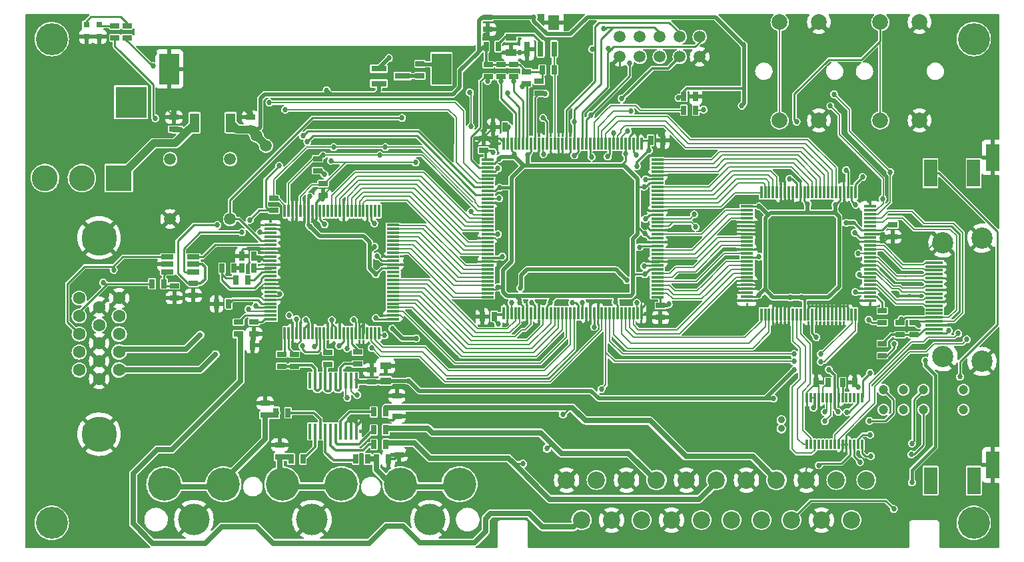
<source format=gbr>
G04 #@! TF.GenerationSoftware,KiCad,Pcbnew,7.0.5+dfsg-2*
G04 #@! TF.CreationDate,2023-07-13T13:36:20+03:00*
G04 #@! TF.ProjectId,ossc_board,6f737363-5f62-46f6-9172-642e6b696361,rev?*
G04 #@! TF.SameCoordinates,Original*
G04 #@! TF.FileFunction,Copper,L1,Top*
G04 #@! TF.FilePolarity,Positive*
%FSLAX46Y46*%
G04 Gerber Fmt 4.6, Leading zero omitted, Abs format (unit mm)*
G04 Created by KiCad (PCBNEW 7.0.5+dfsg-2) date 2023-07-13 13:36:20*
%MOMM*%
%LPD*%
G01*
G04 APERTURE LIST*
G04 #@! TA.AperFunction,SMDPad,CuDef*
%ADD10R,0.635000X1.143000*%
G04 #@! TD*
G04 #@! TA.AperFunction,SMDPad,CuDef*
%ADD11R,1.143000X0.635000*%
G04 #@! TD*
G04 #@! TA.AperFunction,SMDPad,CuDef*
%ADD12R,1.397000X0.889000*%
G04 #@! TD*
G04 #@! TA.AperFunction,ComponentPad*
%ADD13R,4.000000X4.000000*%
G04 #@! TD*
G04 #@! TA.AperFunction,ComponentPad*
%ADD14C,1.600000*%
G04 #@! TD*
G04 #@! TA.AperFunction,ComponentPad*
%ADD15C,4.500000*%
G04 #@! TD*
G04 #@! TA.AperFunction,SMDPad,CuDef*
%ADD16R,0.700000X1.900000*%
G04 #@! TD*
G04 #@! TA.AperFunction,SMDPad,CuDef*
%ADD17R,1.400000X1.900000*%
G04 #@! TD*
G04 #@! TA.AperFunction,ComponentPad*
%ADD18C,1.506220*%
G04 #@! TD*
G04 #@! TA.AperFunction,ComponentPad*
%ADD19C,4.064000*%
G04 #@! TD*
G04 #@! TA.AperFunction,SMDPad,CuDef*
%ADD20R,0.300000X1.600000*%
G04 #@! TD*
G04 #@! TA.AperFunction,SMDPad,CuDef*
%ADD21R,1.600000X0.300000*%
G04 #@! TD*
G04 #@! TA.AperFunction,ComponentPad*
%ADD22C,0.690000*%
G04 #@! TD*
G04 #@! TA.AperFunction,ComponentPad*
%ADD23C,2.000000*%
G04 #@! TD*
G04 #@! TA.AperFunction,SMDPad,CuDef*
%ADD24R,6.200000X6.200000*%
G04 #@! TD*
G04 #@! TA.AperFunction,ComponentPad*
%ADD25C,4.200000*%
G04 #@! TD*
G04 #@! TA.AperFunction,ComponentPad*
%ADD26C,4.000000*%
G04 #@! TD*
G04 #@! TA.AperFunction,ComponentPad*
%ADD27C,2.200000*%
G04 #@! TD*
G04 #@! TA.AperFunction,SMDPad,CuDef*
%ADD28R,6.700000X6.700000*%
G04 #@! TD*
G04 #@! TA.AperFunction,SMDPad,CuDef*
%ADD29R,2.500000X4.000000*%
G04 #@! TD*
G04 #@! TA.AperFunction,SMDPad,CuDef*
%ADD30R,1.560000X0.650000*%
G04 #@! TD*
G04 #@! TA.AperFunction,ComponentPad*
%ADD31R,3.300000X3.300000*%
G04 #@! TD*
G04 #@! TA.AperFunction,ComponentPad*
%ADD32C,3.300000*%
G04 #@! TD*
G04 #@! TA.AperFunction,SMDPad,CuDef*
%ADD33R,0.400000X2.000000*%
G04 #@! TD*
G04 #@! TA.AperFunction,SMDPad,CuDef*
%ADD34R,1.200000X2.400000*%
G04 #@! TD*
G04 #@! TA.AperFunction,SMDPad,CuDef*
%ADD35R,3.300000X2.400000*%
G04 #@! TD*
G04 #@! TA.AperFunction,SMDPad,CuDef*
%ADD36R,0.797560X0.797560*%
G04 #@! TD*
G04 #@! TA.AperFunction,SMDPad,CuDef*
%ADD37R,1.900000X0.800000*%
G04 #@! TD*
G04 #@! TA.AperFunction,ComponentPad*
%ADD38R,1.700000X3.500000*%
G04 #@! TD*
G04 #@! TA.AperFunction,SMDPad,CuDef*
%ADD39R,2.200000X0.300000*%
G04 #@! TD*
G04 #@! TA.AperFunction,ComponentPad*
%ADD40C,2.700000*%
G04 #@! TD*
G04 #@! TA.AperFunction,ComponentPad*
%ADD41C,0.900000*%
G04 #@! TD*
G04 #@! TA.AperFunction,SMDPad,CuDef*
%ADD42R,0.300000X1.200000*%
G04 #@! TD*
G04 #@! TA.AperFunction,SMDPad,CuDef*
%ADD43R,0.700000X0.200000*%
G04 #@! TD*
G04 #@! TA.AperFunction,SMDPad,CuDef*
%ADD44R,1.600000X0.400000*%
G04 #@! TD*
G04 #@! TA.AperFunction,ComponentPad*
%ADD45C,1.200000*%
G04 #@! TD*
G04 #@! TA.AperFunction,ComponentPad*
%ADD46C,1.500000*%
G04 #@! TD*
G04 #@! TA.AperFunction,ViaPad*
%ADD47C,0.686000*%
G04 #@! TD*
G04 #@! TA.AperFunction,ViaPad*
%ADD48C,1.500000*%
G04 #@! TD*
G04 #@! TA.AperFunction,Conductor*
%ADD49C,0.200000*%
G04 #@! TD*
G04 #@! TA.AperFunction,Conductor*
%ADD50C,0.180000*%
G04 #@! TD*
G04 #@! TA.AperFunction,Conductor*
%ADD51C,0.220000*%
G04 #@! TD*
G04 #@! TA.AperFunction,Conductor*
%ADD52C,0.250000*%
G04 #@! TD*
G04 #@! TA.AperFunction,Conductor*
%ADD53C,0.300000*%
G04 #@! TD*
G04 #@! TA.AperFunction,Conductor*
%ADD54C,0.500000*%
G04 #@! TD*
G04 #@! TA.AperFunction,Conductor*
%ADD55C,0.400000*%
G04 #@! TD*
G04 #@! TA.AperFunction,Conductor*
%ADD56C,0.350000*%
G04 #@! TD*
G04 #@! TA.AperFunction,Conductor*
%ADD57C,1.000000*%
G04 #@! TD*
G04 #@! TA.AperFunction,Conductor*
%ADD58C,0.640000*%
G04 #@! TD*
G04 #@! TA.AperFunction,Conductor*
%ADD59C,0.700000*%
G04 #@! TD*
G04 APERTURE END LIST*
D10*
X39634500Y-68172700D03*
X41158500Y-68172700D03*
X51280400Y-74066000D03*
X49756400Y-74066000D03*
X53604500Y-72224000D03*
X52080500Y-72224000D03*
X53579100Y-70357100D03*
X52055100Y-70357100D03*
X53579100Y-68058400D03*
X52055100Y-68058400D03*
D11*
X40358400Y-62267200D03*
X40358400Y-60743200D03*
D10*
X41539000Y-74066000D03*
X43063000Y-74066000D03*
D11*
X34872000Y-58177800D03*
X34872000Y-56653800D03*
D10*
X32078000Y-54317000D03*
X33602000Y-54317000D03*
X36039000Y-51283000D03*
X34515000Y-51283000D03*
X32766000Y-49779000D03*
X34290000Y-49779000D03*
X36824000Y-48265000D03*
X35300000Y-48265000D03*
D11*
X26705900Y-52018300D03*
X26705900Y-53542300D03*
X26645000Y-32075000D03*
X26645000Y-30551000D03*
X66000000Y-34762000D03*
X66000000Y-33238000D03*
D10*
X68762000Y-31800000D03*
X67238000Y-31800000D03*
X67362000Y-55900000D03*
X65838000Y-55900000D03*
D11*
X66520400Y-17868000D03*
X66520400Y-19392000D03*
D10*
X92974500Y-27888300D03*
X91450500Y-27888300D03*
X87259000Y-33498000D03*
X88783000Y-33498000D03*
D11*
X88500000Y-54538000D03*
X88500000Y-56062000D03*
X118040000Y-44248000D03*
X118040000Y-45772000D03*
X36405000Y-32080000D03*
X36405000Y-30556000D03*
D12*
X69494000Y-20408500D03*
X69494000Y-22313500D03*
D13*
X21202140Y-28649000D03*
X15202660Y-28649000D03*
X18202400Y-33348000D03*
D14*
X19695500Y-62735400D03*
X19695500Y-60445400D03*
X19695500Y-58155400D03*
X19695500Y-55865400D03*
X19695500Y-53575400D03*
X17155500Y-63875400D03*
X17155500Y-61585400D03*
X17155500Y-59295400D03*
X17155500Y-57005400D03*
D15*
X17155500Y-70915400D03*
D14*
X17155500Y-54715400D03*
D15*
X17155500Y-45915400D03*
D14*
X14615500Y-62735400D03*
X14615500Y-60445400D03*
X14615500Y-58155400D03*
X14615500Y-55865400D03*
X14615500Y-53575400D03*
D16*
X74964100Y-21860500D03*
X73264100Y-21860500D03*
D17*
X74944100Y-18510500D03*
D16*
X71564100Y-21860500D03*
D18*
X93480000Y-20320000D03*
X93480000Y-22860000D03*
X90940000Y-20320000D03*
X90940000Y-22860000D03*
X88400000Y-20320000D03*
X88400000Y-22860000D03*
X85860000Y-20320000D03*
X85860000Y-22860000D03*
X83320000Y-20320000D03*
X83320000Y-22860000D03*
D19*
X11130000Y-20600000D03*
X11130000Y-82200000D03*
X128300000Y-82200000D03*
X128300000Y-20600000D03*
D11*
X38262900Y-68477500D03*
X38262900Y-66953500D03*
D10*
X52410700Y-74078200D03*
X53934700Y-74078200D03*
D11*
X55280900Y-72008100D03*
X55280900Y-73532100D03*
X55001500Y-70128500D03*
X55001500Y-68604500D03*
X54997000Y-67547000D03*
X54997000Y-66023000D03*
X40104000Y-73777000D03*
X40104000Y-72253000D03*
D10*
X35301000Y-49779000D03*
X36825000Y-49779000D03*
X25397800Y-51764300D03*
X23873800Y-51764300D03*
D11*
X39370000Y-40894000D03*
X39370000Y-42418000D03*
X44931000Y-37368000D03*
X44931000Y-35844000D03*
X45616200Y-39013500D03*
X45616200Y-40537500D03*
D10*
X91463200Y-29666300D03*
X92987200Y-29666300D03*
D11*
X116693000Y-55199000D03*
X116693000Y-56723000D03*
X66609300Y-25399100D03*
X66609300Y-23875100D03*
X68222200Y-25411800D03*
X68222200Y-23887800D03*
X69835100Y-25411800D03*
X69835100Y-23887800D03*
X71448000Y-26288100D03*
X71448000Y-24764100D03*
X73086300Y-27520000D03*
X73086300Y-25996000D03*
D10*
X73467300Y-24548200D03*
X74991300Y-24548200D03*
X67866600Y-21551000D03*
X66342600Y-21551000D03*
D11*
X19159000Y-18929000D03*
X19159000Y-20453000D03*
X20709000Y-18925000D03*
X20709000Y-20449000D03*
D20*
X40736000Y-58092000D03*
X41236000Y-58092000D03*
X41736000Y-58092000D03*
X42236000Y-58092000D03*
X42736000Y-58092000D03*
X43236000Y-58092000D03*
X43736000Y-58092000D03*
X44236000Y-58092000D03*
X44736000Y-58092000D03*
X45236000Y-58092000D03*
X45736000Y-58092000D03*
X46236000Y-58092000D03*
X46736000Y-58092000D03*
X47236000Y-58092000D03*
X47736000Y-58092000D03*
X48236000Y-58092000D03*
X48736000Y-58092000D03*
X49236000Y-58092000D03*
X49736000Y-58092000D03*
X50236000Y-58092000D03*
X50736000Y-58092000D03*
X51236000Y-58092000D03*
X51736000Y-58092000D03*
X52236000Y-58092000D03*
X52736000Y-58092000D03*
D21*
X54536000Y-56292000D03*
X54536000Y-55792000D03*
X54536000Y-55292000D03*
X54536000Y-54792000D03*
X54536000Y-54292000D03*
X54536000Y-53792000D03*
X54536000Y-53292000D03*
X54536000Y-52792000D03*
X54536000Y-52292000D03*
X54536000Y-51792000D03*
X54536000Y-51292000D03*
X54536000Y-50792000D03*
X54536000Y-50292000D03*
X54536000Y-49792000D03*
D22*
X46736000Y-51892000D03*
X48336000Y-49492000D03*
X45136000Y-48692000D03*
D21*
X54536000Y-49292000D03*
D22*
X45136000Y-51092000D03*
X45136000Y-52692000D03*
X44336000Y-52692000D03*
X49136000Y-51092000D03*
X44336000Y-49492000D03*
X49136000Y-50292000D03*
D23*
X46736000Y-50292000D03*
D22*
X45136000Y-51892000D03*
X47536000Y-47892000D03*
X45136000Y-50292000D03*
X45936000Y-48692000D03*
X46736000Y-52692000D03*
X48336000Y-51892000D03*
X46736000Y-47892000D03*
X47536000Y-51892000D03*
X44336000Y-50292000D03*
X44336000Y-51092000D03*
X46736000Y-48692000D03*
X45936000Y-47892000D03*
X44336000Y-48692000D03*
X47536000Y-52692000D03*
X48336000Y-51092000D03*
X45936000Y-52692000D03*
X48336000Y-50292000D03*
X49136000Y-48692000D03*
X49136000Y-49492000D03*
X48336000Y-47892000D03*
X45136000Y-47892000D03*
X48336000Y-48692000D03*
D24*
X46736000Y-50292000D03*
D22*
X45136000Y-49492000D03*
X49136000Y-51892000D03*
X47536000Y-48692000D03*
X44336000Y-47892000D03*
X44336000Y-51892000D03*
X49136000Y-52692000D03*
X45936000Y-51892000D03*
X49136000Y-47892000D03*
X48336000Y-52692000D03*
D21*
X54536000Y-48792000D03*
X54536000Y-48292000D03*
X54536000Y-47792000D03*
X54536000Y-47292000D03*
X54536000Y-46792000D03*
X54536000Y-46292000D03*
X54536000Y-45792000D03*
X54536000Y-45292000D03*
X54536000Y-44792000D03*
X54536000Y-44292000D03*
D20*
X52736000Y-42492000D03*
X52236000Y-42492000D03*
X51736000Y-42492000D03*
X51236000Y-42492000D03*
X50736000Y-42492000D03*
X50236000Y-42492000D03*
X49736000Y-42492000D03*
X49236000Y-42492000D03*
X48736000Y-42492000D03*
X48236000Y-42492000D03*
X47736000Y-42492000D03*
X47236000Y-42492000D03*
X46736000Y-42492000D03*
X46236000Y-42492000D03*
X45736000Y-42492000D03*
X45236000Y-42492000D03*
X44736000Y-42492000D03*
X44236000Y-42492000D03*
X43736000Y-42492000D03*
X43236000Y-42492000D03*
X42736000Y-42492000D03*
X42236000Y-42492000D03*
X41736000Y-42492000D03*
X41236000Y-42492000D03*
X40736000Y-42492000D03*
D21*
X38936000Y-44292000D03*
X38936000Y-44792000D03*
X38936000Y-45292000D03*
X38936000Y-45792000D03*
X38936000Y-46292000D03*
X38936000Y-46792000D03*
X38936000Y-47292000D03*
X38936000Y-47792000D03*
X38936000Y-48292000D03*
X38936000Y-48792000D03*
X38936000Y-49292000D03*
X38936000Y-49792000D03*
X38936000Y-50292000D03*
X38936000Y-50792000D03*
X38936000Y-51292000D03*
X38936000Y-51792000D03*
X38936000Y-52292000D03*
X38936000Y-52792000D03*
X38936000Y-53292000D03*
X38936000Y-53792000D03*
X38936000Y-54292000D03*
X38936000Y-54792000D03*
X38936000Y-55292000D03*
X38936000Y-55792000D03*
X38936000Y-56292000D03*
D25*
X47946000Y-77276200D03*
X40446000Y-77276200D03*
X55446000Y-77276200D03*
X62946000Y-77276200D03*
X32946000Y-77276200D03*
X25446000Y-77276200D03*
D26*
X29196000Y-81776200D03*
X59196000Y-81776200D03*
X44196000Y-81776200D03*
D20*
X86050000Y-33900000D03*
X85550000Y-33900000D03*
X85050000Y-33900000D03*
X84550000Y-33900000D03*
X84050000Y-33900000D03*
X83550000Y-33900000D03*
X83050000Y-33900000D03*
X82550000Y-33900000D03*
X82050000Y-33900000D03*
X81550000Y-33900000D03*
X81050000Y-33900000D03*
X80550000Y-33900000D03*
X80050000Y-33900000D03*
X79550000Y-33900000D03*
X79050000Y-33900000D03*
X78550000Y-33900000D03*
X78050000Y-33900000D03*
X77550000Y-33900000D03*
X77050000Y-33900000D03*
X76550000Y-33900000D03*
X76050000Y-33900000D03*
X75550000Y-33900000D03*
X75050000Y-33900000D03*
X74550000Y-33900000D03*
X74050000Y-33900000D03*
X73550000Y-33900000D03*
X73050000Y-33900000D03*
X72550000Y-33900000D03*
X72050000Y-33900000D03*
X71550000Y-33900000D03*
X71050000Y-33900000D03*
X70550000Y-33900000D03*
X70050000Y-33900000D03*
X69550000Y-33900000D03*
X69050000Y-33900000D03*
X68550000Y-33900000D03*
D21*
X66500000Y-35950000D03*
X66500000Y-36450000D03*
X66500000Y-36950000D03*
X66500000Y-37450000D03*
D22*
X79850000Y-43850000D03*
X77300000Y-43000000D03*
X77300000Y-42150000D03*
X74750000Y-43850000D03*
X74750000Y-42150000D03*
X79000000Y-44700000D03*
X78150000Y-46400000D03*
X78150000Y-47250000D03*
X74750000Y-46400000D03*
X76450000Y-46400000D03*
X74750000Y-47250000D03*
X79000000Y-42150000D03*
X77300000Y-47250000D03*
X76450000Y-47250000D03*
X75600000Y-44700000D03*
X78150000Y-42150000D03*
X79850000Y-43000000D03*
X79850000Y-44700000D03*
D27*
X77300000Y-44700000D03*
D22*
X79850000Y-47250000D03*
X79850000Y-46400000D03*
X75600000Y-42150000D03*
X79850000Y-42150000D03*
X79000000Y-43000000D03*
X79850000Y-45550000D03*
X74750000Y-44700000D03*
X79000000Y-46400000D03*
D21*
X66500000Y-37950000D03*
D22*
X75600000Y-45550000D03*
X79000000Y-43850000D03*
X75600000Y-43000000D03*
X75600000Y-47250000D03*
X75600000Y-46400000D03*
X79000000Y-45550000D03*
X78150000Y-43000000D03*
X75600000Y-43850000D03*
X76450000Y-43000000D03*
X74750000Y-43000000D03*
D28*
X77300000Y-44700000D03*
D22*
X74750000Y-45550000D03*
X79000000Y-47250000D03*
X76450000Y-42150000D03*
X77300000Y-46400000D03*
D21*
X66500000Y-38450000D03*
X66500000Y-38950000D03*
X66500000Y-39450000D03*
X66500000Y-39950000D03*
X66500000Y-40450000D03*
X66500000Y-40950000D03*
X66500000Y-41450000D03*
X66500000Y-41950000D03*
X66500000Y-42450000D03*
X66500000Y-42950000D03*
X66500000Y-43450000D03*
X66500000Y-43950000D03*
X66500000Y-44450000D03*
X66500000Y-44950000D03*
X66500000Y-45450000D03*
X66500000Y-45950000D03*
X66500000Y-46450000D03*
X66500000Y-46950000D03*
X66500000Y-47450000D03*
X66500000Y-47950000D03*
X66500000Y-48450000D03*
X66500000Y-48950000D03*
X66500000Y-49450000D03*
X66500000Y-49950000D03*
X66500000Y-50450000D03*
X66500000Y-50950000D03*
X66500000Y-51450000D03*
X66500000Y-51950000D03*
X66500000Y-52450000D03*
X66500000Y-52950000D03*
X66500000Y-53450000D03*
D20*
X68550000Y-55500000D03*
X69050000Y-55500000D03*
X69550000Y-55500000D03*
X70050000Y-55500000D03*
X70550000Y-55500000D03*
X71050000Y-55500000D03*
X71550000Y-55500000D03*
X72050000Y-55500000D03*
X72550000Y-55500000D03*
X73050000Y-55500000D03*
X73550000Y-55500000D03*
X74050000Y-55500000D03*
X74550000Y-55500000D03*
X75050000Y-55500000D03*
X75550000Y-55500000D03*
X76050000Y-55500000D03*
X76550000Y-55500000D03*
X77050000Y-55500000D03*
X77550000Y-55500000D03*
X78050000Y-55500000D03*
X78550000Y-55500000D03*
X79050000Y-55500000D03*
X79550000Y-55500000D03*
X80050000Y-55500000D03*
X80550000Y-55500000D03*
X81050000Y-55500000D03*
X81550000Y-55500000D03*
X82050000Y-55500000D03*
X82550000Y-55500000D03*
X83050000Y-55500000D03*
X83550000Y-55500000D03*
X84050000Y-55500000D03*
X84550000Y-55500000D03*
X85050000Y-55500000D03*
X85550000Y-55500000D03*
X86050000Y-55500000D03*
D21*
X88100000Y-53450000D03*
X88100000Y-52950000D03*
X88100000Y-52450000D03*
X88100000Y-51950000D03*
X88100000Y-51450000D03*
X88100000Y-50950000D03*
X88100000Y-50450000D03*
X88100000Y-49950000D03*
X88100000Y-49450000D03*
X88100000Y-48950000D03*
X88100000Y-48450000D03*
X88100000Y-47950000D03*
X88100000Y-47450000D03*
X88100000Y-46950000D03*
X88100000Y-46450000D03*
X88100000Y-45950000D03*
X88100000Y-45450000D03*
X88100000Y-44950000D03*
X88100000Y-44450000D03*
X88100000Y-43950000D03*
X88100000Y-43450000D03*
X88100000Y-42950000D03*
X88100000Y-42450000D03*
X88100000Y-41950000D03*
X88100000Y-41450000D03*
X88100000Y-40950000D03*
X88100000Y-40450000D03*
X88100000Y-39950000D03*
X88100000Y-39450000D03*
X88100000Y-38950000D03*
X88100000Y-38450000D03*
X88100000Y-37950000D03*
X88100000Y-37450000D03*
X88100000Y-36950000D03*
X88100000Y-36450000D03*
X88100000Y-35950000D03*
D20*
X101300000Y-55700000D03*
X101800000Y-55700000D03*
X102300000Y-55700000D03*
X102800000Y-55700000D03*
X103300000Y-55700000D03*
X103800000Y-55700000D03*
X104300000Y-55700000D03*
X104800000Y-55700000D03*
X105300000Y-55700000D03*
X105800000Y-55700000D03*
X106300000Y-55700000D03*
X106800000Y-55700000D03*
X107300000Y-55700000D03*
X107800000Y-55700000D03*
X108300000Y-55700000D03*
X108800000Y-55700000D03*
X109300000Y-55700000D03*
X109800000Y-55700000D03*
X110300000Y-55700000D03*
X110800000Y-55700000D03*
X111300000Y-55700000D03*
X111800000Y-55700000D03*
X112300000Y-55700000D03*
X112800000Y-55700000D03*
X113300000Y-55700000D03*
D21*
X115100000Y-53900000D03*
X115100000Y-53400000D03*
X115100000Y-52900000D03*
X115100000Y-52400000D03*
X115100000Y-51900000D03*
X115100000Y-51400000D03*
X115100000Y-50900000D03*
X115100000Y-50400000D03*
X115100000Y-49900000D03*
X115100000Y-49400000D03*
X115100000Y-48900000D03*
X115100000Y-48400000D03*
X115100000Y-47900000D03*
X115100000Y-47400000D03*
X115100000Y-46900000D03*
X115100000Y-46400000D03*
X115100000Y-45900000D03*
X115100000Y-45400000D03*
X115100000Y-44900000D03*
X115100000Y-44400000D03*
X115100000Y-43900000D03*
X115100000Y-43400000D03*
X115100000Y-42900000D03*
X115100000Y-42400000D03*
X115100000Y-41900000D03*
D20*
X113300000Y-40100000D03*
X112800000Y-40100000D03*
X112300000Y-40100000D03*
X111800000Y-40100000D03*
X111300000Y-40100000D03*
X110800000Y-40100000D03*
X110300000Y-40100000D03*
X109800000Y-40100000D03*
X109300000Y-40100000D03*
X108800000Y-40100000D03*
X108300000Y-40100000D03*
X107800000Y-40100000D03*
X107300000Y-40100000D03*
X106800000Y-40100000D03*
X106300000Y-40100000D03*
X105800000Y-40100000D03*
X105300000Y-40100000D03*
X104800000Y-40100000D03*
X104300000Y-40100000D03*
X103800000Y-40100000D03*
X103300000Y-40100000D03*
X102800000Y-40100000D03*
X102300000Y-40100000D03*
X101800000Y-40100000D03*
X101300000Y-40100000D03*
D21*
X99500000Y-41900000D03*
X99500000Y-42400000D03*
X99500000Y-42900000D03*
X99500000Y-43400000D03*
X99500000Y-43900000D03*
X99500000Y-44400000D03*
X99500000Y-44900000D03*
X99500000Y-45400000D03*
X99500000Y-45900000D03*
X99500000Y-46400000D03*
X99500000Y-46900000D03*
X99500000Y-47400000D03*
X99500000Y-47900000D03*
X99500000Y-48400000D03*
X99500000Y-48900000D03*
X99500000Y-49400000D03*
X99500000Y-49900000D03*
X99500000Y-50400000D03*
X99500000Y-50900000D03*
X99500000Y-51400000D03*
X99500000Y-51900000D03*
X99500000Y-52400000D03*
X99500000Y-52900000D03*
X99500000Y-53400000D03*
X99500000Y-53900000D03*
D11*
X57912000Y-23754000D03*
X57912000Y-25278000D03*
D10*
X35138700Y-59536700D03*
X36662700Y-59536700D03*
D29*
X60676200Y-24406600D03*
X26076200Y-24406600D03*
D11*
X46225800Y-62013200D03*
X46225800Y-60489200D03*
X49985000Y-61987800D03*
X49985000Y-60463800D03*
X41958600Y-62267200D03*
X41958600Y-60743200D03*
X36827800Y-56628400D03*
X36827800Y-58152400D03*
X51763000Y-64252000D03*
X51763000Y-62728000D03*
X29144300Y-51713500D03*
X29144300Y-53237500D03*
D30*
X25843300Y-48337800D03*
X25843300Y-49287800D03*
X25843300Y-50237800D03*
X29143300Y-50237800D03*
X29143300Y-49287800D03*
X29143300Y-48337800D03*
D12*
X53538000Y-64107500D03*
X53538000Y-62202500D03*
D31*
X19666000Y-38298000D03*
D32*
X14966000Y-38298000D03*
X10266000Y-38298000D03*
D23*
X116418000Y-30950000D03*
X116418000Y-18450000D03*
X121418000Y-30950000D03*
X121418000Y-18450000D03*
X103631000Y-30950000D03*
X103631000Y-18450000D03*
X108631000Y-18450000D03*
X108631000Y-30950000D03*
D33*
X43963000Y-70544000D03*
X44613000Y-70544000D03*
X45263000Y-70544000D03*
X45913000Y-70544000D03*
X46563000Y-70544000D03*
X47213000Y-70544000D03*
X47863000Y-70544000D03*
X48513000Y-70544000D03*
X49163000Y-70544000D03*
X49813000Y-70544000D03*
X49813000Y-64104000D03*
X49163000Y-64104000D03*
X48513000Y-64104000D03*
X47863000Y-64104000D03*
X47213000Y-64104000D03*
X46563000Y-64104000D03*
X45913000Y-64104000D03*
X45263000Y-64104000D03*
X44613000Y-64104000D03*
X43963000Y-64104000D03*
D34*
X29277000Y-31256000D03*
D35*
X31577000Y-24056000D03*
D34*
X31577000Y-31256000D03*
X33877000Y-31256000D03*
D36*
X17179000Y-20294300D03*
X17179000Y-18795700D03*
X15549000Y-20294300D03*
X15549000Y-18795700D03*
D37*
X52693000Y-24379000D03*
X52693000Y-26279000D03*
X55693000Y-25329000D03*
D11*
X116690000Y-60902000D03*
X116690000Y-59378000D03*
X120690000Y-58262000D03*
X120690000Y-56738000D03*
X118930000Y-58262000D03*
X118930000Y-56738000D03*
D38*
X130706000Y-74830000D03*
X128306000Y-76830000D03*
X122806000Y-76830000D03*
D10*
X111648000Y-64350000D03*
X113172000Y-64350000D03*
X109797000Y-64359000D03*
X108273000Y-64359000D03*
D38*
X130698000Y-35676000D03*
X128298000Y-37676000D03*
X122798000Y-37676000D03*
D39*
X123300000Y-49050000D03*
X123300000Y-49550000D03*
X123300000Y-50050000D03*
X123300000Y-50550000D03*
X123300000Y-51050000D03*
X123300000Y-51550000D03*
X123300000Y-52050000D03*
X123300000Y-52550000D03*
X123300000Y-53050000D03*
X123300000Y-53550000D03*
X123300000Y-54050000D03*
X123300000Y-54550000D03*
X123300000Y-55050000D03*
X123300000Y-55550000D03*
X123300000Y-56050000D03*
X123300000Y-56550000D03*
D40*
X124400000Y-46550000D03*
D39*
X123300000Y-57050000D03*
D40*
X124400000Y-61050000D03*
X129350000Y-45950000D03*
X129350000Y-61650000D03*
D39*
X123300000Y-57550000D03*
X123300000Y-58050000D03*
D41*
X103861000Y-70197000D03*
X103861000Y-69097000D03*
D42*
X114122000Y-66230000D03*
X113622000Y-66230000D03*
X113122000Y-66230000D03*
X112622000Y-66230000D03*
X112122000Y-66230000D03*
X111622000Y-66230000D03*
X111122000Y-66230000D03*
X110622000Y-66230000D03*
X110122000Y-66230000D03*
X109622000Y-66230000D03*
X109122000Y-66230000D03*
X108622000Y-66230000D03*
X108122000Y-66230000D03*
X107622000Y-66230000D03*
X107122000Y-66230000D03*
X107122000Y-72230000D03*
X107622000Y-72230000D03*
X108122000Y-72230000D03*
X108622000Y-72230000D03*
X109122000Y-72230000D03*
X109622000Y-72230000D03*
X110122000Y-72230000D03*
X110622000Y-72230000D03*
X111122000Y-72230000D03*
X111622000Y-72230000D03*
X112122000Y-72230000D03*
X112622000Y-72230000D03*
X113122000Y-72230000D03*
X113622000Y-72230000D03*
X114122000Y-72230000D03*
D43*
X119670300Y-49310000D03*
X119670300Y-49810000D03*
D44*
X120120000Y-50310000D03*
D43*
X119670300Y-50810000D03*
X119670300Y-51310000D03*
X120569700Y-51310000D03*
X120569700Y-50810000D03*
D44*
X120120000Y-50310000D03*
D43*
X120569700Y-49810000D03*
X120569700Y-49310000D03*
X119670300Y-52310000D03*
X119670300Y-52810000D03*
D44*
X120120000Y-53310000D03*
D43*
X119670300Y-53810000D03*
X119670300Y-54310000D03*
X120569700Y-54310000D03*
X120569700Y-53810000D03*
D44*
X120120000Y-53310000D03*
D43*
X120569700Y-52810000D03*
X120569700Y-52310000D03*
D27*
X114659600Y-76741200D03*
X112754600Y-81821200D03*
X110849600Y-76741200D03*
X108944600Y-81821200D03*
X107039600Y-76741200D03*
X105134600Y-81821200D03*
X103229600Y-76741200D03*
X101324600Y-81821200D03*
X99419600Y-76741200D03*
X97514600Y-81821200D03*
X95609600Y-76741200D03*
X93704600Y-81821200D03*
X91799600Y-76741200D03*
X89894600Y-81821200D03*
X87989600Y-76741200D03*
X86084600Y-81821200D03*
X84179600Y-76741200D03*
X82274600Y-81821200D03*
X80369600Y-76741200D03*
X78464600Y-81821200D03*
X76559600Y-76741200D03*
D45*
X127000000Y-67790000D03*
X127000000Y-65250000D03*
X116840000Y-65250000D03*
X119380000Y-65250000D03*
X121920000Y-65250000D03*
X116840000Y-67790000D03*
X119380000Y-67790000D03*
X121920000Y-67790000D03*
D46*
X26184500Y-35889300D03*
X26184500Y-43509300D03*
X33804500Y-43509300D03*
X33804500Y-35889300D03*
D47*
X84323000Y-32288000D03*
X84732200Y-29806000D03*
X108848000Y-60705000D03*
X105453000Y-60701000D03*
X43617000Y-33642000D03*
X24312000Y-30690000D03*
X43043000Y-32918000D03*
X24000000Y-24050000D03*
X110562000Y-27638000D03*
X45599000Y-35400000D03*
X127430000Y-58850000D03*
X52818000Y-35391000D03*
X117714100Y-37557100D03*
X53534000Y-34370000D03*
X46943000Y-34376000D03*
X110094000Y-29135000D03*
X116710000Y-40910000D03*
X126320000Y-58080000D03*
X69098500Y-27469200D03*
X69847800Y-25996000D03*
X68209500Y-25945200D03*
X66507700Y-25932500D03*
X73848300Y-27570800D03*
X70901900Y-26681800D03*
X81870000Y-21820002D03*
X79665000Y-30246000D03*
X84590000Y-23679000D03*
X79790000Y-21890000D03*
X77541000Y-31105000D03*
X81230000Y-19270000D03*
X83576500Y-28167700D03*
X69596000Y-54152800D03*
X80061000Y-57252000D03*
X85496400Y-54178200D03*
X70700000Y-52300000D03*
X85428000Y-35326000D03*
X84200000Y-51300000D03*
X69187000Y-31768000D03*
X87046000Y-34757000D03*
X67200000Y-35000000D03*
X89535000Y-54356000D03*
X67900000Y-56900000D03*
X85500000Y-36800000D03*
X69900800Y-35306000D03*
X86556000Y-45389000D03*
X82804000Y-54102000D03*
X70586600Y-54178200D03*
X71595000Y-35377000D03*
X67995800Y-35839400D03*
X74498200Y-54152800D03*
X67843400Y-52197000D03*
X86403000Y-39400000D03*
X84087000Y-35223000D03*
X68021200Y-39522400D03*
X86517000Y-50546000D03*
X82516000Y-32537000D03*
X114971000Y-56319000D03*
X54432000Y-57465000D03*
X46736000Y-56388000D03*
X109899000Y-62678000D03*
X102850000Y-66360000D03*
X57440000Y-58720000D03*
X56460000Y-64108000D03*
X111090000Y-68070000D03*
X112100000Y-44000000D03*
X105471000Y-62728000D03*
X40117100Y-53097800D03*
X40050000Y-36740000D03*
X32180000Y-44260000D03*
X36300000Y-43640000D03*
X78587600Y-54178200D03*
X86558000Y-43510000D03*
X46073400Y-27113600D03*
X45811000Y-37856000D03*
X90790100Y-28104200D03*
X45819000Y-44196000D03*
X101000000Y-48300000D03*
X68377000Y-48296000D03*
X99065000Y-21336000D03*
X86407000Y-49511000D03*
X112100000Y-37300000D03*
X73607000Y-35245000D03*
X108306000Y-58560000D03*
X104900000Y-38400000D03*
D48*
X38353000Y-34188000D03*
D47*
X52118600Y-44080800D03*
X67843400Y-45440600D03*
X52486900Y-48246400D03*
X67995800Y-40894000D03*
X86624000Y-38476000D03*
X67843400Y-37084000D03*
X107930000Y-67540000D03*
D48*
X37165000Y-32898000D03*
D47*
X72400500Y-17800000D03*
X85839000Y-47092000D03*
X52324000Y-56134000D03*
X98826000Y-29083000D03*
X72110600Y-54178200D03*
X77553000Y-35406000D03*
X118140000Y-80440000D03*
X115040000Y-69220000D03*
X119080000Y-56270000D03*
X121310000Y-57030000D03*
X101000000Y-41900000D03*
X110700000Y-41700000D03*
X106400000Y-53500000D03*
X100968000Y-53185000D03*
X105000000Y-53500000D03*
X107200000Y-41600000D03*
X125140000Y-57710000D03*
X114180000Y-38160000D03*
X43979000Y-44493000D03*
X52324000Y-50546000D03*
X43939800Y-40651800D03*
X52160000Y-47020000D03*
X51778039Y-59921961D03*
X53420000Y-58330000D03*
X76100000Y-68370000D03*
X71010000Y-74670000D03*
X74070000Y-72730000D03*
X29982500Y-58279400D03*
X31938300Y-60743200D03*
X20846879Y-68124500D03*
X66530879Y-75738500D03*
X26815000Y-27219000D03*
X121700000Y-48210000D03*
X18308879Y-26670500D03*
X28590000Y-34069000D03*
X129134879Y-40206500D03*
X85288000Y-25471000D03*
X74400000Y-48900000D03*
X104700000Y-41800000D03*
X73450000Y-50800000D03*
X56693000Y-66271000D03*
X67376879Y-66432500D03*
X118982879Y-36822500D03*
X101216879Y-72354500D03*
X13232879Y-18210500D03*
X56378879Y-73200500D03*
X39458879Y-70662500D03*
X26784000Y-29535000D03*
X91064879Y-65586500D03*
X75400000Y-39800000D03*
X77400000Y-39800000D03*
X130826879Y-22440500D03*
X35425000Y-27912000D03*
X22814000Y-50300000D03*
X120674879Y-27516500D03*
X8896000Y-48748000D03*
X63992879Y-69816500D03*
X57390000Y-68854000D03*
X9002879Y-50358500D03*
X36074879Y-75738500D03*
X28460879Y-42744500D03*
X55532879Y-62202500D03*
X70800000Y-38500000D03*
X65048000Y-54521000D03*
X47630000Y-44836000D03*
X72572000Y-35329000D03*
X25076879Y-55434500D03*
X82977000Y-25552000D03*
X94448879Y-74892500D03*
X103600000Y-41800000D03*
X12386879Y-28362500D03*
X80691000Y-35342000D03*
X23912000Y-50307000D03*
X124904879Y-40206500D03*
X76682879Y-22440500D03*
X9002879Y-23286500D03*
X103754879Y-74046500D03*
X80750000Y-50800000D03*
X95294879Y-19902500D03*
X81050000Y-52500000D03*
X70760879Y-46128500D03*
X22538879Y-57126500D03*
X34267000Y-23119000D03*
X124058879Y-18210500D03*
X103600000Y-49400000D03*
X75590400Y-54127400D03*
X32690000Y-46036000D03*
X58994000Y-71803000D03*
X95294879Y-83352500D03*
X9002879Y-54588500D03*
X75700000Y-52500000D03*
X29306879Y-26670500D03*
X33536879Y-68124500D03*
X21692879Y-71508500D03*
X41910000Y-40894000D03*
X94448879Y-56280500D03*
X102062879Y-19902500D03*
X71170800Y-56845200D03*
X9002879Y-79968500D03*
X24230879Y-66432500D03*
X16616879Y-76584500D03*
X105446879Y-47820500D03*
X76901000Y-18600000D03*
X111368879Y-18210500D03*
X29581000Y-34785000D03*
X114996000Y-55321000D03*
X11540879Y-68970500D03*
X40167900Y-51688100D03*
X113881000Y-49400000D03*
X97832879Y-67278500D03*
X45263000Y-74737000D03*
X109700000Y-44000000D03*
X46226879Y-66432500D03*
X61276000Y-31913000D03*
X111700000Y-62840000D03*
X35410000Y-24277000D03*
X102062879Y-79122500D03*
X12386879Y-24132500D03*
X34221000Y-24270000D03*
X42707900Y-45909600D03*
X41628000Y-31593000D03*
X90218879Y-74892500D03*
X99060000Y-65200000D03*
X64947800Y-45643800D03*
X82604879Y-78276500D03*
X117290879Y-22440500D03*
X107980000Y-68440000D03*
X53134600Y-46709700D03*
X69545000Y-51064000D03*
X127442879Y-24132500D03*
X12386879Y-72354500D03*
X59762879Y-76584500D03*
X99524879Y-80814500D03*
X70584400Y-22363800D03*
X16616879Y-80814500D03*
X27973000Y-28354000D03*
X69469000Y-52177000D03*
X32690879Y-62202500D03*
X82900000Y-52500000D03*
X48875000Y-44826000D03*
X35770000Y-37700000D03*
X66385000Y-31608000D03*
X32690879Y-74046500D03*
X118982879Y-18210500D03*
X23384879Y-41898500D03*
X11540879Y-42744500D03*
X43480000Y-35565000D03*
X29306879Y-35976500D03*
X67900000Y-42200000D03*
X11540879Y-64740500D03*
X112200000Y-42700000D03*
X118800000Y-50200000D03*
X59036000Y-75175000D03*
X14078879Y-21594500D03*
X31844879Y-70662500D03*
X104230000Y-67260000D03*
X51054000Y-56388000D03*
X97832879Y-31746500D03*
X44318000Y-38546000D03*
X81584800Y-54102000D03*
X113131600Y-46913800D03*
X105446879Y-18210500D03*
X75700000Y-37500000D03*
X78400000Y-48900000D03*
X113906879Y-28362500D03*
X97050000Y-65190000D03*
X11540879Y-60510500D03*
X20846879Y-31746500D03*
X80193000Y-67788000D03*
X128288879Y-57126500D03*
X97978000Y-53969000D03*
X73400000Y-39800000D03*
X9002879Y-71508500D03*
X101216879Y-32592500D03*
X99110000Y-69830000D03*
X78374879Y-78276500D03*
X19154879Y-74046500D03*
X78374879Y-72354500D03*
X51069000Y-52578000D03*
X67900000Y-43000000D03*
X92329000Y-49098200D03*
X63146879Y-22440500D03*
X41443000Y-45441000D03*
X36074879Y-35130500D03*
X26830000Y-28316000D03*
X126596879Y-30054500D03*
X52227000Y-45659000D03*
X107984879Y-23286500D03*
X65684879Y-79122500D03*
X124904879Y-26670500D03*
X113570000Y-64900000D03*
X83450879Y-72354500D03*
X130826879Y-84198500D03*
X63146879Y-66432500D03*
X31844879Y-58818500D03*
X82400000Y-44800000D03*
X124904879Y-77430500D03*
X25618000Y-28377000D03*
X30152879Y-39360500D03*
X123212879Y-29208500D03*
X83588000Y-62534000D03*
X119828879Y-24132500D03*
X119828879Y-32592500D03*
X104600879Y-43590500D03*
X58070879Y-66432500D03*
X84696000Y-44818000D03*
X121520879Y-21594500D03*
X52324000Y-49276000D03*
X102908879Y-67278500D03*
X69914879Y-72354500D03*
X51458000Y-31486000D03*
X55532879Y-41898500D03*
X40523000Y-38908000D03*
X13232879Y-35976500D03*
X91910879Y-30900500D03*
X100696000Y-62555000D03*
X78816200Y-39801800D03*
X41737000Y-46518000D03*
X94448879Y-79968500D03*
X34138000Y-70744000D03*
X62300879Y-83352500D03*
X41457000Y-34770000D03*
X97960000Y-44900000D03*
X100995000Y-49408000D03*
X74800000Y-52500000D03*
X73533000Y-84475000D03*
X103560000Y-32750000D03*
X112300000Y-41700000D03*
X71606879Y-79122500D03*
X118982879Y-46974500D03*
X68222879Y-69816500D03*
X81950000Y-50850000D03*
X11540879Y-77430500D03*
X19154879Y-78276500D03*
X82400000Y-48600000D03*
X101796000Y-62454000D03*
X67300000Y-34100000D03*
X11540879Y-52050500D03*
X102908879Y-83352500D03*
X29306879Y-72354500D03*
X51979000Y-53167000D03*
X80912879Y-70662500D03*
X25136000Y-61549000D03*
X40930000Y-44242000D03*
X42669800Y-47217700D03*
X32690879Y-80814500D03*
X118136879Y-30054500D03*
X17462879Y-84198500D03*
X24230879Y-32592500D03*
X112214879Y-25824500D03*
X118136879Y-78276500D03*
X36920879Y-62202500D03*
X67871000Y-47130000D03*
X42603000Y-51907000D03*
X117290879Y-34284500D03*
X22538879Y-63894500D03*
X127442879Y-42744500D03*
X86681000Y-44463000D03*
X86591000Y-37404000D03*
X50556500Y-44030000D03*
X27958000Y-27203000D03*
X98678879Y-55434500D03*
X29604000Y-33581000D03*
X72100000Y-42700000D03*
X114752879Y-80814500D03*
X97832879Y-18210500D03*
X89916000Y-56946800D03*
X48764879Y-83352500D03*
X14078879Y-41052500D03*
X79450000Y-50800000D03*
X9002879Y-67278500D03*
X35330000Y-29051000D03*
X28460879Y-75738500D03*
X38612879Y-57972500D03*
X128288879Y-27516500D03*
X58527000Y-63383000D03*
X117290879Y-26670500D03*
X106292879Y-28362500D03*
X45466000Y-56388000D03*
X17462879Y-67278500D03*
X51302879Y-75738500D03*
X51984000Y-54254000D03*
X111368879Y-35130500D03*
X61128000Y-33673000D03*
X72452879Y-69816500D03*
X105800000Y-54300000D03*
X72100000Y-48600000D03*
X65000000Y-34000000D03*
X15770879Y-50358500D03*
X75836879Y-70662500D03*
X60484000Y-59135000D03*
X76500000Y-50800000D03*
X47254000Y-38877000D03*
X80300000Y-48900000D03*
X65684879Y-72354500D03*
X30770000Y-34854000D03*
X14924879Y-25824500D03*
X105900000Y-43800000D03*
X119421000Y-45027000D03*
X60608879Y-72354500D03*
X126596879Y-69816500D03*
X42365000Y-44753900D03*
X22538879Y-77430500D03*
X57226000Y-50018000D03*
X82400000Y-41200000D03*
X9002879Y-75738500D03*
X57328000Y-43404000D03*
X129134879Y-64740500D03*
X38612879Y-79968500D03*
X118510000Y-53040000D03*
X35425000Y-23111000D03*
X82400000Y-42900000D03*
X52324000Y-55118000D03*
X91910879Y-35130500D03*
X35448000Y-26754000D03*
X28460879Y-54588500D03*
X14078879Y-83352500D03*
X67900000Y-43900000D03*
X61468000Y-39690000D03*
X114752879Y-32592500D03*
X45527300Y-40982000D03*
X101900000Y-31120000D03*
X124904879Y-22440500D03*
X37810000Y-74280000D03*
X27614879Y-68124500D03*
X35448000Y-25542000D03*
X111115000Y-54258000D03*
X81000000Y-39800000D03*
X24230879Y-22440500D03*
X80912879Y-59664500D03*
X70760879Y-41898500D03*
X66203000Y-20081000D03*
X81758879Y-74892500D03*
X9002879Y-45282500D03*
X86346000Y-46318000D03*
X116444879Y-75738500D03*
X14078879Y-74892500D03*
X13232879Y-46974500D03*
X63848000Y-54441000D03*
X51333000Y-44831000D03*
X105000000Y-59880000D03*
X72100000Y-44800000D03*
X48997000Y-33658000D03*
X34750000Y-38740000D03*
X92329000Y-50825400D03*
X20846879Y-46974500D03*
X82700000Y-67772000D03*
X73533000Y-54178200D03*
X41996879Y-66432500D03*
X42657000Y-48402000D03*
X91910879Y-70662500D03*
X54686879Y-26670500D03*
X20000879Y-43590500D03*
X93602879Y-67278500D03*
X50135000Y-44811000D03*
X75735000Y-35437000D03*
X68707000Y-40208200D03*
X81481000Y-67780000D03*
X106292879Y-79122500D03*
X11540879Y-56280500D03*
X77038000Y-21199000D03*
X20846879Y-24978500D03*
X100405000Y-55195000D03*
X124904879Y-81660500D03*
X58548000Y-59066000D03*
X86567000Y-41960000D03*
X25634000Y-29451000D03*
X47752000Y-56388000D03*
X104020000Y-37680000D03*
X25611000Y-27249000D03*
X113060879Y-78276500D03*
X82604879Y-65586500D03*
X118550000Y-55450000D03*
X9002879Y-58818500D03*
X36074879Y-41898500D03*
X69947000Y-19116000D03*
X51064000Y-51308000D03*
X113262543Y-70902543D03*
X64947800Y-48691800D03*
X82400000Y-46800000D03*
X128288879Y-52896500D03*
X86500000Y-51500000D03*
X101006000Y-50724000D03*
X43688879Y-68970500D03*
X14078879Y-66432500D03*
X13232879Y-79968500D03*
X72100000Y-50800000D03*
X28404000Y-22974000D03*
X9002879Y-35976500D03*
X103600000Y-46000000D03*
X89372879Y-68970500D03*
X28404000Y-24014000D03*
X109676879Y-20748500D03*
X21692879Y-53742500D03*
X69068879Y-77430500D03*
X71606879Y-66432500D03*
X129980879Y-30900500D03*
X42596000Y-50764000D03*
X27935000Y-29535000D03*
X84673000Y-41214000D03*
X34214000Y-25489000D03*
X95294879Y-69816500D03*
X84296879Y-83352500D03*
X75836879Y-66432500D03*
X31844879Y-49512500D03*
X50456879Y-67278500D03*
X42634000Y-49507000D03*
X121520879Y-55434500D03*
X76400000Y-48900000D03*
X104600879Y-24132500D03*
X88526879Y-83352500D03*
X126596879Y-35976500D03*
X95294879Y-24132500D03*
X120564000Y-43632000D03*
X86479000Y-48360000D03*
X114983600Y-41083600D03*
X74990879Y-80814500D03*
X23384879Y-36822500D03*
X113906879Y-21594500D03*
X101000000Y-47000000D03*
X68300600Y-54178200D03*
X63307000Y-27793000D03*
X77175000Y-62690000D03*
X74950000Y-50800000D03*
X42034800Y-59600200D03*
X12960000Y-48971000D03*
X49610879Y-79968500D03*
X104600879Y-51204500D03*
X9002879Y-18210500D03*
X25922879Y-74046500D03*
X86900000Y-56700000D03*
X90700000Y-62800000D03*
X105800000Y-41600000D03*
X107138879Y-83352500D03*
X97832879Y-71508500D03*
X26768879Y-37668500D03*
X92756879Y-38514500D03*
X100370879Y-27516500D03*
X65263000Y-24216000D03*
X108265000Y-41567000D03*
X116444879Y-83352500D03*
X9002879Y-27516500D03*
X78326000Y-56982000D03*
X19154879Y-64740500D03*
X51979000Y-51887000D03*
X95429000Y-62602000D03*
X88440000Y-32771000D03*
X129980879Y-78276500D03*
X48707000Y-37490000D03*
X86834879Y-65586500D03*
X59762879Y-68970500D03*
X28404000Y-25055000D03*
X62553000Y-61200000D03*
X30053000Y-60371000D03*
X85988879Y-70662500D03*
X113906879Y-58818500D03*
X41996879Y-72354500D03*
X87680879Y-73200500D03*
X26768879Y-64740500D03*
X121520879Y-79968500D03*
X59265000Y-31993000D03*
X100370879Y-65586500D03*
X60190000Y-32781000D03*
X67986000Y-49256000D03*
X129980879Y-68124500D03*
X82000000Y-52500000D03*
X9002879Y-63048500D03*
X85568000Y-32634000D03*
X36074879Y-69816500D03*
X30152879Y-65586500D03*
X59329000Y-64267000D03*
X82612000Y-60590000D03*
X30777000Y-33581000D03*
X65232000Y-25156000D03*
X55532879Y-22440500D03*
X121000002Y-59810000D03*
X126596879Y-74892500D03*
X27757000Y-58278000D03*
X75836879Y-30900500D03*
X53840879Y-80814500D03*
X25076879Y-69816500D03*
X51054000Y-53828000D03*
X72100000Y-40900000D03*
X32690879Y-25824500D03*
X9002879Y-41052500D03*
X97832879Y-22440500D03*
X78895000Y-35237000D03*
X67843400Y-38404800D03*
X124904879Y-66432500D03*
X97832879Y-78276500D03*
X79220879Y-24132500D03*
X96986879Y-57972500D03*
X108830879Y-33438500D03*
X78050000Y-50800000D03*
X92303600Y-52044600D03*
X39811000Y-33296000D03*
X39458879Y-64740500D03*
X99120000Y-67790000D03*
X97738000Y-62591000D03*
X128288879Y-72354500D03*
X128288879Y-48666500D03*
X28651000Y-66081000D03*
X130826879Y-18210500D03*
X36074879Y-65586500D03*
X72100000Y-46700000D03*
X13232879Y-31746500D03*
X44543000Y-59767000D03*
X47673600Y-59651000D03*
X36118800Y-54991000D03*
X37084000Y-54610000D03*
X113258600Y-52806600D03*
X113645000Y-47926000D03*
X113741200Y-50571400D03*
X113184000Y-45236000D03*
X81788000Y-35557000D03*
X113300000Y-41700000D03*
X55649200Y-30644200D03*
X73590000Y-30644000D03*
X79756000Y-35610800D03*
X77292200Y-54152800D03*
X93965100Y-29590100D03*
X43000000Y-59701800D03*
X48664200Y-59981200D03*
X19000000Y-50010000D03*
X17670000Y-51610000D03*
X35306000Y-45212000D03*
X37592000Y-45212000D03*
X40810000Y-29590100D03*
X38796300Y-28713800D03*
X92964000Y-44521000D03*
X105780000Y-31130000D03*
X92774000Y-42931000D03*
X37479000Y-48745000D03*
X49530000Y-56388000D03*
X41330000Y-55790000D03*
X42225300Y-56260100D03*
X43434000Y-56388000D03*
X48706000Y-66277000D03*
X49957000Y-65908000D03*
X105456000Y-61628000D03*
X46608000Y-36111000D03*
X80970000Y-65197000D03*
X108833000Y-61692000D03*
X57371000Y-36332000D03*
X53972000Y-23020000D03*
X64262000Y-27402000D03*
X64378000Y-31758000D03*
X64381000Y-42577000D03*
X120450000Y-77050000D03*
X118210000Y-59420000D03*
X122170000Y-61530000D03*
X109385000Y-69243000D03*
X109377000Y-68077000D03*
X120360000Y-73470000D03*
X120450000Y-72090000D03*
X126560000Y-63590000D03*
X115120000Y-63120000D03*
X112210000Y-68100000D03*
X115250000Y-73710000D03*
X108600000Y-74860000D03*
X115140000Y-70980000D03*
X113840000Y-74460000D03*
D49*
X83550000Y-33061000D02*
X84323000Y-32288000D01*
X83550000Y-33900000D02*
X83550000Y-33061000D01*
X80050000Y-31202000D02*
X80050000Y-33900000D01*
X81526000Y-29728000D02*
X81526000Y-29726000D01*
X81526000Y-29726000D02*
X80050000Y-31202000D01*
X85926000Y-29666300D02*
X85341800Y-29082100D01*
X85341800Y-29082100D02*
X82171900Y-29082100D01*
X82171900Y-29082100D02*
X81526000Y-29728000D01*
X91463200Y-29666300D02*
X85926000Y-29666300D01*
D50*
X80551200Y-31848800D02*
X80551200Y-31867000D01*
X80551200Y-31867000D02*
X80551200Y-31839000D01*
X80551200Y-31839000D02*
X80551200Y-32148800D01*
D49*
X80551200Y-31803800D02*
X82549000Y-29806000D01*
X82549000Y-29806000D02*
X84732200Y-29806000D01*
D50*
X80551200Y-32148800D02*
X80551200Y-33714500D01*
D49*
X80551200Y-31839000D02*
X80551200Y-31803800D01*
D50*
X101813600Y-57186400D02*
X99700000Y-59300000D01*
X99700000Y-59300000D02*
X84700000Y-59300000D01*
X84700000Y-59300000D02*
X83548400Y-58148400D01*
X83548400Y-58148400D02*
X83548400Y-55685500D01*
X101813600Y-55647000D02*
X101813600Y-57186400D01*
X112811800Y-56742200D02*
X108854000Y-60700000D01*
X83700000Y-60700000D02*
X82049800Y-59049800D01*
X82049800Y-59049800D02*
X82049800Y-55685500D01*
X105316000Y-60700000D02*
X105282000Y-60700000D01*
X105282000Y-60700000D02*
X83700000Y-60700000D01*
X105452000Y-60700000D02*
X105453000Y-60701000D01*
X108848000Y-60705000D02*
X108853000Y-60700000D01*
X108853000Y-60700000D02*
X108854000Y-60700000D01*
X105282000Y-60700000D02*
X105452000Y-60700000D01*
X112811800Y-56742200D02*
X112811800Y-55647000D01*
X99553000Y-47900000D02*
X96600000Y-47900000D01*
X93056300Y-51443700D02*
X96600000Y-47900000D01*
X93056300Y-51443700D02*
X88285500Y-51443700D01*
X94645100Y-39454900D02*
X97200000Y-36900000D01*
X97200000Y-36900000D02*
X105100000Y-36900000D01*
X105100000Y-36900000D02*
X107300000Y-39100000D01*
X107300000Y-39100000D02*
X107300000Y-40153000D01*
X88285500Y-39454900D02*
X94645100Y-39454900D01*
X107782600Y-38782600D02*
X105400000Y-36400000D01*
X105400000Y-36400000D02*
X96900000Y-36400000D01*
X96900000Y-36400000D02*
X95851700Y-37448300D01*
X95851700Y-37448300D02*
X88285500Y-37448300D01*
X107782600Y-40153000D02*
X107782600Y-38782600D01*
X108290600Y-38490600D02*
X105700000Y-35900000D01*
X105700000Y-35900000D02*
X96600000Y-35900000D01*
X96600000Y-35900000D02*
X95547000Y-36953000D01*
X95547000Y-36953000D02*
X88285500Y-36953000D01*
X108290600Y-40153000D02*
X108290600Y-38490600D01*
X108798600Y-38198600D02*
X106000000Y-35400000D01*
X106000000Y-35400000D02*
X96300000Y-35400000D01*
X96300000Y-35400000D02*
X95242300Y-36457700D01*
X95242300Y-36457700D02*
X88285500Y-36457700D01*
X108798600Y-40153000D02*
X108798600Y-38198600D01*
X109306600Y-37906600D02*
X106300000Y-34900000D01*
X106300000Y-34900000D02*
X96000000Y-34900000D01*
X96000000Y-34900000D02*
X94950300Y-35949700D01*
X94950300Y-35949700D02*
X88285500Y-35949700D01*
X109306600Y-40153000D02*
X109306600Y-37906600D01*
X84239000Y-31661000D02*
X88961000Y-31661000D01*
X88961000Y-31661000D02*
X91700000Y-34400000D01*
X91700000Y-34400000D02*
X106600000Y-34400000D01*
X106600000Y-34400000D02*
X109789200Y-37589200D01*
X109789200Y-40153000D02*
X109789200Y-37589200D01*
D49*
X83458000Y-32482000D02*
X83458000Y-32141000D01*
X83458000Y-32141000D02*
X83938000Y-31661000D01*
X83938000Y-31661000D02*
X84239000Y-31661000D01*
X83458000Y-32483000D02*
X83050000Y-32891000D01*
X83050000Y-32891000D02*
X83050000Y-33900000D01*
X83458000Y-32482000D02*
X83458000Y-32483000D01*
D50*
X81554500Y-32616500D02*
X83104000Y-31067000D01*
X83104000Y-31067000D02*
X89167000Y-31067000D01*
X89167000Y-31067000D02*
X92000000Y-33900000D01*
X92000000Y-33900000D02*
X106900000Y-33900000D01*
X106900000Y-33900000D02*
X110297200Y-37297200D01*
X110297200Y-37297200D02*
X110297200Y-40153000D01*
X81554500Y-33714500D02*
X81554500Y-32616500D01*
X81046500Y-32324500D02*
X82887000Y-30484000D01*
X82887000Y-30484000D02*
X89384000Y-30484000D01*
X89384000Y-30484000D02*
X92300000Y-33400000D01*
X92300000Y-33400000D02*
X107200000Y-33400000D01*
X107200000Y-33400000D02*
X110805200Y-37005200D01*
X110805200Y-37005200D02*
X110805200Y-40153000D01*
X81046500Y-33714500D02*
X81046500Y-32324500D01*
X82545100Y-58245100D02*
X84300000Y-60000000D01*
X84300000Y-60000000D02*
X100200000Y-60000000D01*
X100200000Y-60000000D02*
X102296200Y-57903800D01*
X102296200Y-57903800D02*
X102296200Y-55647000D01*
X82545100Y-55685500D02*
X82545100Y-58245100D01*
D49*
X74964100Y-24521000D02*
X74991300Y-24548200D01*
X74964100Y-21860500D02*
X74964100Y-24521000D01*
X75050000Y-24606900D02*
X75050000Y-33900000D01*
X74991300Y-24548200D02*
X75050000Y-24606900D01*
D51*
X63750000Y-39150000D02*
X65045500Y-40445500D01*
X66314500Y-40445500D02*
X65045500Y-40445500D01*
X60251000Y-35651000D02*
X63750000Y-39150000D01*
X60232000Y-35632000D02*
X60251000Y-35651000D01*
X57534000Y-32934000D02*
X44325000Y-32934000D01*
X44325000Y-32934000D02*
X43617000Y-33642000D01*
X24312000Y-30690000D02*
X24026000Y-30404000D01*
X24026000Y-30404000D02*
X24026000Y-26419000D01*
X24026000Y-26419000D02*
X19703000Y-22096000D01*
X19159000Y-21552000D02*
X19703000Y-22096000D01*
X57534000Y-32934000D02*
X60232000Y-35632000D01*
X19159000Y-20453000D02*
X19159000Y-21552000D01*
X64854900Y-39454900D02*
X61582000Y-36182000D01*
X57713000Y-32313000D02*
X43648000Y-32313000D01*
X43648000Y-32313000D02*
X43043000Y-32918000D01*
X61582000Y-36182000D02*
X57713000Y-32313000D01*
X20309000Y-20449000D02*
X23910000Y-24050000D01*
X64854900Y-39454900D02*
X66314500Y-39454900D01*
X23910000Y-24050000D02*
X24000000Y-24050000D01*
D50*
X41224200Y-38993800D02*
X44150000Y-36068000D01*
X65252100Y-42452100D02*
X64200000Y-41400000D01*
X58200000Y-35400000D02*
X57400000Y-35400000D01*
X57400000Y-35400000D02*
X52826000Y-35400000D01*
X64200000Y-41400000D02*
X62635000Y-39835000D01*
X45933700Y-35400000D02*
X45880000Y-35400000D01*
X44570000Y-35648000D02*
X44150000Y-36068000D01*
X116164400Y-42900000D02*
X117714100Y-41350300D01*
X117714100Y-41350300D02*
X117714100Y-37557100D01*
X114014500Y-33858500D02*
X112505000Y-32349000D01*
X112505000Y-32349000D02*
X112505000Y-29581000D01*
X112505000Y-29581000D02*
X110562000Y-27638000D01*
X52826000Y-35410000D02*
X52826000Y-35400000D01*
X52826000Y-35400000D02*
X52826000Y-35410000D01*
X52826000Y-35410000D02*
X52826000Y-35400000D01*
X52826000Y-35400000D02*
X45949000Y-35400000D01*
X45949000Y-35400000D02*
X45933700Y-35400000D01*
X45375000Y-35400000D02*
X44931000Y-35844000D01*
X62635000Y-39835000D02*
X62575000Y-39775000D01*
X62633000Y-39835000D02*
X62385000Y-39587000D01*
X62385000Y-39587000D02*
X62385000Y-39585000D01*
X62385000Y-39585000D02*
X58200000Y-35400000D01*
D49*
X52818000Y-35391000D02*
X52826000Y-35399000D01*
X52826000Y-35399000D02*
X52826000Y-35410000D01*
D50*
X45155000Y-35844000D02*
X45599000Y-35400000D01*
X117560000Y-37403000D02*
X114015500Y-33858500D01*
X126860000Y-59420000D02*
X127430000Y-58850000D01*
X66314500Y-42452100D02*
X65252100Y-42452100D01*
X111122000Y-72230000D02*
X111122000Y-71568000D01*
X41224200Y-42545000D02*
X41224200Y-38993800D01*
X111122000Y-71568000D02*
X115750000Y-66940000D01*
X44930400Y-35648000D02*
X44570000Y-35648000D01*
X115100000Y-42900000D02*
X116164400Y-42900000D01*
X117560000Y-37403000D02*
X117714100Y-37557100D01*
X44930400Y-35648000D02*
X44701800Y-35648000D01*
X126280000Y-59420000D02*
X126860000Y-59420000D01*
X115750000Y-64820000D02*
X120110000Y-60460000D01*
X122230000Y-60460000D02*
X123270000Y-59420000D01*
X120110000Y-60460000D02*
X122230000Y-60460000D01*
X44931000Y-35844000D02*
X45155000Y-35844000D01*
X123270000Y-59420000D02*
X126280000Y-59420000D01*
X62450000Y-39650000D02*
X62385000Y-39585000D01*
X45949000Y-35400000D02*
X45375000Y-35400000D01*
X62635000Y-39835000D02*
X62633000Y-39835000D01*
X115750000Y-66940000D02*
X115750000Y-64820000D01*
X40741600Y-41757600D02*
X39878000Y-40894000D01*
X39878000Y-40894000D02*
X39370000Y-40894000D01*
X43398700Y-34500000D02*
X39370000Y-38528700D01*
X39370000Y-38528700D02*
X39370000Y-40894000D01*
X65444100Y-41944100D02*
X64900000Y-41400000D01*
X64900000Y-41400000D02*
X64900000Y-41100000D01*
X64900000Y-41100000D02*
X63799500Y-39999500D01*
X58173000Y-34373000D02*
X54350000Y-34373000D01*
X63500000Y-39700000D02*
X58173000Y-34373000D01*
X63799500Y-39999500D02*
X63500000Y-39700000D01*
X45997200Y-34373000D02*
X45971800Y-34373000D01*
X43525700Y-34373000D02*
X43398700Y-34500000D01*
X115915100Y-42400000D02*
X116787000Y-41528100D01*
X116787000Y-41528100D02*
X116787000Y-40910000D01*
X116787000Y-38332000D02*
X113515000Y-35060000D01*
X113508000Y-35060000D02*
X111202000Y-32754000D01*
X111202000Y-32754000D02*
X111202000Y-30243000D01*
X111202000Y-30243000D02*
X110094000Y-29135000D01*
X53481000Y-34373000D02*
X46943000Y-34373000D01*
X54350000Y-34373000D02*
X53481000Y-34373000D01*
X46943000Y-34376000D02*
X46943000Y-34373000D01*
X46943000Y-34373000D02*
X46943000Y-34376000D01*
X46943000Y-34376000D02*
X46943000Y-34373000D01*
X46943000Y-34373000D02*
X45997200Y-34373000D01*
X116710000Y-40910000D02*
X116787000Y-40910000D01*
D49*
X116787000Y-40910000D02*
X116780000Y-40910000D01*
X116780000Y-40910000D02*
X116787000Y-40910000D01*
D50*
X116787000Y-40910000D02*
X116787000Y-38332000D01*
X122370000Y-58690000D02*
X122530000Y-58530000D01*
X122530000Y-58530000D02*
X125650000Y-58530000D01*
X125870000Y-58530000D02*
X126320000Y-58080000D01*
D49*
X110622000Y-70998000D02*
X115050000Y-66570000D01*
D50*
X66314500Y-41944100D02*
X65444100Y-41944100D01*
D49*
X121900000Y-59170000D02*
X122370000Y-58700000D01*
X120350000Y-59170000D02*
X121900000Y-59170000D01*
X115050000Y-64470000D02*
X120350000Y-59170000D01*
X110622000Y-72230000D02*
X110622000Y-70998000D01*
D50*
X115100000Y-42400000D02*
X115915100Y-42400000D01*
D49*
X115050000Y-66570000D02*
X115050000Y-64470000D01*
D50*
X40741600Y-42545000D02*
X40741600Y-41757600D01*
X45997200Y-34373000D02*
X45819400Y-34373000D01*
X45819400Y-34373000D02*
X43525700Y-34373000D01*
X113515000Y-35060000D02*
X113508000Y-35060000D01*
X125650000Y-58530000D02*
X125870000Y-58530000D01*
D51*
X70550000Y-29289000D02*
X70063700Y-28802700D01*
X70063700Y-28777300D02*
X69098500Y-27812100D01*
X69098500Y-27812100D02*
X69098500Y-27469200D01*
X70063700Y-28802700D02*
X70063700Y-28777300D01*
X70550000Y-33900000D02*
X70550000Y-29289000D01*
X71050000Y-28468200D02*
X69835100Y-27253300D01*
X69835100Y-27253300D02*
X69835100Y-25411800D01*
X69847800Y-25996000D02*
X69835100Y-25983300D01*
X69835100Y-25983300D02*
X69835100Y-25411800D01*
X71050000Y-33900000D02*
X71050000Y-28468200D01*
X70050000Y-30033600D02*
X68222200Y-28205800D01*
X68222200Y-28205800D02*
X68222200Y-25411800D01*
D52*
X68209500Y-25945200D02*
X68222200Y-25945200D01*
X68222200Y-25945200D02*
X68222200Y-25411800D01*
D51*
X70050000Y-33900000D02*
X70050000Y-30033600D01*
X66126700Y-25399100D02*
X66609300Y-25399100D01*
D52*
X66507700Y-25932500D02*
X66609300Y-25830900D01*
X66609300Y-25830900D02*
X66609300Y-25399100D01*
D51*
X64377000Y-35446000D02*
X64377000Y-33599000D01*
X64377000Y-35927000D02*
X64681500Y-36231500D01*
X65400000Y-36950000D02*
X64681500Y-36231500D01*
X64377000Y-33082000D02*
X65578000Y-31881000D01*
X65578000Y-31881000D02*
X65578000Y-26020000D01*
X65578000Y-26020000D02*
X66198900Y-25399100D01*
X66198900Y-25399100D02*
X66609300Y-25399100D01*
X64377000Y-33599000D02*
X64377000Y-33082000D01*
X64377000Y-35927000D02*
X64377000Y-35446000D01*
X66500000Y-36950000D02*
X65400000Y-36950000D01*
X72550200Y-33714500D02*
X72550200Y-30700000D01*
X72550200Y-28056100D02*
X73086300Y-27520000D01*
D53*
X73848300Y-27570800D02*
X73797500Y-27520000D01*
X73797500Y-27520000D02*
X73086300Y-27520000D01*
D51*
X72550200Y-30700000D02*
X72550200Y-28056100D01*
X71550000Y-26390100D02*
X71448000Y-26288100D01*
D52*
X70901900Y-26681800D02*
X71295600Y-26288100D01*
X71295600Y-26288100D02*
X71448000Y-26288100D01*
D51*
X71550000Y-33900000D02*
X71550000Y-26390100D01*
X93980000Y-20520000D02*
X92900000Y-21600000D01*
X92900000Y-21600000D02*
X82500000Y-21600000D01*
X82500000Y-21600000D02*
X81800000Y-22300000D01*
X81800000Y-22300000D02*
X81800000Y-26700000D01*
X81800000Y-26700000D02*
X78557300Y-29942700D01*
X78557300Y-29942700D02*
X78557300Y-33714500D01*
X81909998Y-21860000D02*
X81870000Y-21820002D01*
X82240000Y-21860000D02*
X81909998Y-21860000D01*
X93980000Y-20320000D02*
X93980000Y-20520000D01*
X82500000Y-21600000D02*
X82240000Y-21860000D01*
X79052600Y-30847400D02*
X79633500Y-30266500D01*
X79650000Y-30250000D02*
X82784000Y-27116000D01*
D52*
X79665000Y-30246000D02*
X79644500Y-30266500D01*
X79644500Y-30266500D02*
X79633500Y-30266500D01*
D51*
X79633500Y-30266500D02*
X79650000Y-30250000D01*
X82788000Y-27116000D02*
X84590000Y-25314000D01*
X84590000Y-25314000D02*
X84590000Y-23679000D01*
X82784000Y-27116000D02*
X82788000Y-27116000D01*
X79052600Y-33714500D02*
X79052600Y-30847400D01*
X89600000Y-18500000D02*
X80680000Y-18500000D01*
X80200000Y-26000000D02*
X76550700Y-29649300D01*
X91420000Y-20320000D02*
X89600000Y-18500000D01*
X80200000Y-21130000D02*
X80200000Y-21480000D01*
X80200000Y-21480000D02*
X79790000Y-21890000D01*
X80200000Y-21130000D02*
X80200000Y-26000000D01*
X76550700Y-29649300D02*
X76550700Y-33714500D01*
X80200000Y-18980000D02*
X80200000Y-21130000D01*
X80680000Y-18500000D02*
X80200000Y-18980000D01*
D52*
X77541000Y-31105000D02*
X77554000Y-31118000D01*
X77554000Y-31118000D02*
X77554000Y-31130000D01*
X77554000Y-31130000D02*
X77545000Y-31139000D01*
X77545000Y-31139000D02*
X77554000Y-31139000D01*
D51*
X77554000Y-31139000D02*
X77554000Y-33714500D01*
X81230000Y-19270000D02*
X81490000Y-19270000D01*
X88900000Y-20300000D02*
X87700000Y-19100000D01*
X77554000Y-30600000D02*
X77554000Y-31139000D01*
X87700000Y-19100000D02*
X82420000Y-19100000D01*
X80900000Y-20620000D02*
X80900000Y-26300000D01*
X82420000Y-19100000D02*
X80900000Y-20620000D01*
X77554000Y-29646000D02*
X77554000Y-30600000D01*
X80900000Y-26300000D02*
X77554000Y-29646000D01*
X81490000Y-19270000D02*
X81660000Y-19100000D01*
X81660000Y-19100000D02*
X82420000Y-19100000D01*
X88900000Y-20320000D02*
X88900000Y-20300000D01*
D49*
X85538700Y-54220500D02*
X85496400Y-54178200D01*
D51*
X68925000Y-31634000D02*
X69087000Y-31796000D01*
X69057700Y-32095700D02*
X69087000Y-31796000D01*
D54*
X83400000Y-50500000D02*
X84200000Y-51300000D01*
D49*
X69549000Y-54199800D02*
X69596000Y-54152800D01*
D54*
X70700000Y-52300000D02*
X70800000Y-52200000D01*
X70800000Y-52200000D02*
X70800000Y-50700000D01*
X82850000Y-49950000D02*
X71550000Y-49950000D01*
X71550000Y-49950000D02*
X70800000Y-50700000D01*
X69187000Y-31768000D02*
X69159000Y-31796000D01*
X69159000Y-31796000D02*
X69087000Y-31796000D01*
D52*
X85050000Y-34948000D02*
X85428000Y-35326000D01*
D53*
X83576500Y-28167700D02*
X87424600Y-24319600D01*
X87424600Y-24319600D02*
X89480400Y-24319600D01*
X89480400Y-24319600D02*
X90940000Y-22860000D01*
D52*
X80050000Y-57241000D02*
X80061000Y-57252000D01*
D54*
X83400000Y-50500000D02*
X82850000Y-49950000D01*
D52*
X85050000Y-33900000D02*
X85050000Y-34948000D01*
D51*
X69057700Y-33714500D02*
X69057700Y-32095700D01*
D52*
X80050000Y-55500000D02*
X80050000Y-57241000D01*
D49*
X69553000Y-55685500D02*
X69549000Y-54199800D01*
X85542300Y-55685500D02*
X85538700Y-54220500D01*
D52*
X67576500Y-55685500D02*
X67362000Y-55900000D01*
X88500000Y-53664800D02*
X88285500Y-53450300D01*
X86264800Y-33500000D02*
X86050300Y-33714500D01*
D53*
X67362000Y-56362000D02*
X67362000Y-55900000D01*
X67576500Y-55685500D02*
X67362000Y-55900000D01*
X66314500Y-35076500D02*
X66000000Y-34762000D01*
D52*
X67200000Y-35000000D02*
X66962000Y-34762000D01*
X66962000Y-34762000D02*
X66000000Y-34762000D01*
D54*
X89353000Y-54538000D02*
X89535000Y-54356000D01*
D53*
X87038000Y-34749000D02*
X87046000Y-34757000D01*
X85500000Y-36303000D02*
X87046000Y-34757000D01*
X87038000Y-33500000D02*
X87038000Y-34749000D01*
X67362000Y-56362000D02*
X67900000Y-56900000D01*
D54*
X88500000Y-54538000D02*
X89353000Y-54538000D01*
D53*
X85500000Y-36800000D02*
X85500000Y-36303000D01*
D52*
X87038000Y-33500000D02*
X86264800Y-33500000D01*
D53*
X68549700Y-55685500D02*
X67576500Y-55685500D01*
X66314500Y-35949700D02*
X66314500Y-35076500D01*
D51*
X67362000Y-55900000D02*
X67362000Y-56362000D01*
D52*
X88500000Y-54538000D02*
X88500000Y-53664800D01*
X67342300Y-36457700D02*
X67995800Y-35839400D01*
X67449800Y-39950200D02*
X67700000Y-39700000D01*
X83053100Y-54553100D02*
X82804000Y-54102000D01*
D54*
X83900000Y-36700000D02*
X85600000Y-38400000D01*
X85600000Y-38400000D02*
X85600000Y-39400000D01*
X85600000Y-45400000D02*
X85000000Y-46000000D01*
X85000000Y-46000000D02*
X85000000Y-50800000D01*
X85000000Y-53000000D02*
X84700000Y-53300000D01*
X84700000Y-53300000D02*
X82800000Y-53300000D01*
X69000000Y-53300000D02*
X68500000Y-52800000D01*
X68500000Y-52800000D02*
X68500000Y-52200000D01*
X68500000Y-50000000D02*
X69600000Y-48900000D01*
X69600000Y-48900000D02*
X69600000Y-40100000D01*
X69600000Y-38200000D02*
X69850000Y-37950000D01*
X69600000Y-40100000D02*
X69600000Y-39500000D01*
X70600000Y-53700000D02*
X70200000Y-53300000D01*
X70200000Y-53300000D02*
X69000000Y-53300000D01*
X74500000Y-53900000D02*
X75100000Y-53300000D01*
X75100000Y-53300000D02*
X70200000Y-53300000D01*
X82800000Y-53300000D02*
X75100000Y-53300000D01*
X85000000Y-50800000D02*
X85000000Y-53000000D01*
X85600000Y-45100000D02*
X85600000Y-45400000D01*
X85600000Y-39400000D02*
X85600000Y-44409000D01*
X73500000Y-36700000D02*
X83475000Y-36700000D01*
X69850000Y-37950000D02*
X70500000Y-37300000D01*
X71100000Y-36700000D02*
X70500000Y-37300000D01*
X71600000Y-36700000D02*
X71100000Y-36700000D01*
X71100000Y-36700000D02*
X70000000Y-35600000D01*
X68500000Y-52200000D02*
X68300000Y-52200000D01*
X68300000Y-52200000D02*
X68500000Y-52200000D01*
X68500000Y-52200000D02*
X68500000Y-50000000D01*
D52*
X69553000Y-34753000D02*
X69900800Y-35306000D01*
X69900000Y-35500000D02*
X70000000Y-35600000D01*
D54*
X69600000Y-39500000D02*
X69600000Y-38200000D01*
D52*
X67900000Y-39500000D02*
X67700000Y-39700000D01*
X71050000Y-54641600D02*
X70586600Y-54178200D01*
X67411600Y-52447000D02*
X67453000Y-52447000D01*
X67593400Y-52447000D02*
X67843400Y-52197000D01*
X68021200Y-39522400D02*
X68021200Y-39500000D01*
X68021200Y-39500000D02*
X67900000Y-39500000D01*
X74050000Y-54601000D02*
X74498200Y-54152800D01*
X84050000Y-36125000D02*
X83475000Y-36700000D01*
D54*
X83475000Y-36700000D02*
X83900000Y-36700000D01*
D52*
X84050000Y-34896000D02*
X84050000Y-36125000D01*
X84050000Y-35186000D02*
X84087000Y-35223000D01*
X72050000Y-34922000D02*
X71595000Y-35377000D01*
X87074000Y-38950000D02*
X86624000Y-39400000D01*
X86624000Y-39400000D02*
X86403000Y-39400000D01*
X86403000Y-39400000D02*
X85600000Y-39400000D01*
X87113000Y-49950000D02*
X86517000Y-50546000D01*
X85254000Y-50546000D02*
X85000000Y-50800000D01*
X87117000Y-45950000D02*
X86556000Y-45389000D01*
X86473000Y-45389000D02*
X85615000Y-44531000D01*
X85615000Y-44531000D02*
X85615000Y-44409000D01*
X85615000Y-44409000D02*
X85600000Y-44409000D01*
D54*
X85600000Y-44409000D02*
X85600000Y-45100000D01*
D52*
X88100000Y-38950000D02*
X87074000Y-38950000D01*
X88100000Y-45950000D02*
X87117000Y-45950000D01*
D54*
X71600000Y-36700000D02*
X71600000Y-35800000D01*
D52*
X69553000Y-33714500D02*
X69553000Y-34753000D01*
X84050000Y-33900000D02*
X84050000Y-34896000D01*
X84050000Y-34896000D02*
X84050000Y-35186000D01*
X83053100Y-55685500D02*
X83053100Y-54553100D01*
D54*
X67843400Y-52197000D02*
X68500000Y-52200000D01*
D52*
X71050000Y-55500000D02*
X71050000Y-54641600D01*
X88100000Y-49950000D02*
X87113000Y-49950000D01*
X86517000Y-50546000D02*
X85254000Y-50546000D01*
D54*
X71600000Y-35800000D02*
X71595000Y-35377000D01*
D52*
X86556000Y-45389000D02*
X86473000Y-45389000D01*
D54*
X69400000Y-35600000D02*
X68200000Y-35600000D01*
D52*
X66314500Y-39950200D02*
X67449800Y-39950200D01*
X67411600Y-52447000D02*
X67593400Y-52447000D01*
D55*
X69600000Y-39500000D02*
X67900000Y-39500000D01*
D52*
X72050000Y-33900000D02*
X72050000Y-34922000D01*
X71051600Y-55685500D02*
X71051600Y-54751600D01*
X74050000Y-55500000D02*
X74050000Y-54601000D01*
X69900800Y-35306000D02*
X69900000Y-35500000D01*
D54*
X73500000Y-36700000D02*
X71600000Y-36700000D01*
X82804000Y-54102000D02*
X82800000Y-53300000D01*
X70586600Y-54178200D02*
X70600000Y-53700000D01*
D52*
X74048800Y-55685500D02*
X74048800Y-54751200D01*
X66314500Y-36457700D02*
X67342300Y-36457700D01*
D54*
X74498200Y-54152800D02*
X74500000Y-53900000D01*
X68200000Y-35600000D02*
X67995800Y-35839400D01*
D52*
X66314500Y-52447000D02*
X67411600Y-52447000D01*
D54*
X69400000Y-35600000D02*
X70000000Y-35600000D01*
D50*
X82550000Y-32571000D02*
X82516000Y-32537000D01*
X82550000Y-33900000D02*
X82550000Y-32571000D01*
D52*
X115375000Y-56723000D02*
X114971000Y-56319000D01*
X116693000Y-56723000D02*
X115375000Y-56723000D01*
X116697200Y-44902800D02*
X117362000Y-44238000D01*
X117362000Y-44238000D02*
X117500000Y-44238000D01*
X114002800Y-44902800D02*
X113100000Y-44000000D01*
D54*
X113100000Y-44000000D02*
X112100000Y-44000000D01*
X78820200Y-65401000D02*
X70658800Y-65401000D01*
X50091000Y-64252000D02*
X49813000Y-63974000D01*
X53393500Y-64252000D02*
X53538000Y-64107500D01*
X70658800Y-65401000D02*
X57846000Y-65401000D01*
X57846000Y-65401000D02*
X56552500Y-64107500D01*
X56552500Y-64107500D02*
X53538000Y-64107500D01*
X54432000Y-57465000D02*
X55687000Y-58720000D01*
X55687000Y-58720000D02*
X57440000Y-58720000D01*
X56460000Y-64108000D02*
X56460500Y-64107500D01*
X56460500Y-64107500D02*
X56552500Y-64107500D01*
D49*
X39811300Y-52792000D02*
X40117100Y-53097800D01*
D52*
X39922900Y-53292000D02*
X40117100Y-53097800D01*
X47236000Y-57333000D02*
X46736000Y-56833000D01*
X46736000Y-56833000D02*
X46736000Y-56388000D01*
D54*
X80719000Y-66347000D02*
X80650000Y-66347000D01*
X80642000Y-66347000D02*
X79696000Y-65401000D01*
X79696000Y-65401000D02*
X78820200Y-65401000D01*
X100432000Y-66347000D02*
X80719000Y-66347000D01*
D53*
X109899000Y-62678000D02*
X110627000Y-63406000D01*
X110627000Y-63406000D02*
X110627000Y-66225000D01*
X110627000Y-66225000D02*
X110622000Y-66230000D01*
D54*
X105471000Y-62728000D02*
X101852000Y-66347000D01*
X101852000Y-66347000D02*
X100432000Y-66347000D01*
D53*
X110622000Y-67602000D02*
X111090000Y-68070000D01*
X110622000Y-66230000D02*
X110622000Y-67602000D01*
D52*
X115047000Y-44902800D02*
X114002800Y-44902800D01*
X38936000Y-53292000D02*
X39922900Y-53292000D01*
D54*
X51763000Y-64252000D02*
X53393500Y-64252000D01*
D52*
X47236000Y-58092000D02*
X47236000Y-57333000D01*
X115047000Y-44902800D02*
X116697200Y-44902800D01*
D54*
X80719000Y-66347000D02*
X80642000Y-66347000D01*
D49*
X38936000Y-52792000D02*
X39811300Y-52792000D01*
D52*
X46736000Y-58039000D02*
X46736000Y-56833000D01*
D54*
X51763000Y-64252000D02*
X50091000Y-64252000D01*
X102837000Y-66347000D02*
X102850000Y-66360000D01*
X101852000Y-66347000D02*
X102837000Y-66347000D01*
D52*
X52476400Y-56286400D02*
X52324000Y-56134000D01*
X67451700Y-37448300D02*
X67843400Y-37084000D01*
X78544900Y-54220900D02*
X78587600Y-54178200D01*
D51*
X105801400Y-39001400D02*
X105200000Y-38400000D01*
X105200000Y-38400000D02*
X104900000Y-38400000D01*
X100892000Y-48408000D02*
X101000000Y-48300000D01*
X112303800Y-37503800D02*
X112100000Y-37300000D01*
D54*
X67942300Y-40947500D02*
X67995800Y-40894000D01*
D52*
X72550000Y-54617600D02*
X72110600Y-54178200D01*
X67834000Y-45450000D02*
X67843400Y-45440600D01*
D54*
X80315000Y-17800000D02*
X95383000Y-17800000D01*
X68245000Y-17800000D02*
X66516000Y-17800000D01*
X69724000Y-17800000D02*
X68245000Y-17800000D01*
X71545000Y-17800000D02*
X69724000Y-17800000D01*
D56*
X30261900Y-49287800D02*
X30617500Y-49643400D01*
X30617500Y-49643400D02*
X30617500Y-51167400D01*
X30617500Y-51167400D02*
X30071400Y-51713500D01*
X30071400Y-51713500D02*
X29144300Y-51713500D01*
D52*
X28433100Y-51713500D02*
X27137700Y-50418100D01*
X27137700Y-50418100D02*
X27137700Y-46316000D01*
X27137700Y-46316000D02*
X27622850Y-45830850D01*
X66622000Y-23887800D02*
X66609300Y-23875100D01*
X70571700Y-23887800D02*
X71448000Y-24764100D01*
X73251400Y-24764100D02*
X73467300Y-24548200D01*
X73467300Y-25615000D02*
X73086300Y-25996000D01*
X66943200Y-17868000D02*
X67011200Y-17800000D01*
X67011200Y-17800000D02*
X66520400Y-17868000D01*
D54*
X72400500Y-17800000D02*
X71545000Y-17800000D01*
X95383000Y-17800000D02*
X95524000Y-17800000D01*
X95501000Y-17800000D02*
X99146000Y-21445000D01*
X99146000Y-21445000D02*
X99146000Y-26895000D01*
D52*
X51736000Y-43698200D02*
X52118600Y-44080800D01*
X53032500Y-48792000D02*
X52486900Y-48246400D01*
D54*
X46604800Y-27645000D02*
X46073400Y-27113600D01*
D53*
X90790100Y-28104200D02*
X91006000Y-27888300D01*
X91006000Y-27888300D02*
X91450500Y-27888300D01*
D52*
X78050000Y-34909000D02*
X77553000Y-35406000D01*
X86650000Y-38450000D02*
X86624000Y-38476000D01*
X87118000Y-42950000D02*
X86558000Y-43510000D01*
X86468000Y-49450000D02*
X86407000Y-49511000D01*
X85981000Y-46950000D02*
X85839000Y-47092000D01*
D54*
X72400500Y-18321500D02*
X74074000Y-19995000D01*
X74074000Y-19995000D02*
X77046000Y-19995000D01*
X77046000Y-19995000D02*
X79241000Y-17800000D01*
X79241000Y-17800000D02*
X80315000Y-17800000D01*
D56*
X99065000Y-21336000D02*
X99146000Y-21417000D01*
X99146000Y-21417000D02*
X99146000Y-21445000D01*
X91450500Y-27306500D02*
X91862000Y-26895000D01*
X91862000Y-26895000D02*
X99146000Y-26895000D01*
D54*
X99146000Y-28763000D02*
X98826000Y-29083000D01*
D49*
X73550000Y-35188000D02*
X73607000Y-35245000D01*
D53*
X66342600Y-23608400D02*
X66609300Y-23875100D01*
X68223000Y-48450000D02*
X68377000Y-48296000D01*
D54*
X45323000Y-37368000D02*
X45811000Y-37856000D01*
D57*
X34724000Y-32103000D02*
X33877000Y-31256000D01*
D54*
X38598000Y-27645000D02*
X46604800Y-27645000D01*
X37628000Y-28320000D02*
X37628000Y-28312000D01*
X37628000Y-28190000D02*
X38173000Y-27645000D01*
X38173000Y-27645000D02*
X38598000Y-27645000D01*
X52691860Y-27211140D02*
X52258000Y-27645000D01*
X52258000Y-27645000D02*
X46604800Y-27645000D01*
D52*
X45236000Y-43613000D02*
X45819000Y-44196000D01*
D57*
X35479000Y-32103000D02*
X34724000Y-32103000D01*
X36405000Y-32138000D02*
X37165000Y-32898000D01*
X37165000Y-32898000D02*
X37163000Y-32896000D01*
D54*
X37628000Y-31844000D02*
X37628000Y-28320000D01*
X37392000Y-32080000D02*
X37628000Y-31844000D01*
D57*
X36405000Y-32138000D02*
X37165000Y-32898000D01*
X38353000Y-34086000D02*
X37165000Y-32898000D01*
D53*
X107800000Y-58054000D02*
X108306000Y-58560000D01*
X108120000Y-67350000D02*
X107930000Y-67540000D01*
X108120000Y-67030000D02*
X108120000Y-67350000D01*
X108120000Y-66232000D02*
X108122000Y-66230000D01*
D54*
X44931000Y-37368000D02*
X45323000Y-37368000D01*
D52*
X88100000Y-38450000D02*
X86650000Y-38450000D01*
D54*
X72400500Y-17800000D02*
X72400500Y-18321500D01*
X62128200Y-27645000D02*
X63015200Y-26758000D01*
D57*
X36698000Y-32103000D02*
X35479000Y-32103000D01*
D54*
X65225000Y-22405000D02*
X65450000Y-22180000D01*
D53*
X66342600Y-21551000D02*
X66342600Y-23608400D01*
D56*
X91450500Y-27888300D02*
X91450500Y-27306500D01*
D51*
X99553000Y-48408000D02*
X100892000Y-48408000D01*
D52*
X66314500Y-37448300D02*
X67451700Y-37448300D01*
X51736000Y-42492000D02*
X51736000Y-43698200D01*
X73467300Y-24548200D02*
X73467300Y-25615000D01*
X68222200Y-23887800D02*
X66622000Y-23887800D01*
D57*
X36405000Y-32080000D02*
X36405000Y-32138000D01*
D54*
X99146000Y-26895000D02*
X99146000Y-28763000D01*
D53*
X107800000Y-55700000D02*
X107800000Y-58054000D01*
D54*
X65450000Y-22170000D02*
X66069000Y-21551000D01*
X52691860Y-26279000D02*
X52691860Y-27211140D01*
X65450000Y-22180000D02*
X65450000Y-18278000D01*
X36405000Y-32080000D02*
X37392000Y-32080000D01*
D51*
X105801400Y-40153000D02*
X105801400Y-39001400D01*
D52*
X38788000Y-42418000D02*
X39370000Y-42418000D01*
D54*
X65225000Y-22414600D02*
X65225000Y-22405000D01*
D49*
X66314500Y-40953500D02*
X67942300Y-40947500D01*
D53*
X66500000Y-48450000D02*
X68223000Y-48450000D01*
D54*
X65860000Y-17868000D02*
X66520400Y-17868000D01*
X52258000Y-27645000D02*
X62128200Y-27645000D01*
D53*
X108120000Y-67030000D02*
X108120000Y-66232000D01*
D52*
X54536000Y-48792000D02*
X53032500Y-48792000D01*
X69835100Y-23887800D02*
X70571700Y-23887800D01*
X88100000Y-46950000D02*
X85981000Y-46950000D01*
D54*
X95383000Y-17800000D02*
X95501000Y-17800000D01*
D52*
X66500000Y-45450000D02*
X67834000Y-45450000D01*
X29144300Y-51713500D02*
X28433100Y-51713500D01*
D54*
X63015200Y-24624400D02*
X65225000Y-22414600D01*
D52*
X39370000Y-42418000D02*
X37522000Y-42418000D01*
D49*
X107622000Y-66230000D02*
X108122000Y-66230000D01*
D52*
X29193700Y-44260000D02*
X32180000Y-44260000D01*
X69835100Y-23887800D02*
X68222200Y-23887800D01*
X88100000Y-42950000D02*
X87118000Y-42950000D01*
X78050000Y-33900000D02*
X78050000Y-34909000D01*
X66520400Y-17868000D02*
X66943200Y-17868000D01*
X54483000Y-56286400D02*
X52476400Y-56286400D01*
D56*
X29143300Y-49287800D02*
X30261900Y-49287800D01*
D52*
X78557300Y-55685500D02*
X78544900Y-54220900D01*
X37522000Y-42418000D02*
X36300000Y-43640000D01*
X38310000Y-38480000D02*
X38310000Y-41940000D01*
X72550200Y-55685500D02*
X72550200Y-54750200D01*
D49*
X73550000Y-33900000D02*
X73550000Y-35188000D01*
D52*
X88100000Y-49450000D02*
X86468000Y-49450000D01*
X27622850Y-45830850D02*
X29193700Y-44260000D01*
X72550000Y-55500000D02*
X72550000Y-54617600D01*
D54*
X63015200Y-26758000D02*
X63015200Y-24624400D01*
D52*
X40050000Y-36740000D02*
X38310000Y-38480000D01*
D54*
X65450000Y-18278000D02*
X65860000Y-17868000D01*
D52*
X38310000Y-41940000D02*
X38788000Y-42418000D01*
D54*
X65450000Y-22180000D02*
X65450000Y-22170000D01*
X66069000Y-21551000D02*
X66342600Y-21551000D01*
D52*
X71448000Y-24764100D02*
X73251400Y-24764100D01*
X45236000Y-42492000D02*
X45236000Y-43613000D01*
D51*
X112303800Y-40153000D02*
X112303800Y-37503800D01*
D54*
X37628000Y-28320000D02*
X37628000Y-28190000D01*
D51*
X117110000Y-69220000D02*
X118110000Y-68220000D01*
X117070000Y-79370000D02*
X107585800Y-79370000D01*
X118110000Y-68220000D02*
X118110000Y-66520000D01*
X118110000Y-66520000D02*
X116840000Y-65250000D01*
X115040000Y-69220000D02*
X117110000Y-69220000D01*
X107585800Y-79370000D02*
X105134600Y-81821200D01*
X118140000Y-80440000D02*
X117070000Y-79370000D01*
D49*
X116775000Y-43900000D02*
X117310000Y-43365000D01*
X120244000Y-44341000D02*
X119268000Y-43365000D01*
X119268000Y-43365000D02*
X117310000Y-43365000D01*
D51*
X119618000Y-56050000D02*
X118930000Y-56738000D01*
D49*
X125160000Y-56050000D02*
X126130000Y-55080000D01*
X126130000Y-55080000D02*
X126130000Y-45640000D01*
X126130000Y-45640000D02*
X125310000Y-44820000D01*
X125310000Y-44820000D02*
X120723000Y-44820000D01*
X120723000Y-44820000D02*
X120244000Y-44341000D01*
D51*
X118930000Y-56738000D02*
X118930000Y-56420000D01*
D49*
X123300000Y-56050000D02*
X125160000Y-56050000D01*
D51*
X118930000Y-56420000D02*
X119080000Y-56270000D01*
D49*
X115100000Y-43900000D02*
X116775000Y-43900000D01*
D51*
X123300000Y-56050000D02*
X119618000Y-56050000D01*
D49*
X116540000Y-43400000D02*
X115100000Y-43400000D01*
X121989000Y-44059000D02*
X120506500Y-42576500D01*
X120488000Y-42558000D02*
X117382000Y-42558000D01*
X117382000Y-42558000D02*
X116540000Y-43400000D01*
X120506500Y-42576500D02*
X120488000Y-42558000D01*
D51*
X120878000Y-56550000D02*
X120690000Y-56738000D01*
D49*
X125790000Y-56550000D02*
X126930000Y-55410000D01*
X126930000Y-55410000D02*
X126930000Y-45270000D01*
X126930000Y-45270000D02*
X125719000Y-44059000D01*
X125719000Y-44059000D02*
X121989000Y-44059000D01*
D51*
X120982000Y-57030000D02*
X120690000Y-56738000D01*
X121310000Y-57030000D02*
X120982000Y-57030000D01*
D49*
X123300000Y-56550000D02*
X125790000Y-56550000D01*
D51*
X123300000Y-56550000D02*
X120878000Y-56550000D01*
D52*
X100994400Y-41905600D02*
X101000000Y-41900000D01*
X106792000Y-41192000D02*
X107200000Y-41600000D01*
X111287800Y-41112200D02*
X110700000Y-41700000D01*
D54*
X110700000Y-42500000D02*
X110500000Y-42700000D01*
X110500000Y-42700000D02*
X107200000Y-42700000D01*
X102500000Y-42700000D02*
X102200000Y-43000000D01*
X101800000Y-43400000D02*
X101800000Y-52400000D01*
X101800000Y-52500000D02*
X102800000Y-53500000D01*
X102800000Y-53500000D02*
X107114000Y-53500000D01*
X109800000Y-53500000D02*
X111200000Y-52100000D01*
X111200000Y-52100000D02*
X111200000Y-43200000D01*
X111200000Y-43200000D02*
X110700000Y-42700000D01*
X107600000Y-53500000D02*
X109800000Y-53500000D01*
X107200000Y-42700000D02*
X102500000Y-42700000D01*
X101100000Y-41900000D02*
X102200000Y-43000000D01*
X102200000Y-43000000D02*
X101800000Y-43400000D01*
X101200000Y-53000000D02*
X101800000Y-52400000D01*
X101800000Y-52400000D02*
X101800000Y-52500000D01*
X105000000Y-53500000D02*
X106400000Y-53500000D01*
D52*
X100753000Y-53400000D02*
X100968000Y-53185000D01*
D53*
X106800000Y-53814000D02*
X107114000Y-53500000D01*
D54*
X107114000Y-53500000D02*
X107600000Y-53500000D01*
D52*
X106400000Y-53532000D02*
X106800000Y-53932000D01*
D53*
X106800000Y-53932000D02*
X106800000Y-53814000D01*
D52*
X99500000Y-53400000D02*
X100753000Y-53400000D01*
D54*
X107200000Y-41600000D02*
X107200000Y-42700000D01*
D53*
X106800000Y-55700000D02*
X106800000Y-53932000D01*
D52*
X99553000Y-41905600D02*
X100994400Y-41905600D01*
X111287800Y-40153000D02*
X111287800Y-41112200D01*
D54*
X101000000Y-41900000D02*
X101100000Y-41900000D01*
D52*
X106792000Y-40153000D02*
X106792000Y-41192000D01*
D54*
X110700000Y-41700000D02*
X110700000Y-42500000D01*
D52*
X106400000Y-53500000D02*
X106400000Y-53532000D01*
X113300000Y-39049000D02*
X113850000Y-38499000D01*
X113850000Y-38499000D02*
X113883000Y-38466000D01*
X113850000Y-38490000D02*
X114180000Y-38160000D01*
D51*
X124800000Y-58050000D02*
X125140000Y-57710000D01*
X123300000Y-58050000D02*
X124800000Y-58050000D01*
D52*
X113850000Y-38499000D02*
X113850000Y-38490000D01*
X113300000Y-40100000D02*
X113300000Y-39049000D01*
D50*
X119650300Y-53830000D02*
X119670300Y-53810000D01*
D49*
X116010000Y-51400000D02*
X118420000Y-53810000D01*
X118420000Y-53810000D02*
X121200000Y-53810000D01*
X121900000Y-53810000D02*
X122160000Y-53550000D01*
X122160000Y-53550000D02*
X123300000Y-53550000D01*
X121200000Y-53810000D02*
X121900000Y-53810000D01*
X115100000Y-51400000D02*
X116010000Y-51400000D01*
X119670300Y-53810000D02*
X120569700Y-53810000D01*
X121200000Y-53810000D02*
X120569700Y-53810000D01*
D50*
X119650302Y-54290002D02*
X119670300Y-54310000D01*
D49*
X116000000Y-51900000D02*
X118410000Y-54310000D01*
X118410000Y-54310000D02*
X121230000Y-54310000D01*
X121910000Y-54310000D02*
X122150000Y-54550000D01*
X122150000Y-54550000D02*
X123300000Y-54550000D01*
X121230000Y-54310000D02*
X121910000Y-54310000D01*
X119670300Y-54310000D02*
X120569700Y-54310000D01*
X115100000Y-51900000D02*
X116000000Y-51900000D01*
X121230000Y-54310000D02*
X120569700Y-54310000D01*
D50*
X119649300Y-52331000D02*
X119670300Y-52310000D01*
D49*
X115930000Y-49900000D02*
X118080000Y-52050000D01*
X118080000Y-52050000D02*
X118930000Y-52050000D01*
X118930000Y-52050000D02*
X119190000Y-52310000D01*
X119190000Y-52310000D02*
X121210000Y-52310000D01*
X121910000Y-52310000D02*
X122170000Y-52050000D01*
X122170000Y-52050000D02*
X123300000Y-52050000D01*
X121210000Y-52310000D02*
X121910000Y-52310000D01*
X115100000Y-49900000D02*
X115930000Y-49900000D01*
X119670300Y-52310000D02*
X120569700Y-52310000D01*
X121210000Y-52310000D02*
X120569700Y-52310000D01*
D50*
X119651302Y-52791002D02*
X119670300Y-52810000D01*
D49*
X115920880Y-50400000D02*
X117930882Y-52410002D01*
X117930882Y-52410002D02*
X118780882Y-52410002D01*
X118780882Y-52410002D02*
X119180880Y-52810000D01*
X119180880Y-52810000D02*
X121360000Y-52810000D01*
X121910000Y-52810000D02*
X122150000Y-53050000D01*
X122150000Y-53050000D02*
X123300000Y-53050000D01*
X121360000Y-52810000D02*
X121910000Y-52810000D01*
X119670300Y-52810000D02*
X120569700Y-52810000D01*
X121360000Y-52810000D02*
X120569700Y-52810000D01*
X115100000Y-50400000D02*
X115920880Y-50400000D01*
D50*
X119648300Y-50832000D02*
X119670300Y-50810000D01*
D49*
X116140000Y-48400000D02*
X118550000Y-50810000D01*
X118550000Y-50810000D02*
X121370000Y-50810000D01*
X121900000Y-50810000D02*
X122160000Y-50550000D01*
X122160000Y-50550000D02*
X123300000Y-50550000D01*
X121370000Y-50810000D02*
X121900000Y-50810000D01*
X119670300Y-50810000D02*
X120569700Y-50810000D01*
X115100000Y-48400000D02*
X116140000Y-48400000D01*
X121370000Y-50810000D02*
X120569700Y-50810000D01*
D50*
X119652302Y-51292002D02*
X119670300Y-51310000D01*
D49*
X116130880Y-48900000D02*
X118540880Y-51310000D01*
X118540880Y-51310000D02*
X121240000Y-51310000D01*
X121890000Y-51310000D02*
X122130000Y-51550000D01*
X122130000Y-51550000D02*
X123300000Y-51550000D01*
X121240000Y-51310000D02*
X121890000Y-51310000D01*
X119670300Y-51310000D02*
X120569700Y-51310000D01*
X121240000Y-51310000D02*
X120569700Y-51310000D01*
X115100000Y-48900000D02*
X116130880Y-48900000D01*
X119279120Y-49310000D02*
X116869120Y-46900000D01*
X116869120Y-46900000D02*
X115100000Y-46900000D01*
X121890000Y-49310000D02*
X122150000Y-49050000D01*
X122150000Y-49050000D02*
X123300000Y-49050000D01*
X119670300Y-49310000D02*
X119279120Y-49310000D01*
X120569700Y-49310000D02*
X119670300Y-49310000D01*
X119670300Y-49310000D02*
X121890000Y-49310000D01*
X119270000Y-49810000D02*
X116860000Y-47400000D01*
X116860000Y-47400000D02*
X115100000Y-47400000D01*
X121890000Y-49810000D02*
X122130000Y-50050000D01*
X122130000Y-50050000D02*
X123300000Y-50050000D01*
X119670300Y-49810000D02*
X121890000Y-49810000D01*
X120569700Y-49810000D02*
X119670300Y-49810000D01*
X119670300Y-49810000D02*
X119270000Y-49810000D01*
D54*
X43738800Y-44246800D02*
X43979000Y-44487000D01*
X45212000Y-45720000D02*
X50800000Y-45720000D01*
X50800000Y-45720000D02*
X51562000Y-46482000D01*
X51562000Y-49784000D02*
X52324000Y-50546000D01*
D52*
X53086000Y-49784000D02*
X52324000Y-50546000D01*
X43736000Y-40855600D02*
X43939800Y-40651800D01*
D53*
X43736000Y-44244000D02*
X43738800Y-44246800D01*
X43736000Y-40855600D02*
X43939800Y-40651800D01*
D54*
X43979000Y-44493000D02*
X43982000Y-44490000D01*
X43982000Y-44490000D02*
X43979000Y-44493000D01*
X43979000Y-44493000D02*
X43979000Y-44487000D01*
X43979000Y-44487000D02*
X45212000Y-45720000D01*
X51562000Y-47498000D02*
X51682000Y-47498000D01*
D53*
X43736000Y-42492000D02*
X43736000Y-44244000D01*
D54*
X51682000Y-47498000D02*
X52160000Y-47020000D01*
X51562000Y-46482000D02*
X51562000Y-47498000D01*
D52*
X43738800Y-42545000D02*
X43738800Y-44246800D01*
D54*
X51562000Y-47498000D02*
X51562000Y-49784000D01*
D52*
X54483000Y-49784000D02*
X53086000Y-49784000D01*
D53*
X43736000Y-42492000D02*
X43736000Y-40855600D01*
D50*
X58215600Y-60400000D02*
X61315600Y-63500000D01*
X74100000Y-63500000D02*
X77554000Y-60046000D01*
X51739800Y-59045800D02*
X53094000Y-60400000D01*
X77554000Y-60046000D02*
X77554000Y-55685500D01*
X51739800Y-58039000D02*
X51739800Y-59045800D01*
X61315600Y-63500000D02*
X74100000Y-63500000D01*
X53094000Y-60400000D02*
X58215600Y-60400000D01*
X73700000Y-62800000D02*
X77046000Y-59454000D01*
X53140000Y-59800000D02*
X58580800Y-59800000D01*
X77046000Y-59454000D02*
X77046000Y-55685500D01*
X52247800Y-58907800D02*
X53140000Y-59800000D01*
X61580800Y-62800000D02*
X73700000Y-62800000D01*
X52247800Y-58039000D02*
X52247800Y-58907800D01*
X58580800Y-59800000D02*
X61580800Y-62800000D01*
X61101200Y-64200000D02*
X74500000Y-64200000D01*
X81046500Y-57653500D02*
X81046500Y-55685500D01*
X53420000Y-58330000D02*
X52974000Y-58330000D01*
X74500000Y-64200000D02*
X81046500Y-57653500D01*
X52974000Y-58330000D02*
X52736000Y-58092000D01*
X51810000Y-59870000D02*
X52940000Y-61000000D01*
X57901200Y-61000000D02*
X61101200Y-64200000D01*
X51810000Y-59870000D02*
X51810000Y-59890000D01*
X52940000Y-61000000D02*
X57901200Y-61000000D01*
X51810000Y-59890000D02*
X51778039Y-59921961D01*
X76042700Y-57657300D02*
X72700000Y-61000000D01*
X72700000Y-61000000D02*
X63200000Y-61000000D01*
X63200000Y-61000000D02*
X56987800Y-54787800D01*
X56987800Y-54787800D02*
X54483000Y-54787800D01*
X76042700Y-55685500D02*
X76042700Y-57657300D01*
X75547400Y-57352600D02*
X72400000Y-60500000D01*
X72400000Y-60500000D02*
X63500000Y-60500000D01*
X63500000Y-60500000D02*
X57279800Y-54279800D01*
X57279800Y-54279800D02*
X54483000Y-54279800D01*
X75547400Y-55685500D02*
X75547400Y-57352600D01*
X75052100Y-57047900D02*
X72100000Y-60000000D01*
X72100000Y-60000000D02*
X63800000Y-60000000D01*
X63800000Y-60000000D02*
X57597200Y-53797200D01*
X57597200Y-53797200D02*
X54483000Y-53797200D01*
X75052100Y-55685500D02*
X75052100Y-57047900D01*
X74544100Y-56755900D02*
X71800000Y-59500000D01*
X71800000Y-59500000D02*
X64100000Y-59500000D01*
X64100000Y-59500000D02*
X57889200Y-53289200D01*
X57889200Y-53289200D02*
X54483000Y-53289200D01*
X74544100Y-55685500D02*
X74544100Y-56755900D01*
X73553500Y-56946500D02*
X71500000Y-59000000D01*
X71500000Y-59000000D02*
X64400000Y-59000000D01*
X64400000Y-59000000D02*
X58181200Y-52781200D01*
X58181200Y-52781200D02*
X54483000Y-52781200D01*
X73553500Y-55685500D02*
X73553500Y-56946500D01*
X76550700Y-58549300D02*
X73200000Y-61900000D01*
X73200000Y-61900000D02*
X62400000Y-61900000D01*
X62400000Y-61900000D02*
X55795800Y-55295800D01*
X55795800Y-55295800D02*
X54483000Y-55295800D01*
X76550700Y-55685500D02*
X76550700Y-58549300D01*
X64700000Y-58500000D02*
X58498600Y-52298600D01*
X58498600Y-52298600D02*
X54483000Y-52298600D01*
X72054900Y-56850100D02*
X71272400Y-57632600D01*
X71272400Y-57632600D02*
X70891400Y-57632600D01*
X70891400Y-57632600D02*
X70024000Y-58500000D01*
X70024000Y-58500000D02*
X64700000Y-58500000D01*
X72054900Y-55685500D02*
X72054900Y-56845200D01*
X70556300Y-56767500D02*
X69323800Y-58000000D01*
X69323800Y-58000000D02*
X65000000Y-58000000D01*
X65000000Y-58000000D02*
X58790600Y-51790600D01*
X58790600Y-51790600D02*
X54483000Y-51790600D01*
X70556300Y-55685500D02*
X70556300Y-56767500D01*
X70048300Y-56475500D02*
X69023800Y-57500000D01*
X69023800Y-57500000D02*
X65300000Y-57500000D01*
X65300000Y-57500000D02*
X59082600Y-51282600D01*
X59082600Y-51282600D02*
X54483000Y-51282600D01*
X70048300Y-55685500D02*
X70048300Y-56475500D01*
X62150300Y-53450300D02*
X56477400Y-47777400D01*
X56477400Y-47777400D02*
X54483000Y-47777400D01*
X66314500Y-53450300D02*
X62150300Y-53450300D01*
X62442300Y-52942300D02*
X56794800Y-47294800D01*
X56794800Y-47294800D02*
X54483000Y-47294800D01*
X66314500Y-52942300D02*
X62442300Y-52942300D01*
X62251700Y-51951700D02*
X57086800Y-46786800D01*
X57086800Y-46786800D02*
X54483000Y-46786800D01*
X66314500Y-51951700D02*
X62251700Y-51951700D01*
D58*
X77315400Y-67550400D02*
X78941000Y-69176000D01*
X78941000Y-69176000D02*
X86177000Y-69176000D01*
X87159000Y-69176000D02*
X91724000Y-73741000D01*
X91724000Y-73741000D02*
X100229400Y-73741000D01*
X100229400Y-73741000D02*
X103229600Y-76741200D01*
X54734800Y-67550400D02*
X53617200Y-67550400D01*
D52*
X76170000Y-68370000D02*
X76100000Y-68370000D01*
D58*
X86177000Y-69176000D02*
X87159000Y-69176000D01*
X54734800Y-67550400D02*
X77315400Y-67550400D01*
D52*
X77315400Y-67550400D02*
X76989600Y-67550400D01*
X76989600Y-67550400D02*
X76170000Y-68370000D01*
D58*
X69165200Y-73960200D02*
X59929100Y-73960200D01*
X53820400Y-72008100D02*
X53604500Y-72224000D01*
X59188800Y-73960200D02*
X57236700Y-72008100D01*
X57236700Y-72008100D02*
X55280900Y-72008100D01*
X92553000Y-79183600D02*
X74388600Y-79183600D01*
X93409400Y-79183600D02*
X94609600Y-77983400D01*
X95609600Y-76983400D02*
X94609600Y-77983400D01*
X74388600Y-79183600D02*
X69892500Y-74687500D01*
X92553000Y-79183600D02*
X93409400Y-79183600D01*
X95609600Y-76741200D02*
X95609600Y-76983400D01*
X69892500Y-74687500D02*
X69165200Y-73960200D01*
X55280900Y-72008100D02*
X53820400Y-72008100D01*
D52*
X69910000Y-74670000D02*
X69892500Y-74687500D01*
X71010000Y-74670000D02*
X69910000Y-74670000D01*
D58*
X59929100Y-73960200D02*
X59188800Y-73960200D01*
X75893000Y-73341600D02*
X84440600Y-73341600D01*
X59510000Y-70720200D02*
X73271600Y-70720200D01*
X53807700Y-70128500D02*
X53579100Y-70357100D01*
X58918300Y-70128500D02*
X59510000Y-70720200D01*
X86989600Y-75890600D02*
X84440600Y-73341600D01*
X87840200Y-76741200D02*
X86989600Y-75890600D01*
X74655700Y-72104300D02*
X75893000Y-73341600D01*
X73271600Y-70720200D02*
X74655700Y-72104300D01*
D52*
X74655700Y-72144300D02*
X74655700Y-72104300D01*
D58*
X55001500Y-70128500D02*
X58918300Y-70128500D01*
D52*
X74070000Y-72730000D02*
X74655700Y-72144300D01*
D58*
X87989600Y-76741200D02*
X87840200Y-76741200D01*
X55001500Y-70128500D02*
X53807700Y-70128500D01*
X35138700Y-58444500D02*
X34872000Y-58177800D01*
X68080400Y-80999700D02*
X71613000Y-80999700D01*
X64834900Y-84708100D02*
X66256000Y-83287000D01*
X66256000Y-83287000D02*
X66256000Y-81656000D01*
X66256000Y-81656000D02*
X66912300Y-80999700D01*
X66912300Y-80999700D02*
X68080400Y-80999700D01*
X77477200Y-82723600D02*
X78211600Y-81989200D01*
X71787700Y-80999700D02*
X73511600Y-82723600D01*
X73511600Y-82723600D02*
X77477200Y-82723600D01*
X57859000Y-84708100D02*
X64450000Y-84708100D01*
X39238800Y-84768800D02*
X51473700Y-84768800D01*
X35138700Y-64134100D02*
X26426500Y-72846300D01*
X21473500Y-75932400D02*
X21473500Y-82295100D01*
X23950000Y-84771600D02*
X30655600Y-84771600D01*
X55763500Y-82612600D02*
X57859000Y-84708100D01*
X26426500Y-72846300D02*
X24559600Y-72846300D01*
X53629900Y-82612600D02*
X55763500Y-82612600D01*
X51473700Y-84768800D02*
X53629900Y-82612600D01*
X21473500Y-82295100D02*
X23950000Y-84771600D01*
X71613000Y-80999700D02*
X71787700Y-80999700D01*
X35138700Y-59536700D02*
X35138700Y-58444500D01*
X24559600Y-72846300D02*
X21473500Y-75932400D01*
X30655600Y-84771600D02*
X32751100Y-82676100D01*
X64450000Y-84708100D02*
X64834900Y-84708100D01*
X32751100Y-82676100D02*
X37146100Y-82676100D01*
X35138700Y-59536700D02*
X35138700Y-64134100D01*
X37146100Y-82676100D02*
X39238800Y-84768800D01*
X54537100Y-77576200D02*
X52410700Y-75449800D01*
X52410700Y-75449800D02*
X52410700Y-74078200D01*
X51292600Y-74078200D02*
X51280400Y-74066000D01*
X62946000Y-77576200D02*
X55446000Y-77576200D01*
X52410700Y-74078200D02*
X51292600Y-74078200D01*
X40058000Y-77188200D02*
X40446000Y-77576200D01*
X40104000Y-77234200D02*
X40446000Y-77576200D01*
X47946000Y-77576200D02*
X40446000Y-77576200D01*
X40104000Y-73777000D02*
X41293000Y-73777000D01*
X40104000Y-73777000D02*
X40104000Y-77234200D01*
X39405900Y-68477500D02*
X39659900Y-68223500D01*
X38262900Y-70306300D02*
X38262900Y-68477500D01*
X32946000Y-76817000D02*
X38262900Y-71500100D01*
X38262900Y-71500100D02*
X38262900Y-70306300D01*
X25446000Y-77576200D02*
X32946000Y-77576200D01*
X32946000Y-77576200D02*
X32946000Y-76817000D01*
X38262900Y-68477500D02*
X39405900Y-68477500D01*
X28153700Y-60108200D02*
X29982500Y-58279400D01*
X19771700Y-60108200D02*
X28153700Y-60108200D01*
X31938300Y-60743200D02*
X29946100Y-62735400D01*
X29946100Y-62735400D02*
X19695500Y-62735400D01*
D50*
X62543700Y-51443700D02*
X57378800Y-46278800D01*
X57378800Y-46278800D02*
X54483000Y-46278800D01*
X66314500Y-51443700D02*
X62543700Y-51443700D01*
D52*
X40640000Y-48768000D02*
X40106600Y-49301400D01*
X40106600Y-49301400D02*
X38989000Y-49301400D01*
X43230800Y-43637200D02*
X42926000Y-43942000D01*
X42926000Y-43942000D02*
X42672000Y-43942000D01*
X42672000Y-43942000D02*
X41732200Y-43942000D01*
X52984400Y-55778400D02*
X52324000Y-55118000D01*
X44246800Y-56845200D02*
X44704000Y-56388000D01*
X44704000Y-56388000D02*
X45466000Y-56388000D01*
X45720000Y-56388000D02*
X46253400Y-56921400D01*
X46253400Y-56921400D02*
X46253400Y-58039000D01*
X50749200Y-56692800D02*
X51054000Y-56388000D01*
X40386000Y-51308000D02*
X40640000Y-51054000D01*
X40640000Y-51054000D02*
X40640000Y-50800000D01*
X40640000Y-48514000D02*
X40640000Y-48768000D01*
X40640000Y-50800000D02*
X40640000Y-48514000D01*
X41732200Y-41071800D02*
X41910000Y-40894000D01*
X68073200Y-33238000D02*
X68549700Y-33714500D01*
X86785500Y-55685500D02*
X87162000Y-56062000D01*
X87162000Y-56062000D02*
X87200000Y-56062000D01*
X73045500Y-34854500D02*
X72581000Y-35319981D01*
X87200000Y-56062000D02*
X88500000Y-56062000D01*
D49*
X87200000Y-56400000D02*
X86900000Y-56700000D01*
D52*
X66000000Y-33038000D02*
X67238000Y-31800000D01*
X67300000Y-34100000D02*
X66438000Y-33238000D01*
X66438000Y-33238000D02*
X66000000Y-33238000D01*
X105801400Y-54301400D02*
X105800000Y-54300000D01*
X106284000Y-41116000D02*
X105800000Y-41600000D01*
X111795800Y-41195800D02*
X112300000Y-41700000D01*
X116860600Y-46401400D02*
X117500000Y-45762000D01*
D53*
X74800000Y-52500000D02*
X75700000Y-52500000D01*
X81050000Y-52500000D02*
X82000000Y-52500000D01*
X82000000Y-50900000D02*
X81950000Y-50850000D01*
X80750000Y-50800000D02*
X79450000Y-50800000D01*
X78050000Y-50800000D02*
X76500000Y-50800000D01*
X74950000Y-50800000D02*
X73450000Y-50800000D01*
X72100000Y-48600000D02*
X72100000Y-46700000D01*
X72100000Y-44800000D02*
X72100000Y-42700000D01*
X72100000Y-40900000D02*
X73200000Y-39800000D01*
X73200000Y-39800000D02*
X73400000Y-39800000D01*
X75400000Y-39800000D02*
X77400000Y-39800000D01*
X78816200Y-39801800D02*
X81000000Y-39800000D01*
X82400000Y-41200000D02*
X82400000Y-42900000D01*
X82400000Y-44800000D02*
X82400000Y-44818000D01*
X82400000Y-48600000D02*
X82100000Y-48900000D01*
X82100000Y-48900000D02*
X80300000Y-48900000D01*
X78400000Y-48900000D02*
X76400000Y-48900000D01*
X74400000Y-48900000D02*
X72100000Y-48900000D01*
X72100000Y-39800000D02*
X70800000Y-38500000D01*
X84450000Y-41200000D02*
X82400000Y-41200000D01*
D52*
X100582600Y-47417400D02*
X101000000Y-47000000D01*
X85542300Y-32857700D02*
X85900000Y-32500000D01*
X85900000Y-32500000D02*
X86200000Y-32500000D01*
X88200000Y-32500000D02*
X88359000Y-32659000D01*
X86200000Y-32500000D02*
X88200000Y-32500000D01*
D49*
X86800000Y-35796000D02*
X87234000Y-35362000D01*
X71546900Y-56553100D02*
X71170800Y-56845200D01*
X67477400Y-41448800D02*
X67900000Y-41871400D01*
X67900000Y-41871400D02*
X67900000Y-42200000D01*
X67900000Y-43000000D02*
X67900000Y-43900000D01*
D52*
X68707000Y-40208200D02*
X68700000Y-41900000D01*
X68700000Y-41900000D02*
X68400000Y-42200000D01*
X68400000Y-42200000D02*
X67900000Y-42200000D01*
X65000000Y-34000000D02*
X65762000Y-33238000D01*
X65762000Y-33238000D02*
X66000000Y-33238000D01*
X75700000Y-37500000D02*
X75400000Y-37800000D01*
X75400000Y-37800000D02*
X75400000Y-39800000D01*
D54*
X75400000Y-42800000D02*
X77300000Y-44700000D01*
X77400000Y-44600000D02*
X77300000Y-44700000D01*
D52*
X86050300Y-54849700D02*
X86500000Y-54400000D01*
X86500000Y-54400000D02*
X86500000Y-51500000D01*
D54*
X103600000Y-49400000D02*
X103600000Y-46000000D01*
X103600000Y-41800000D02*
X104700000Y-41800000D01*
X105900000Y-43800000D02*
X106100000Y-44000000D01*
X106100000Y-44000000D02*
X109700000Y-44000000D01*
D49*
X105670000Y-41600000D02*
X105293400Y-41223400D01*
X105293400Y-41223400D02*
X105293400Y-41175000D01*
X97962800Y-44902800D02*
X97960000Y-44900000D01*
X98804200Y-52395800D02*
X99553000Y-52395800D01*
D52*
X92180800Y-48950000D02*
X92329000Y-49098200D01*
X80213200Y-54102000D02*
X80721200Y-54102000D01*
X79550000Y-54460400D02*
X79908400Y-54102000D01*
X79908400Y-54102000D02*
X80213200Y-54102000D01*
X80550000Y-54273200D02*
X80721200Y-54102000D01*
X80721200Y-54102000D02*
X81584800Y-54102000D01*
X73050000Y-54356400D02*
X73228200Y-54178200D01*
X73228200Y-54178200D02*
X73533000Y-54178200D01*
X69050000Y-54546600D02*
X68656200Y-54152800D01*
X68656200Y-54152800D02*
X68300600Y-54152800D01*
X66522600Y-54152800D02*
X65838000Y-54837400D01*
X65838000Y-54837400D02*
X65838000Y-55900000D01*
X68300600Y-54178200D02*
X68300600Y-54152800D01*
X68300600Y-54152800D02*
X68300600Y-54178200D01*
X68300600Y-54178200D02*
X68300600Y-54152800D01*
X68300600Y-54152800D02*
X66522600Y-54152800D01*
X113645400Y-46400000D02*
X113131600Y-46913800D01*
X113817200Y-52400000D02*
X113563400Y-52146200D01*
X113563400Y-52146200D02*
X112598200Y-52146200D01*
X112598200Y-52146200D02*
X112344200Y-52400200D01*
X112344200Y-52400200D02*
X112344200Y-53162200D01*
X112344200Y-53162200D02*
X113082000Y-53900000D01*
X113082000Y-53900000D02*
X115100000Y-53900000D01*
X40146600Y-47792000D02*
X40640000Y-48285400D01*
X40640000Y-48285400D02*
X40640000Y-48514000D01*
X65206000Y-48950000D02*
X64947800Y-48691800D01*
X64947800Y-45643800D02*
X65254000Y-45950000D01*
X65254000Y-45950000D02*
X66500000Y-45950000D01*
X67843400Y-38252400D02*
X67541000Y-37950000D01*
X67541000Y-37950000D02*
X66500000Y-37950000D01*
X72581000Y-35319981D02*
X72572000Y-35329000D01*
D49*
X72737981Y-35319981D02*
X73355000Y-35937000D01*
X73355000Y-35937000D02*
X75235000Y-35937000D01*
X75235000Y-35937000D02*
X75735000Y-35437000D01*
X87589000Y-35362000D02*
X88562000Y-34389000D01*
X88562000Y-34389000D02*
X88562000Y-33500000D01*
D52*
X84550000Y-32991000D02*
X85041000Y-32500000D01*
X85041000Y-32500000D02*
X85829000Y-32500000D01*
X85829000Y-32500000D02*
X85900000Y-32500000D01*
X85702000Y-32500000D02*
X85568000Y-32634000D01*
D49*
X88440000Y-32771000D02*
X88359000Y-32717000D01*
X88359000Y-32717000D02*
X88359000Y-32659000D01*
D52*
X88359000Y-32659000D02*
X88381000Y-32654000D01*
X39981000Y-44792000D02*
X40640000Y-45451000D01*
X40640000Y-45451000D02*
X40640000Y-45745400D01*
X40153000Y-45792000D02*
X40640000Y-46279000D01*
X40640000Y-46279000D02*
X40640000Y-48285400D01*
X41736000Y-59301400D02*
X42034800Y-59600200D01*
X42736000Y-59051400D02*
X42187200Y-59600200D01*
X42187200Y-59600200D02*
X42034800Y-59600200D01*
X36662700Y-58317500D02*
X36827800Y-58152400D01*
D53*
X71111600Y-22313000D02*
X71564100Y-21860500D01*
D52*
X51236000Y-43680700D02*
X50886700Y-44030000D01*
X50886700Y-44030000D02*
X50556500Y-44030000D01*
X53523100Y-48292000D02*
X53134600Y-47903500D01*
X53134600Y-47903500D02*
X53134600Y-46709700D01*
D49*
X40064000Y-51792000D02*
X40167900Y-51688100D01*
X38106200Y-53792000D02*
X37691400Y-53377200D01*
X37691400Y-53377200D02*
X37691400Y-52208800D01*
X37691400Y-52208800D02*
X38108200Y-51792000D01*
X38108200Y-51792000D02*
X38936000Y-51792000D01*
D53*
X115100000Y-41200000D02*
X114983600Y-41083600D01*
X49813000Y-69868700D02*
X50505700Y-69176000D01*
X50505700Y-69176000D02*
X52499600Y-69176000D01*
X52499600Y-69176000D02*
X52550400Y-69125200D01*
X52817100Y-68858500D02*
X52817100Y-66877300D01*
X52817100Y-66877300D02*
X53669400Y-66025000D01*
X53669400Y-66025000D02*
X54694000Y-66025000D01*
X52550400Y-69125200D02*
X52817100Y-68858500D01*
X54480800Y-69125200D02*
X55001500Y-68604500D01*
X54734800Y-74078200D02*
X55280900Y-73532100D01*
X44736000Y-41417700D02*
X45616200Y-40537500D01*
X45616200Y-40893100D02*
X45527300Y-40982000D01*
D52*
X70584400Y-22363800D02*
X70533600Y-22313000D01*
X70533600Y-22313000D02*
X69492200Y-22313000D01*
D53*
X41732200Y-44121100D02*
X42365000Y-44753900D01*
X42352300Y-44753900D02*
X42707900Y-45109500D01*
X42707900Y-45109500D02*
X42707900Y-45909600D01*
X42669800Y-47217700D02*
X42669800Y-47230400D01*
D52*
X77050000Y-34980000D02*
X76593000Y-35437000D01*
X76593000Y-35437000D02*
X76363000Y-35437000D01*
D53*
X84673000Y-41214000D02*
X84659000Y-41200000D01*
X84659000Y-41200000D02*
X84450000Y-41200000D01*
D52*
X87057000Y-42450000D02*
X86567000Y-41960000D01*
X87168000Y-44950000D02*
X86681000Y-44463000D01*
X87069000Y-48950000D02*
X86479000Y-48360000D01*
D53*
X82400000Y-44818000D02*
X82400000Y-46800000D01*
D52*
X86478000Y-46450000D02*
X86346000Y-46318000D01*
X87084000Y-37950000D02*
X86591000Y-37457000D01*
X86591000Y-37457000D02*
X86591000Y-37404000D01*
D49*
X86591000Y-36005000D02*
X86800000Y-35796000D01*
X75550000Y-35252000D02*
X75735000Y-35437000D01*
D53*
X110800000Y-54573000D02*
X111115000Y-54258000D01*
X66520400Y-19763600D02*
X66203000Y-20081000D01*
D52*
X116826000Y-45400000D02*
X117198000Y-45772000D01*
X117198000Y-45772000D02*
X118040000Y-45772000D01*
X67659000Y-19392000D02*
X67935000Y-19116000D01*
X67935000Y-19116000D02*
X69947000Y-19116000D01*
X76811500Y-18510500D02*
X76901000Y-18600000D01*
D49*
X75712000Y-35437000D02*
X75735000Y-35437000D01*
D52*
X75874000Y-35437000D02*
X76475000Y-36038000D01*
X76475000Y-36038000D02*
X78410000Y-36038000D01*
X78410000Y-36038000D02*
X78895000Y-35553000D01*
X78895000Y-35553000D02*
X78895000Y-35237000D01*
X83320000Y-25209000D02*
X82977000Y-25552000D01*
X56500000Y-49292000D02*
X57226000Y-50018000D01*
X57328000Y-43404000D02*
X56908000Y-42984000D01*
X56908000Y-42984000D02*
X54323000Y-42984000D01*
X54323000Y-42984000D02*
X53134600Y-44172400D01*
X53134600Y-44172400D02*
X53134600Y-46709700D01*
D49*
X55441000Y-55792000D02*
X58548000Y-58899000D01*
X58548000Y-58899000D02*
X58548000Y-59066000D01*
X88783000Y-33114000D02*
X88440000Y-32771000D01*
D52*
X56447000Y-66025000D02*
X56693000Y-66271000D01*
X28875000Y-61549000D02*
X30053000Y-60371000D01*
D49*
X45616200Y-40514800D02*
X47305000Y-38826000D01*
D54*
X46736000Y-46574000D02*
X46737000Y-46573000D01*
X42875000Y-50292000D02*
X42870000Y-50287000D01*
X50744000Y-50292000D02*
X50777000Y-50325000D01*
X77300000Y-39900000D02*
X77400000Y-39800000D01*
X82300000Y-44700000D02*
X82400000Y-44800000D01*
X72200000Y-44700000D02*
X72100000Y-44800000D01*
X77300000Y-48648000D02*
X77290000Y-48658000D01*
D56*
X48513000Y-69464000D02*
X48772000Y-69205000D01*
X48772000Y-69205000D02*
X48932000Y-69205000D01*
X49531000Y-69205000D02*
X49813000Y-69487000D01*
X49813000Y-69487000D02*
X49813000Y-70544000D01*
X49163000Y-69436000D02*
X48932000Y-69205000D01*
X48932000Y-69205000D02*
X49531000Y-69205000D01*
D52*
X39881000Y-47292000D02*
X40146600Y-47557600D01*
X40146600Y-47557600D02*
X40146600Y-47792000D01*
X40640000Y-44839000D02*
X40093000Y-44292000D01*
X40093000Y-44292000D02*
X38936000Y-44292000D01*
X40064000Y-51792000D02*
X40167900Y-51688100D01*
X40016000Y-52292000D02*
X40167900Y-52140100D01*
X40167900Y-52140100D02*
X40167900Y-51688100D01*
X50236000Y-57323000D02*
X50749200Y-56809800D01*
X50749200Y-56809800D02*
X50749200Y-56692800D01*
X42236000Y-43550000D02*
X41844000Y-43942000D01*
D53*
X41732200Y-43942000D02*
X41732200Y-44121100D01*
D52*
X44236000Y-43478000D02*
X44405000Y-43647000D01*
X44405000Y-43647000D02*
X44615000Y-43647000D01*
X44615000Y-43647000D02*
X44736000Y-43526000D01*
X44736000Y-43526000D02*
X44736000Y-42492000D01*
X79050000Y-56510000D02*
X79119000Y-56579000D01*
X79119000Y-56579000D02*
X79423000Y-56579000D01*
X79423000Y-56579000D02*
X79550000Y-56452000D01*
X79550000Y-56452000D02*
X79550000Y-55500000D01*
X76050000Y-35122000D02*
X75735000Y-35437000D01*
X100446000Y-52400000D02*
X100614000Y-52232000D01*
X100614000Y-52232000D02*
X100614000Y-51759000D01*
X100614000Y-51613000D02*
X100401000Y-51400000D01*
X100401000Y-51400000D02*
X99500000Y-51400000D01*
X100473000Y-51900000D02*
X100613500Y-51759500D01*
X100614000Y-51759000D02*
X100614000Y-51613000D01*
X98423000Y-52400000D02*
X97978000Y-52845000D01*
X97978000Y-52845000D02*
X97978000Y-53969000D01*
X98047000Y-53900000D02*
X97978000Y-53969000D01*
X98033000Y-52900000D02*
X97978000Y-52845000D01*
X100501000Y-43900000D02*
X100675000Y-44074000D01*
X100675000Y-44074000D02*
X100675000Y-44252000D01*
X100675000Y-46675000D02*
X101000000Y-47000000D01*
X100527000Y-44400000D02*
X100675000Y-44252000D01*
X100675000Y-44252000D02*
X100675000Y-44775000D01*
X100505000Y-44900000D02*
X100675000Y-44730000D01*
X100675000Y-44730000D02*
X100675000Y-44740000D01*
X100675000Y-44740000D02*
X100640000Y-44775000D01*
X100640000Y-44775000D02*
X100675000Y-44775000D01*
X100675000Y-44775000D02*
X100675000Y-45608000D01*
X100467000Y-45400000D02*
X100675000Y-45608000D01*
X100675000Y-45608000D02*
X100675000Y-46675000D01*
X103800000Y-41092000D02*
X103883000Y-41175000D01*
X103883000Y-41175000D02*
X104493000Y-41175000D01*
D49*
X105293400Y-41175000D02*
X105293400Y-40153000D01*
D52*
X104300000Y-40982000D02*
X104493000Y-41175000D01*
X104493000Y-41175000D02*
X104951000Y-41175000D01*
X104800000Y-41024000D02*
X104951000Y-41175000D01*
X104951000Y-41175000D02*
X105293400Y-41175000D01*
X108300000Y-54760000D02*
X108447000Y-54613000D01*
X108447000Y-54613000D02*
X108662000Y-54613000D01*
X112129000Y-54613000D02*
X112300000Y-54784000D01*
X112300000Y-54784000D02*
X112300000Y-55700000D01*
X111458000Y-54613000D02*
X111590000Y-54613000D01*
X110894000Y-54613000D02*
X111458000Y-54613000D01*
X110592000Y-54613000D02*
X110894000Y-54613000D01*
X109800000Y-54749000D02*
X109664000Y-54613000D01*
X109664000Y-54613000D02*
X110505000Y-54613000D01*
X109300000Y-54764000D02*
X109149000Y-54613000D01*
X109149000Y-54613000D02*
X109664000Y-54613000D01*
X108800000Y-54751000D02*
X108662000Y-54613000D01*
X108662000Y-54613000D02*
X109149000Y-54613000D01*
X110300000Y-54818000D02*
X110505000Y-54613000D01*
X110505000Y-54613000D02*
X110592000Y-54613000D01*
X111300000Y-54443000D02*
X111115000Y-54258000D01*
X111800000Y-54823000D02*
X111590000Y-54613000D01*
X111590000Y-54613000D02*
X112129000Y-54613000D01*
X102800000Y-54685000D02*
X102951000Y-54534000D01*
X102951000Y-54534000D02*
X103561000Y-54534000D01*
X105448000Y-54534000D02*
X106218000Y-54534000D01*
X104800000Y-54760000D02*
X105026000Y-54534000D01*
X105026000Y-54534000D02*
X105448000Y-54534000D01*
X104300000Y-54770000D02*
X104536000Y-54534000D01*
X104536000Y-54534000D02*
X105026000Y-54534000D01*
X103800000Y-54729000D02*
X103995000Y-54534000D01*
X103995000Y-54534000D02*
X104536000Y-54534000D01*
X103300000Y-54795000D02*
X103561000Y-54534000D01*
X103561000Y-54534000D02*
X103995000Y-54534000D01*
X48236000Y-43720000D02*
X48546000Y-44030000D01*
X48546000Y-44030000D02*
X50556500Y-44030000D01*
D57*
X42875000Y-50292000D02*
X43404000Y-49763000D01*
X43404000Y-49763000D02*
X43404000Y-46969000D01*
X43404000Y-46969000D02*
X43533000Y-46840000D01*
X43533000Y-46840000D02*
X50025000Y-46840000D01*
X50025000Y-46840000D02*
X50102000Y-46917000D01*
X50102000Y-46917000D02*
X50102000Y-50358000D01*
X50102000Y-53187000D02*
X49560000Y-53729000D01*
X49560000Y-53729000D02*
X43563000Y-53729000D01*
X43563000Y-53729000D02*
X43350000Y-53516000D01*
X43350000Y-53516000D02*
X43350000Y-49736000D01*
X77300000Y-41309000D02*
X77472000Y-41137000D01*
X77472000Y-41137000D02*
X80662000Y-41137000D01*
X80662000Y-41137000D02*
X80879000Y-41354000D01*
X80879000Y-41354000D02*
X80879000Y-47915000D01*
X80879000Y-47915000D02*
X80502000Y-48292000D01*
X80502000Y-48292000D02*
X73999000Y-48292000D01*
X73999000Y-48292000D02*
X73735000Y-48028000D01*
X73735000Y-48028000D02*
X73735000Y-41468000D01*
X73735000Y-41468000D02*
X74158000Y-41045000D01*
X74158000Y-41045000D02*
X77015000Y-41045000D01*
X77015000Y-41045000D02*
X77300000Y-41330000D01*
D54*
X77300000Y-41330000D02*
X77300000Y-39900000D01*
D53*
X42657000Y-48402000D02*
X42634000Y-48425000D01*
X42634000Y-48425000D02*
X42634000Y-49507000D01*
X42596000Y-50764000D02*
X42603000Y-50771000D01*
X42603000Y-50771000D02*
X42603000Y-51907000D01*
X50135000Y-44811000D02*
X50120000Y-44826000D01*
X50120000Y-44826000D02*
X48875000Y-44826000D01*
X51333000Y-44831000D02*
X52161000Y-45659000D01*
X52161000Y-45659000D02*
X52227000Y-45659000D01*
X51054000Y-53828000D02*
X51069000Y-53813000D01*
X51069000Y-53813000D02*
X51069000Y-52578000D01*
X51064000Y-51308000D02*
X50114000Y-50358000D01*
X50114000Y-50358000D02*
X50102000Y-50358000D01*
D57*
X50102000Y-50358000D02*
X50102000Y-53187000D01*
D53*
X51400000Y-51308000D02*
X51979000Y-51887000D01*
X51979000Y-53167000D02*
X51984000Y-53172000D01*
X51984000Y-53172000D02*
X51984000Y-54254000D01*
X42436700Y-47217700D02*
X41737000Y-46518000D01*
X41443000Y-45441000D02*
X40930000Y-44928000D01*
X40930000Y-44928000D02*
X40930000Y-44242000D01*
X71507000Y-48600000D02*
X69545000Y-50562000D01*
X69545000Y-50562000D02*
X69545000Y-51064000D01*
D55*
X101796000Y-62454000D02*
X101695000Y-62555000D01*
X101695000Y-62555000D02*
X100696000Y-62555000D01*
D54*
X65838000Y-55311000D02*
X65048000Y-54521000D01*
D49*
X67473000Y-45950000D02*
X67871000Y-46348000D01*
X67871000Y-46348000D02*
X67871000Y-47130000D01*
D52*
X35497000Y-47292000D02*
X35300000Y-47489000D01*
X35300000Y-47489000D02*
X35300000Y-48265000D01*
D59*
X26643000Y-29603000D02*
X26624000Y-29622000D01*
X27757000Y-28489000D02*
X30013000Y-28489000D01*
X30013000Y-28489000D02*
X31577000Y-30053000D01*
X31577000Y-30053000D02*
X31577000Y-31256000D01*
X36405000Y-30126000D02*
X34646000Y-28367000D01*
X34646000Y-28367000D02*
X33263000Y-28367000D01*
X33263000Y-28367000D02*
X31577000Y-30053000D01*
X26624000Y-29622000D02*
X27757000Y-28489000D01*
X26624000Y-30530000D02*
X26645000Y-30551000D01*
D54*
X82711000Y-67783000D02*
X82700000Y-67772000D01*
X81481000Y-67780000D02*
X81473000Y-67788000D01*
X81473000Y-67788000D02*
X80193000Y-67788000D01*
D49*
X60488000Y-59135000D02*
X62553000Y-61200000D01*
X47305000Y-38826000D02*
X47254000Y-38877000D01*
X47371000Y-38826000D02*
X48707000Y-37490000D01*
D52*
X100592000Y-53900000D02*
X100702000Y-54010000D01*
X100702000Y-54010000D02*
X100702000Y-54898000D01*
X100702000Y-54898000D02*
X100405000Y-55195000D01*
D49*
X97774000Y-62555000D02*
X97738000Y-62591000D01*
X95429000Y-62602000D02*
X95231000Y-62800000D01*
X95231000Y-62800000D02*
X90700000Y-62800000D01*
X83854000Y-62800000D02*
X83588000Y-62534000D01*
D52*
X100613500Y-51759500D02*
X100614000Y-51759000D01*
D49*
X100613500Y-51588500D02*
X101006000Y-51196000D01*
X101006000Y-51196000D02*
X101006000Y-50724000D01*
X79050000Y-56555000D02*
X78623000Y-56982000D01*
X78623000Y-56982000D02*
X78326000Y-56982000D01*
X65263000Y-24216000D02*
X65232000Y-24247000D01*
X65232000Y-24247000D02*
X65232000Y-25156000D01*
X26645000Y-30462000D02*
X25634000Y-29451000D01*
X25618000Y-28377000D02*
X25611000Y-28370000D01*
X25611000Y-28370000D02*
X25611000Y-27249000D01*
X26815000Y-27219000D02*
X26830000Y-27234000D01*
X26830000Y-27234000D02*
X26830000Y-28316000D01*
X26784000Y-29535000D02*
X27935000Y-29535000D01*
X27973000Y-28354000D02*
X27958000Y-28339000D01*
X27958000Y-28339000D02*
X27958000Y-27203000D01*
X28404000Y-25055000D02*
X28404000Y-24014000D01*
X33330000Y-24056000D02*
X34267000Y-23119000D01*
X35425000Y-23111000D02*
X35410000Y-23126000D01*
X35410000Y-23126000D02*
X35410000Y-24277000D01*
X34221000Y-24270000D02*
X34214000Y-24277000D01*
X34214000Y-24277000D02*
X34214000Y-25489000D01*
X35448000Y-25542000D02*
X35448000Y-26754000D01*
X35425000Y-27912000D02*
X35330000Y-28007000D01*
X35330000Y-28007000D02*
X35330000Y-29051000D01*
X31577000Y-32781000D02*
X30777000Y-33581000D01*
X29604000Y-33581000D02*
X29116000Y-34069000D01*
X29116000Y-34069000D02*
X28590000Y-34069000D01*
X29581000Y-34785000D02*
X29650000Y-34854000D01*
X29650000Y-34854000D02*
X30770000Y-34854000D01*
D52*
X114996000Y-55321000D02*
X115100000Y-55217000D01*
X115100000Y-55217000D02*
X115100000Y-53900000D01*
D55*
X12960000Y-48971000D02*
X12737000Y-48748000D01*
X12737000Y-48748000D02*
X8896000Y-48748000D01*
D49*
X118873000Y-45772000D02*
X119421000Y-45224000D01*
X119421000Y-45224000D02*
X119421000Y-45027000D01*
D55*
X81274600Y-83044400D02*
X79844000Y-84475000D01*
X79844000Y-84475000D02*
X73533000Y-84475000D01*
D49*
X41628000Y-31593000D02*
X39925000Y-33296000D01*
X39925000Y-33296000D02*
X39811000Y-33296000D01*
X66577000Y-31800000D02*
X66385000Y-31608000D01*
X59265000Y-31993000D02*
X60053000Y-32781000D01*
X60053000Y-32781000D02*
X60190000Y-32781000D01*
X61128000Y-33673000D02*
X61276000Y-33525000D01*
X61276000Y-33525000D02*
X61276000Y-31913000D01*
D52*
X82274600Y-82044400D02*
X81274600Y-83044400D01*
D49*
X105682000Y-54300000D02*
X105448000Y-54534000D01*
D52*
X86694000Y-44450000D02*
X86681000Y-44463000D01*
X107485000Y-54613000D02*
X107300000Y-54798000D01*
X107300000Y-54798000D02*
X107300000Y-55700000D01*
D49*
X108622000Y-64708000D02*
X108273000Y-64359000D01*
X107122000Y-65578000D02*
X108273000Y-64427000D01*
X108273000Y-64427000D02*
X108273000Y-64359000D01*
X112122000Y-73128000D02*
X111930000Y-73320000D01*
X111930000Y-73320000D02*
X111210000Y-73320000D01*
X111622000Y-72908000D02*
X111210000Y-73320000D01*
X111210000Y-73320000D02*
X111100000Y-73320000D01*
X109030000Y-73320000D02*
X107039600Y-75310400D01*
X107039600Y-75310400D02*
X107039600Y-76741200D01*
X111122000Y-65142000D02*
X111070000Y-65090000D01*
X111070000Y-65090000D02*
X111070000Y-63470000D01*
X111070000Y-63470000D02*
X111700000Y-62840000D01*
D53*
X108622000Y-67798000D02*
X107980000Y-68440000D01*
X112420000Y-62840000D02*
X113172000Y-63592000D01*
X113172000Y-63592000D02*
X113172000Y-64350000D01*
D52*
X124730000Y-51050000D02*
X124920000Y-51240000D01*
X124920000Y-51240000D02*
X124920000Y-52110000D01*
X124920000Y-52320000D02*
X124690000Y-52550000D01*
X124690000Y-52550000D02*
X123300000Y-52550000D01*
X124570000Y-54050000D02*
X124940000Y-53680000D01*
X124940000Y-53680000D02*
X124940000Y-52110000D01*
X124940000Y-52110000D02*
X124920000Y-52110000D01*
X124920000Y-52110000D02*
X124920000Y-52320000D01*
X124640000Y-49550000D02*
X124920000Y-49830000D01*
X124920000Y-49830000D02*
X124920000Y-51240000D01*
D49*
X118910000Y-50310000D02*
X118800000Y-50200000D01*
X116040000Y-49400000D02*
X118320000Y-51680000D01*
X118320000Y-51680000D02*
X119200000Y-51680000D01*
X119200000Y-51680000D02*
X119360000Y-51840000D01*
X119360000Y-51840000D02*
X121710000Y-51840000D01*
X118780000Y-53310000D02*
X118510000Y-53040000D01*
X115990880Y-52400000D02*
X118550000Y-54959120D01*
X118550000Y-54959120D02*
X118550000Y-55450000D01*
X121700000Y-48210000D02*
X123360000Y-46550000D01*
X123360000Y-46550000D02*
X124400000Y-46550000D01*
X104800000Y-59680000D02*
X105000000Y-59880000D01*
X102800000Y-56680000D02*
X103160000Y-57040000D01*
X103160000Y-57040000D02*
X103640000Y-57040000D01*
X104640000Y-57040000D02*
X104560000Y-56960000D01*
X104800000Y-57200000D02*
X104800000Y-59680000D01*
X103300000Y-56700000D02*
X103640000Y-57040000D01*
X103640000Y-57040000D02*
X104020000Y-57040000D01*
X103800000Y-56820000D02*
X104020000Y-57040000D01*
X104020000Y-57040000D02*
X104640000Y-57040000D01*
X104300000Y-56780000D02*
X104560000Y-57040000D01*
X104560000Y-57040000D02*
X104560000Y-56960000D01*
X104560000Y-56960000D02*
X104800000Y-57200000D01*
X103800000Y-37900000D02*
X104020000Y-37680000D01*
D52*
X99110000Y-69830000D02*
X99120000Y-69820000D01*
X99120000Y-69820000D02*
X99120000Y-67790000D01*
X99060000Y-65200000D02*
X99050000Y-65190000D01*
X99050000Y-65190000D02*
X97050000Y-65190000D01*
X14230000Y-27676340D02*
X15202660Y-28649000D01*
X51236000Y-42492000D02*
X51236000Y-43680700D01*
X88100000Y-44950000D02*
X87168000Y-44950000D01*
X123300000Y-54050000D02*
X124570000Y-54050000D01*
X38936000Y-51792000D02*
X40064000Y-51792000D01*
X85829000Y-32500000D02*
X85702000Y-32500000D01*
X104800000Y-40100000D02*
X104800000Y-41024000D01*
D49*
X111100000Y-73320000D02*
X109030000Y-73320000D01*
X31577000Y-24056000D02*
X33330000Y-24056000D01*
D52*
X66000000Y-33238000D02*
X66000000Y-33038000D01*
X99500000Y-51900000D02*
X100473000Y-51900000D01*
X38936000Y-47292000D02*
X39881000Y-47292000D01*
D54*
X77300000Y-44700000D02*
X82300000Y-44700000D01*
D52*
X109300000Y-55700000D02*
X109300000Y-54764000D01*
D49*
X101900000Y-31120000D02*
X101900000Y-31710000D01*
D52*
X73045500Y-33714500D02*
X73045500Y-34854500D01*
D49*
X87200000Y-56062000D02*
X87200000Y-56400000D01*
D52*
X111800000Y-55700000D02*
X111800000Y-54823000D01*
X115100000Y-46400000D02*
X113645400Y-46400000D01*
D49*
X101900000Y-31710000D02*
X102940000Y-32750000D01*
D53*
X115100000Y-41900000D02*
X115100000Y-41200000D01*
D52*
X86050300Y-55685500D02*
X86785500Y-55685500D01*
X40640000Y-45745400D02*
X40640000Y-46279000D01*
D49*
X90700000Y-62800000D02*
X83854000Y-62800000D01*
X47305000Y-38826000D02*
X47371000Y-38826000D01*
D56*
X48513000Y-70544000D02*
X48513000Y-69464000D01*
D52*
X66000000Y-33238000D02*
X68073200Y-33238000D01*
X99500000Y-44400000D02*
X100527000Y-44400000D01*
X74944100Y-18510500D02*
X76811500Y-18510500D01*
D53*
X82000000Y-52500000D02*
X82000000Y-50900000D01*
D49*
X106831000Y-32750000D02*
X108631000Y-30950000D01*
X75550000Y-33900000D02*
X75550000Y-35252000D01*
D52*
X115100000Y-49400000D02*
X113881000Y-49400000D01*
D49*
X111122000Y-66230000D02*
X111122000Y-65142000D01*
D52*
X108800000Y-55700000D02*
X108800000Y-54751000D01*
X41732200Y-41071800D02*
X41732200Y-42545000D01*
D53*
X49813000Y-70674000D02*
X49813000Y-69868700D01*
D49*
X103560000Y-32750000D02*
X106831000Y-32750000D01*
D52*
X104800000Y-55700000D02*
X104800000Y-54760000D01*
D59*
X31577000Y-24056000D02*
X31577000Y-31256000D01*
D49*
X102800000Y-55700000D02*
X102800000Y-56680000D01*
D52*
X41732200Y-42545000D02*
X41732200Y-43942000D01*
X45466000Y-56388000D02*
X45720000Y-56388000D01*
D49*
X45616200Y-40537500D02*
X45616200Y-40514800D01*
D53*
X52550400Y-69125200D02*
X54480800Y-69125200D01*
D49*
X108622000Y-66230000D02*
X108622000Y-64708000D01*
D52*
X54536000Y-49292000D02*
X56500000Y-49292000D01*
X115047000Y-46401400D02*
X116860600Y-46401400D01*
X79050000Y-55500000D02*
X79050000Y-56510000D01*
X75712000Y-35437000D02*
X75874000Y-35437000D01*
D49*
X71546900Y-55685500D02*
X71546900Y-56553100D01*
D52*
X109800000Y-55700000D02*
X109800000Y-54749000D01*
D53*
X66520400Y-19392000D02*
X66520400Y-19763600D01*
D49*
X104800000Y-55700000D02*
X104800000Y-57200000D01*
D52*
X99500000Y-52900000D02*
X98033000Y-52900000D01*
X17179000Y-20294300D02*
X15549000Y-20294300D01*
X84550000Y-33900000D02*
X84550000Y-32991000D01*
X66500000Y-48950000D02*
X65206000Y-48950000D01*
D53*
X53934700Y-74078200D02*
X54734800Y-74078200D01*
D52*
X25136000Y-61549000D02*
X28875000Y-61549000D01*
D49*
X102940000Y-32750000D02*
X103560000Y-32750000D01*
D52*
X48236000Y-42492000D02*
X48236000Y-43720000D01*
X38989000Y-51308000D02*
X40386000Y-51308000D01*
X54483000Y-49276000D02*
X52324000Y-49276000D01*
X76050000Y-33900000D02*
X76050000Y-35122000D01*
D53*
X82400000Y-44818000D02*
X84696000Y-44818000D01*
D52*
X99500000Y-44900000D02*
X100505000Y-44900000D01*
D49*
X66500000Y-45950000D02*
X67473000Y-45950000D01*
D53*
X42669800Y-47217700D02*
X42436700Y-47217700D01*
D49*
X115100000Y-52400000D02*
X115990880Y-52400000D01*
D50*
X74987000Y-35437000D02*
X75735000Y-35437000D01*
D52*
X76363000Y-35437000D02*
X75735000Y-35437000D01*
X42736000Y-58092000D02*
X42736000Y-59051400D01*
X38936000Y-47792000D02*
X40146600Y-47792000D01*
D54*
X77300000Y-44700000D02*
X72200000Y-44700000D01*
D52*
X99500000Y-45400000D02*
X100467000Y-45400000D01*
X104300000Y-55700000D02*
X104300000Y-54770000D01*
D49*
X100696000Y-62555000D02*
X97774000Y-62555000D01*
D52*
X103800000Y-40100000D02*
X103800000Y-41092000D01*
D49*
X60484000Y-59135000D02*
X60488000Y-59135000D01*
D52*
X36662700Y-59536700D02*
X36662700Y-58317500D01*
D49*
X103300000Y-55700000D02*
X103300000Y-56700000D01*
D52*
X83320000Y-22860000D02*
X83320000Y-25209000D01*
D49*
X120120000Y-50310000D02*
X118910000Y-50310000D01*
D52*
X50236000Y-58092000D02*
X50236000Y-57323000D01*
D49*
X67238000Y-31800000D02*
X66577000Y-31800000D01*
D52*
X56447000Y-66025000D02*
X54694000Y-66025000D01*
X80550000Y-55500000D02*
X80550000Y-54273200D01*
D54*
X34750000Y-38720000D02*
X35770000Y-37700000D01*
D49*
X105800000Y-54300000D02*
X105682000Y-54300000D01*
D52*
X99500000Y-52400000D02*
X100446000Y-52400000D01*
X41736000Y-59301400D02*
X41736000Y-58092000D01*
D49*
X107122000Y-66230000D02*
X107122000Y-65578000D01*
D52*
X38936000Y-44792000D02*
X39981000Y-44792000D01*
X42236000Y-42492000D02*
X42236000Y-43550000D01*
D54*
X46736000Y-50292000D02*
X46736000Y-54133000D01*
D49*
X104300000Y-55700000D02*
X104300000Y-56780000D01*
D52*
X82274600Y-81821200D02*
X82274600Y-82044400D01*
D53*
X51064000Y-51308000D02*
X51400000Y-51308000D01*
D52*
X88100000Y-48950000D02*
X87069000Y-48950000D01*
X99553000Y-47417400D02*
X100582600Y-47417400D01*
D49*
X112122000Y-72230000D02*
X112122000Y-73128000D01*
D52*
X123300000Y-49550000D02*
X124640000Y-49550000D01*
X104300000Y-40100000D02*
X104300000Y-40982000D01*
X88100000Y-37950000D02*
X87084000Y-37950000D01*
D53*
X72100000Y-48600000D02*
X71507000Y-48600000D01*
D49*
X86591000Y-37404000D02*
X86591000Y-36005000D01*
D52*
X67843400Y-38404800D02*
X67843400Y-38252400D01*
X102800000Y-55700000D02*
X102800000Y-54685000D01*
X38936000Y-52292000D02*
X40016000Y-52292000D01*
D54*
X83569000Y-67783000D02*
X82711000Y-67783000D01*
D52*
X108300000Y-55700000D02*
X108300000Y-54760000D01*
D59*
X36405000Y-30556000D02*
X36405000Y-30126000D01*
D54*
X34750000Y-38740000D02*
X34750000Y-38720000D01*
D52*
X110300000Y-55700000D02*
X110300000Y-54818000D01*
X99500000Y-53900000D02*
X98047000Y-53900000D01*
X54536000Y-48292000D02*
X53523100Y-48292000D01*
X103800000Y-55700000D02*
X103800000Y-54729000D01*
X99500000Y-52400000D02*
X98423000Y-52400000D01*
D49*
X38936000Y-53792000D02*
X38106200Y-53792000D01*
D53*
X110800000Y-55700000D02*
X110800000Y-54573000D01*
X45616200Y-40537500D02*
X45616200Y-40893100D01*
D49*
X103800000Y-55700000D02*
X103800000Y-56820000D01*
X115100000Y-49400000D02*
X116040000Y-49400000D01*
D52*
X38936000Y-47292000D02*
X35497000Y-47292000D01*
D49*
X111622000Y-72230000D02*
X111622000Y-72908000D01*
D52*
X44236000Y-42492000D02*
X44236000Y-43478000D01*
X73050000Y-55500000D02*
X73050000Y-54356400D01*
X111300000Y-55700000D02*
X111300000Y-54443000D01*
X111300000Y-55700000D02*
X111300000Y-55019000D01*
D53*
X108622000Y-66230000D02*
X108622000Y-67798000D01*
D52*
X44246800Y-58039000D02*
X44246800Y-56845200D01*
X79550000Y-55500000D02*
X79550000Y-54460400D01*
D49*
X79050000Y-56510000D02*
X79050000Y-56555000D01*
X103800000Y-40100000D02*
X103800000Y-37900000D01*
D52*
X108662000Y-54613000D02*
X107485000Y-54613000D01*
D49*
X54536000Y-55792000D02*
X55441000Y-55792000D01*
D55*
X36698000Y-30579000D02*
X36721000Y-30579000D01*
D52*
X88100000Y-48950000D02*
X92180800Y-48950000D01*
D57*
X77300000Y-44700000D02*
X77300000Y-41309000D01*
D49*
X118040000Y-45772000D02*
X118873000Y-45772000D01*
D56*
X49163000Y-70544000D02*
X49163000Y-69436000D01*
D52*
X86050300Y-55685500D02*
X86050300Y-54849700D01*
D49*
X66314500Y-41448800D02*
X67477400Y-41448800D01*
D52*
X113172000Y-64502000D02*
X113570000Y-64900000D01*
D54*
X65838000Y-55900000D02*
X65838000Y-55311000D01*
D52*
X99500000Y-53900000D02*
X100592000Y-53900000D01*
D53*
X73400000Y-39800000D02*
X72100000Y-39800000D01*
D54*
X46736000Y-50292000D02*
X50744000Y-50292000D01*
D52*
X115100000Y-52400000D02*
X113817200Y-52400000D01*
D50*
X74550000Y-33900000D02*
X74550000Y-35000000D01*
D52*
X47752000Y-58039000D02*
X47752000Y-56388000D01*
D49*
X100613500Y-51759500D02*
X100613500Y-51588500D01*
D52*
X123300000Y-51050000D02*
X124730000Y-51050000D01*
X88100000Y-46450000D02*
X86478000Y-46450000D01*
D53*
X44736000Y-42492000D02*
X44736000Y-41417700D01*
D54*
X46736000Y-50292000D02*
X46736000Y-46574000D01*
D49*
X31577000Y-31256000D02*
X31577000Y-32781000D01*
D57*
X46736000Y-50292000D02*
X42875000Y-50292000D01*
D52*
X38936000Y-45792000D02*
X40153000Y-45792000D01*
X88100000Y-42450000D02*
X87057000Y-42450000D01*
D49*
X105800000Y-41600000D02*
X105670000Y-41600000D01*
D52*
X66520400Y-19392000D02*
X67659000Y-19392000D01*
D59*
X26624000Y-29622000D02*
X26624000Y-30530000D01*
D52*
X69050000Y-55500000D02*
X69050000Y-54546600D01*
X40640000Y-45451000D02*
X40640000Y-44839000D01*
X106284000Y-40153000D02*
X106284000Y-41116000D01*
D54*
X77400000Y-39800000D02*
X77400000Y-44600000D01*
D52*
X103300000Y-55700000D02*
X103300000Y-54795000D01*
D49*
X118780000Y-53310000D02*
X120120000Y-53310000D01*
D54*
X77300000Y-44700000D02*
X77300000Y-48648000D01*
D52*
X99500000Y-43900000D02*
X100501000Y-43900000D01*
X88285500Y-48954500D02*
X87354500Y-48954500D01*
X54483000Y-55778400D02*
X52984400Y-55778400D01*
X77050000Y-33900000D02*
X77050000Y-34980000D01*
X85542300Y-33714500D02*
X85542300Y-32857700D01*
D53*
X69492200Y-22313000D02*
X71111600Y-22313000D01*
D52*
X50749200Y-58039000D02*
X50749200Y-56809800D01*
D49*
X88783000Y-33498000D02*
X88783000Y-33114000D01*
X26645000Y-30551000D02*
X26645000Y-30462000D01*
D52*
X115100000Y-45400000D02*
X116826000Y-45400000D01*
D49*
X99553000Y-44902800D02*
X97962800Y-44902800D01*
X72581000Y-35319981D02*
X72737981Y-35319981D01*
D52*
X111795800Y-40153000D02*
X111795800Y-41195800D01*
D49*
X87234000Y-35362000D02*
X87589000Y-35362000D01*
D52*
X43230800Y-42545000D02*
X43230800Y-43637200D01*
X113172000Y-64350000D02*
X113172000Y-64502000D01*
D50*
X74550000Y-35000000D02*
X74987000Y-35437000D01*
D53*
X111700000Y-62840000D02*
X112420000Y-62840000D01*
D52*
X44736000Y-59574000D02*
X44543000Y-59767000D01*
X44736000Y-58092000D02*
X44736000Y-59574000D01*
X48236000Y-59088600D02*
X47673600Y-59651000D01*
X48236000Y-58092000D02*
X48236000Y-59088600D01*
D53*
X45263000Y-68975200D02*
X44460500Y-68172700D01*
X44460500Y-68172700D02*
X41158500Y-68172700D01*
X45263000Y-70674000D02*
X45263000Y-68975200D01*
X49519000Y-74215000D02*
X47758000Y-74215000D01*
X46934100Y-74215000D02*
X45913000Y-73193900D01*
X45913000Y-73193900D02*
X45913000Y-70674000D01*
X47758000Y-74215000D02*
X46934100Y-74215000D01*
X46563000Y-72332600D02*
X47216400Y-72986000D01*
X47216400Y-72986000D02*
X49858000Y-72986000D01*
X50670800Y-72986000D02*
X51432800Y-72224000D01*
X51432800Y-72224000D02*
X52080500Y-72224000D01*
X49858000Y-72986000D02*
X50670800Y-72986000D01*
X46563000Y-70674000D02*
X46563000Y-72332600D01*
X47213000Y-71979300D02*
X47419600Y-72185900D01*
X47419600Y-72185900D02*
X50188200Y-72185900D01*
X50188200Y-72185900D02*
X51674100Y-70700000D01*
X51674100Y-70700000D02*
X51750300Y-70700000D01*
X47213000Y-70674000D02*
X47213000Y-71979300D01*
X47863000Y-69227900D02*
X49032500Y-68058400D01*
X49032500Y-68058400D02*
X52055100Y-68058400D01*
X47863000Y-70674000D02*
X47863000Y-69227900D01*
D51*
X40741600Y-59309000D02*
X40741600Y-59334400D01*
D52*
X40736000Y-60365600D02*
X40358400Y-60743200D01*
X40736000Y-58092000D02*
X40736000Y-60365600D01*
D51*
X40741600Y-58039000D02*
X40741600Y-59309000D01*
D53*
X44613000Y-72516000D02*
X43063000Y-74066000D01*
X44613000Y-70674000D02*
X44613000Y-72516000D01*
D51*
X35733800Y-55792000D02*
X34872000Y-56653800D01*
X38936000Y-55792000D02*
X35733800Y-55792000D01*
D49*
X36419800Y-55292000D02*
X36118800Y-54991000D01*
X38936000Y-55292000D02*
X36419800Y-55292000D01*
D51*
X37261800Y-54787800D02*
X37084000Y-54610000D01*
X38989000Y-54787800D02*
X37261800Y-54787800D01*
D52*
X37869600Y-54292000D02*
X37361200Y-53783600D01*
X37361200Y-53783600D02*
X34135400Y-53783600D01*
X34135400Y-53783600D02*
X33602000Y-54317000D01*
X38936000Y-54292000D02*
X37869600Y-54292000D01*
D51*
X36824000Y-51283000D02*
X37815000Y-50292000D01*
X37815000Y-50292000D02*
X38936000Y-50292000D01*
X36039000Y-51283000D02*
X36824000Y-51283000D01*
D52*
X36505000Y-52324000D02*
X33782000Y-52324000D01*
X33782000Y-52324000D02*
X32766000Y-51308000D01*
X32766000Y-51308000D02*
X32766000Y-49530000D01*
X33274000Y-51054000D02*
X32766000Y-50546000D01*
X32766000Y-50546000D02*
X32766000Y-49530000D01*
X38058000Y-50792000D02*
X37755000Y-51095000D01*
X37755000Y-51095000D02*
X37755000Y-51429000D01*
X37755000Y-51429000D02*
X36860000Y-52324000D01*
X36860000Y-52324000D02*
X36505000Y-52324000D01*
X34290000Y-51054000D02*
X33274000Y-51054000D01*
X38936000Y-50792000D02*
X38058000Y-50792000D01*
D54*
X34290000Y-49779000D02*
X35301000Y-49779000D01*
D51*
X25651800Y-52018300D02*
X25397800Y-51764300D01*
X25397800Y-50683300D02*
X25843300Y-50237800D01*
X26705900Y-52018300D02*
X25651800Y-52018300D01*
X25397800Y-51764300D02*
X25397800Y-50683300D01*
D52*
X113352000Y-52900000D02*
X113258600Y-52806600D01*
X115100000Y-52900000D02*
X113352000Y-52900000D01*
X113897200Y-50897200D02*
X113766600Y-50766600D01*
X113766600Y-50766600D02*
X113800000Y-50800000D01*
X113766600Y-50596800D02*
X113741200Y-50571400D01*
D49*
X113671000Y-47900000D02*
X113645000Y-47926000D01*
D52*
X113766600Y-50766600D02*
X113766600Y-50596800D01*
D49*
X115100000Y-47900000D02*
X113671000Y-47900000D01*
D52*
X115047000Y-50897200D02*
X113897200Y-50897200D01*
X113848000Y-45900000D02*
X113184000Y-45236000D01*
X115100000Y-45900000D02*
X113848000Y-45900000D01*
D50*
X62848400Y-50948400D02*
X57696200Y-45796200D01*
X57696200Y-45796200D02*
X54483000Y-45796200D01*
X66314500Y-50948400D02*
X62848400Y-50948400D01*
X63153100Y-50453100D02*
X57988200Y-45288200D01*
X57988200Y-45288200D02*
X54483000Y-45288200D01*
X66314500Y-50453100D02*
X63153100Y-50453100D01*
X63445100Y-49945100D02*
X58280200Y-44780200D01*
X58280200Y-44780200D02*
X54483000Y-44780200D01*
X66314500Y-49945100D02*
X63445100Y-49945100D01*
X63749800Y-49449800D02*
X58597600Y-44297600D01*
X58597600Y-44297600D02*
X54483000Y-44297600D01*
X66314500Y-49449800D02*
X63749800Y-49449800D01*
X63151200Y-47951200D02*
X56300000Y-41100000D01*
X56300000Y-41100000D02*
X51100000Y-41100000D01*
X51100000Y-41100000D02*
X50723800Y-41476200D01*
X50723800Y-41476200D02*
X50723800Y-42545000D01*
X66314500Y-47951200D02*
X63151200Y-47951200D01*
D51*
X37109400Y-49809400D02*
X36830000Y-49530000D01*
X38989000Y-49809400D02*
X37109400Y-49809400D01*
D52*
X81788000Y-35557000D02*
X82050000Y-35295000D01*
X82050000Y-35295000D02*
X82050000Y-33900000D01*
X116693000Y-54123000D02*
X115970000Y-53400000D01*
X115970000Y-53400000D02*
X115100000Y-53400000D01*
X116693000Y-55199000D02*
X116693000Y-54123000D01*
D51*
X112786400Y-41186400D02*
X113300000Y-41700000D01*
X112786400Y-40153000D02*
X112786400Y-41186400D01*
D50*
X50241200Y-41258800D02*
X50900000Y-40600000D01*
X50900000Y-40600000D02*
X56600000Y-40600000D01*
X56600000Y-40600000D02*
X63455900Y-47455900D01*
X63455900Y-47455900D02*
X66314500Y-47455900D01*
X50241200Y-42545000D02*
X50241200Y-41258800D01*
X63747900Y-46947900D02*
X56900000Y-40100000D01*
X56900000Y-40100000D02*
X50700000Y-40100000D01*
X50700000Y-40100000D02*
X49733200Y-41066800D01*
X49733200Y-41066800D02*
X49733200Y-42545000D01*
X66314500Y-46947900D02*
X63747900Y-46947900D01*
X49225200Y-40874800D02*
X50500000Y-39600000D01*
X50500000Y-39600000D02*
X57200000Y-39600000D01*
X57200000Y-39600000D02*
X64052600Y-46452600D01*
X64052600Y-46452600D02*
X66314500Y-46452600D01*
X49225200Y-42545000D02*
X49225200Y-40874800D01*
X48742600Y-40657400D02*
X50300000Y-39100000D01*
X50300000Y-39100000D02*
X57500000Y-39100000D01*
X57500000Y-39100000D02*
X63354000Y-44954000D01*
X63354000Y-44954000D02*
X66314500Y-44954000D01*
X48742600Y-42545000D02*
X48742600Y-40657400D01*
X47726600Y-40973400D02*
X50100000Y-38600000D01*
X50100000Y-38600000D02*
X57800000Y-38600000D01*
X57800000Y-38600000D02*
X63646000Y-44446000D01*
X63646000Y-44446000D02*
X66314500Y-44446000D01*
X47726600Y-42545000D02*
X47726600Y-40973400D01*
X47218600Y-40781400D02*
X49900000Y-38100000D01*
X49900000Y-38100000D02*
X58100000Y-38100000D01*
X58100000Y-38100000D02*
X63950700Y-43950700D01*
X63950700Y-43950700D02*
X66314500Y-43950700D01*
X47218600Y-42545000D02*
X47218600Y-40781400D01*
X46736000Y-40564000D02*
X49700000Y-37600000D01*
X49700000Y-37600000D02*
X58400000Y-37600000D01*
X58400000Y-37600000D02*
X64242700Y-43442700D01*
X64242700Y-43442700D02*
X66314500Y-43442700D01*
X46736000Y-42545000D02*
X46736000Y-40564000D01*
D51*
X37719000Y-46304200D02*
X35342000Y-43927200D01*
X42657100Y-32231700D02*
X34554500Y-40334300D01*
X55649200Y-30644200D02*
X55636500Y-30656900D01*
X55636500Y-30656900D02*
X44231900Y-30656900D01*
X44231900Y-30656900D02*
X42657100Y-32231700D01*
X74050000Y-31104000D02*
X73590000Y-30644000D01*
X34924100Y-43509300D02*
X35342000Y-43927200D01*
X33804500Y-41084300D02*
X34554500Y-40334300D01*
X37719000Y-46304200D02*
X38989000Y-46304200D01*
X74050000Y-33900000D02*
X74050000Y-31104000D01*
X33804500Y-43509300D02*
X33804500Y-41084300D01*
X33804500Y-43509300D02*
X34924100Y-43509300D01*
D50*
X101305600Y-56494400D02*
X99200000Y-58600000D01*
X99200000Y-58600000D02*
X85100000Y-58600000D01*
X85100000Y-58600000D02*
X84043700Y-57543700D01*
X84043700Y-57543700D02*
X84043700Y-55685500D01*
X101305600Y-55647000D02*
X101305600Y-56494400D01*
X84551700Y-57251700D02*
X85400000Y-58100000D01*
X85400000Y-58100000D02*
X90900000Y-58100000D01*
X98100000Y-50900000D02*
X99550200Y-50900000D01*
X84551700Y-57251700D02*
X84551700Y-55685500D01*
X90900000Y-58100000D02*
X98100000Y-50900000D01*
X85047000Y-56947000D02*
X85700000Y-57600000D01*
X85700000Y-57600000D02*
X90600000Y-57600000D01*
X90600000Y-57600000D02*
X97785400Y-50414600D01*
X97785400Y-50414600D02*
X99553000Y-50414600D01*
X85047000Y-55685500D02*
X85047000Y-56947000D01*
X97493400Y-49906600D02*
X94457700Y-52942300D01*
X89342300Y-52942300D02*
X90050000Y-53650000D01*
X90050000Y-53650000D02*
X93750000Y-53650000D01*
X93750000Y-53650000D02*
X94457700Y-52942300D01*
X88285500Y-52942300D02*
X89342300Y-52942300D01*
X97493400Y-49906600D02*
X99553000Y-49906600D01*
X97201400Y-49398600D02*
X99553000Y-49398600D01*
X94100000Y-52500000D02*
X97201400Y-49398600D01*
X89447000Y-52447000D02*
X90150000Y-53150000D01*
X90150000Y-53150000D02*
X93450000Y-53150000D01*
X94100000Y-52500000D02*
X93450000Y-53150000D01*
X88285500Y-52447000D02*
X89447000Y-52447000D01*
X93848300Y-51951700D02*
X96884000Y-48916000D01*
X96884000Y-48916000D02*
X99553000Y-48916000D01*
X89651700Y-51951700D02*
X90350000Y-52650000D01*
X90350000Y-52650000D02*
X93150000Y-52650000D01*
X93150000Y-52650000D02*
X93848300Y-51951700D01*
X88285500Y-51951700D02*
X89651700Y-51951700D01*
X89951600Y-50948400D02*
X90676200Y-50223800D01*
X90676200Y-50223800D02*
X92976200Y-50223800D01*
X92976200Y-50223800D02*
X96290600Y-46909400D01*
X96290600Y-46909400D02*
X99553000Y-46909400D01*
X88285500Y-50948400D02*
X89951600Y-50948400D01*
X89646900Y-50453100D02*
X90401600Y-49698400D01*
X90401600Y-49698400D02*
X92701600Y-49698400D01*
X92701600Y-49698400D02*
X95998600Y-46401400D01*
X95998600Y-46401400D02*
X99553000Y-46401400D01*
X88285500Y-50453100D02*
X89646900Y-50453100D01*
X93153500Y-48446500D02*
X95706600Y-45893400D01*
X95706600Y-45893400D02*
X99553000Y-45893400D01*
X88285500Y-48446500D02*
X93153500Y-48446500D01*
D52*
X79550000Y-35404800D02*
X79756000Y-35610800D01*
X79550000Y-33900000D02*
X79550000Y-35404800D01*
D51*
X78050000Y-54504200D02*
X77698600Y-54152800D01*
X77698600Y-54152800D02*
X77292200Y-54152800D01*
X78050000Y-55500000D02*
X78050000Y-54504200D01*
D49*
X93888900Y-29666300D02*
X93965100Y-29590100D01*
X92987200Y-29666300D02*
X93888900Y-29666300D01*
D54*
X59990600Y-23721000D02*
X60676200Y-24406600D01*
X60079600Y-23810000D02*
X60676200Y-24406600D01*
X58283000Y-23810000D02*
X60079600Y-23810000D01*
D50*
X92848800Y-47951200D02*
X97395800Y-43404200D01*
X97395800Y-43404200D02*
X99553000Y-43404200D01*
X88285500Y-47951200D02*
X92848800Y-47951200D01*
X92544100Y-47455900D02*
X97103800Y-42896200D01*
X97103800Y-42896200D02*
X99553000Y-42896200D01*
X88285500Y-47455900D02*
X92544100Y-47455900D01*
D56*
X44154800Y-62131200D02*
X44611200Y-62587600D01*
X44611200Y-62587600D02*
X44611200Y-63762200D01*
X44613000Y-65151000D02*
X44806000Y-65344000D01*
X44806000Y-65344000D02*
X45019000Y-65344000D01*
X45019000Y-65344000D02*
X45263000Y-65100000D01*
X45263000Y-65100000D02*
X45263000Y-64104000D01*
X40358400Y-62267200D02*
X41958600Y-62267200D01*
X44613000Y-64104000D02*
X44613000Y-65151000D01*
X41940600Y-62131200D02*
X44154800Y-62131200D01*
X45911200Y-62327800D02*
X46225800Y-62013200D01*
X46563000Y-65258000D02*
X46431000Y-65390000D01*
X46431000Y-65390000D02*
X46035000Y-65390000D01*
X46035000Y-65390000D02*
X45913000Y-65268000D01*
X45913000Y-65268000D02*
X45913000Y-64104000D01*
X46563000Y-64104000D02*
X46563000Y-65258000D01*
X45911200Y-63762200D02*
X45911200Y-62327800D01*
D52*
X45736000Y-59999400D02*
X46225800Y-60489200D01*
X45736000Y-58092000D02*
X45736000Y-59999400D01*
D56*
X47861200Y-62482000D02*
X48355400Y-61987800D01*
X48355400Y-61987800D02*
X49985000Y-61987800D01*
X47863000Y-65191000D02*
X47682000Y-65372000D01*
X47682000Y-65372000D02*
X47366000Y-65372000D01*
X47366000Y-65372000D02*
X47213000Y-65219000D01*
X47213000Y-65219000D02*
X47213000Y-64104000D01*
X47863000Y-64104000D02*
X47863000Y-65191000D01*
X47861200Y-63762200D02*
X47861200Y-62482000D01*
D52*
X49236000Y-59384600D02*
X49985000Y-60133600D01*
X49985000Y-60133600D02*
X49985000Y-60463800D01*
X49236000Y-58092000D02*
X49236000Y-59384600D01*
X41236000Y-59969800D02*
X41958600Y-60692400D01*
X41958600Y-60692400D02*
X41958600Y-60743200D01*
X41236000Y-58092000D02*
X41236000Y-59969800D01*
X45236000Y-60150600D02*
X44948200Y-60438400D01*
X43355600Y-60438400D02*
X43000000Y-60082800D01*
X43000000Y-60082800D02*
X43000000Y-59701800D01*
X45236000Y-58092000D02*
X45236000Y-60150600D01*
X44948200Y-60438400D02*
X43355600Y-60438400D01*
X48736000Y-59909400D02*
X48664200Y-59981200D01*
X48736000Y-59909400D02*
X48736000Y-58092000D01*
D51*
X13091500Y-51751600D02*
X13091500Y-56631400D01*
X15283100Y-49560000D02*
X13091500Y-51751600D01*
X13091500Y-56631400D02*
X14615500Y-58155400D01*
X25843300Y-48337800D02*
X20150200Y-48337800D01*
D52*
X19000000Y-50010000D02*
X18928000Y-49938000D01*
D51*
X18928000Y-49560000D02*
X15283100Y-49560000D01*
X20150200Y-48337800D02*
X18928000Y-49560000D01*
D52*
X18928000Y-49938000D02*
X18928000Y-49560000D01*
D51*
X14615500Y-55371100D02*
X18222300Y-51764300D01*
X18222300Y-51764300D02*
X23873800Y-51764300D01*
X14615500Y-55865400D02*
X14615500Y-55371100D01*
D52*
X17670000Y-51610000D02*
X17824300Y-51764300D01*
X17824300Y-51764300D02*
X18222300Y-51764300D01*
D51*
X37592000Y-45212000D02*
X37668200Y-45288200D01*
X37672000Y-45292000D02*
X37592000Y-45212000D01*
D52*
X28024200Y-50237800D02*
X27899700Y-50113300D01*
X27899700Y-50113300D02*
X27899700Y-47293900D01*
X27899700Y-47293900D02*
X29981600Y-45212000D01*
X29981600Y-45212000D02*
X35306000Y-45212000D01*
X29143300Y-50237800D02*
X28024200Y-50237800D01*
D51*
X38936000Y-45292000D02*
X37672000Y-45292000D01*
X37592000Y-45212000D02*
X37592000Y-45288200D01*
D52*
X34262400Y-46792000D02*
X38936000Y-46792000D01*
X31906800Y-46792000D02*
X30361000Y-48337800D01*
X30361000Y-48337800D02*
X29143300Y-48337800D01*
X34262400Y-46792000D02*
X31906800Y-46792000D01*
D51*
X37843800Y-56628400D02*
X38180200Y-56292000D01*
X38180200Y-56292000D02*
X38936000Y-56292000D01*
X36827800Y-56628400D02*
X37843800Y-56628400D01*
D49*
X65212300Y-38950000D02*
X62518880Y-36256580D01*
X59367000Y-29590100D02*
X40810000Y-29590100D01*
X61574100Y-29590100D02*
X62526763Y-30542763D01*
X62526763Y-30542763D02*
X62526763Y-31841275D01*
X65212300Y-38950000D02*
X66500000Y-38950000D01*
X59367000Y-29590100D02*
X61574100Y-29590100D01*
X62518880Y-36256580D02*
X62526763Y-31841275D01*
X65525100Y-38450000D02*
X63471000Y-36395900D01*
X63471000Y-29760000D02*
X62424000Y-28713000D01*
X62424000Y-28713000D02*
X59807000Y-28713000D01*
X59807000Y-28713000D02*
X59807000Y-28713800D01*
X59807000Y-28713800D02*
X38796300Y-28713800D01*
X63471000Y-36395900D02*
X63471000Y-29760000D01*
X66500000Y-38450000D02*
X65525100Y-38450000D01*
X92414000Y-43950000D02*
X92964000Y-44500000D01*
X92964000Y-44500000D02*
X92964000Y-44521000D01*
X90100000Y-43950000D02*
X89600000Y-44450000D01*
X92414000Y-43950000D02*
X90188000Y-43950000D01*
D51*
X109865000Y-23226000D02*
X105507000Y-27584000D01*
X105507000Y-30857000D02*
X105780000Y-31130000D01*
X114035000Y-23226000D02*
X109865000Y-23226000D01*
D49*
X89600000Y-44450000D02*
X88100000Y-44450000D01*
D51*
X116418000Y-18968000D02*
X116418000Y-20843000D01*
D49*
X90188000Y-43950000D02*
X90100000Y-43950000D01*
X90100000Y-43950000D02*
X88100000Y-43950000D01*
X116418000Y-18968000D02*
X116418000Y-31468000D01*
D51*
X116418000Y-20843000D02*
X114035000Y-23226000D01*
X105507000Y-27584000D02*
X105507000Y-30857000D01*
D49*
X92255000Y-43450000D02*
X92774000Y-42931000D01*
X103631000Y-18968000D02*
X103631000Y-31468000D01*
X88100000Y-43450000D02*
X92255000Y-43450000D01*
D52*
X38125400Y-48793400D02*
X37617400Y-48285400D01*
X37615200Y-48285400D02*
X37617400Y-48285400D01*
D55*
X37479000Y-48745000D02*
X36999000Y-48265000D01*
X36999000Y-48265000D02*
X36824000Y-48265000D01*
D52*
X38989000Y-48285400D02*
X37615200Y-48285400D01*
D53*
X37615200Y-48285400D02*
X37104400Y-48285400D01*
D52*
X38989000Y-48793400D02*
X38125400Y-48793400D01*
X43738800Y-56692800D02*
X43434000Y-56388000D01*
X43230800Y-57353200D02*
X43738800Y-56845200D01*
X43738800Y-56845200D02*
X43738800Y-56692800D01*
X49733200Y-56591200D02*
X49530000Y-56388000D01*
D51*
X42236000Y-56270800D02*
X42225300Y-56260100D01*
X42236000Y-58092000D02*
X42236000Y-56270800D01*
D52*
X49733200Y-58039000D02*
X49733200Y-56591200D01*
X43738800Y-58039000D02*
X43738800Y-56845200D01*
X43230800Y-58039000D02*
X43230800Y-57353200D01*
D53*
X73264100Y-20979500D02*
X72387800Y-20103200D01*
X72387800Y-20103200D02*
X69797000Y-20103200D01*
X69797000Y-20103200D02*
X69492200Y-20408000D01*
X67866600Y-21297000D02*
X68755600Y-20408000D01*
X68755600Y-20408000D02*
X69492200Y-20408000D01*
X73264100Y-21860500D02*
X73264100Y-20979500D01*
X67866600Y-21551000D02*
X67866600Y-21297000D01*
D49*
X48706000Y-66277000D02*
X48513000Y-66084000D01*
X48513000Y-66084000D02*
X48513000Y-64104000D01*
X49957000Y-65908000D02*
X49926000Y-65877000D01*
X49926000Y-65877000D02*
X49616000Y-65877000D01*
X49616000Y-65877000D02*
X49163000Y-65424000D01*
X49163000Y-65424000D02*
X49163000Y-64104000D01*
D50*
X42722800Y-40677200D02*
X44200000Y-39200000D01*
X44200000Y-39200000D02*
X44816100Y-39200000D01*
D49*
X109406000Y-61643000D02*
X113294400Y-57754600D01*
X113294400Y-55647000D02*
X113294400Y-57754600D01*
D50*
X45429700Y-39200000D02*
X45616200Y-39013500D01*
X49934200Y-36322000D02*
X51216900Y-36322000D01*
X51216900Y-36322000D02*
X57333000Y-36322000D01*
X48485000Y-36322000D02*
X46032000Y-38775000D01*
X47595000Y-36322000D02*
X48485000Y-36322000D01*
X46819000Y-36322000D02*
X46608000Y-36111000D01*
D49*
X81554500Y-64612500D02*
X80970000Y-65197000D01*
D50*
X82803000Y-61643000D02*
X82812000Y-61643000D01*
D49*
X81554500Y-64612500D02*
X81554500Y-60520500D01*
X57371000Y-36332000D02*
X57361000Y-36322000D01*
X57361000Y-36322000D02*
X57333000Y-36322000D01*
X105305000Y-61643000D02*
X82812000Y-61643000D01*
X82677000Y-61643000D02*
X81554500Y-60520500D01*
X81554500Y-60520500D02*
X81554500Y-60062500D01*
D51*
X105441000Y-61643000D02*
X105456000Y-61628000D01*
X108833000Y-61692000D02*
X108835000Y-61694000D01*
D49*
X108835000Y-61694000D02*
X109355000Y-61694000D01*
X109355000Y-61694000D02*
X109406000Y-61643000D01*
X82812000Y-61643000D02*
X82677000Y-61643000D01*
D50*
X42722800Y-42545000D02*
X42722800Y-40677200D01*
D49*
X81554500Y-59825000D02*
X81554500Y-60062500D01*
D50*
X44816100Y-39200000D02*
X45429700Y-39200000D01*
X49934200Y-36322000D02*
X49378000Y-36322000D01*
X46819000Y-36322000D02*
X47595000Y-36322000D01*
X49378000Y-36322000D02*
X47595000Y-36322000D01*
D51*
X105305000Y-61643000D02*
X105441000Y-61643000D01*
D50*
X81554500Y-55685500D02*
X81554500Y-59825000D01*
D54*
X52691860Y-24300140D02*
X53972000Y-23020000D01*
X52691860Y-24379000D02*
X52691860Y-24300140D01*
X57861000Y-25329000D02*
X57912000Y-25278000D01*
X55694140Y-25329000D02*
X57861000Y-25329000D01*
D50*
X66314500Y-42947400D02*
X64747400Y-42947400D01*
D49*
X64747400Y-42943400D02*
X64381000Y-42577000D01*
D50*
X64458000Y-31678000D02*
X64378000Y-31758000D01*
X64458000Y-31678000D02*
X64458000Y-27744000D01*
X64458000Y-27744000D02*
X64458000Y-27715000D01*
D49*
X64458000Y-27598000D02*
X64262000Y-27402000D01*
X64747400Y-42947400D02*
X64747400Y-42943400D01*
X64458000Y-27744000D02*
X64458000Y-27598000D01*
D57*
X29277000Y-31434000D02*
X28052000Y-32659000D01*
X26838000Y-33873000D02*
X24091000Y-33873000D01*
X24091000Y-33873000D02*
X19666000Y-38298000D01*
D59*
X27542000Y-32149000D02*
X28052000Y-32659000D01*
D57*
X28052000Y-32659000D02*
X26838000Y-33873000D01*
D55*
X122170000Y-62130000D02*
X123420000Y-63380000D01*
X122170000Y-61530000D02*
X122170000Y-62130000D01*
D52*
X116690000Y-60902000D02*
X117238000Y-60902000D01*
D55*
X123420000Y-72520000D02*
X120450000Y-75490000D01*
X123420000Y-63380000D02*
X123420000Y-72520000D01*
D52*
X117238000Y-60902000D02*
X118210000Y-59930000D01*
D59*
X26643000Y-32149000D02*
X27542000Y-32149000D01*
D52*
X118210000Y-59930000D02*
X118210000Y-59420000D01*
D55*
X120450000Y-75490000D02*
X120450000Y-77050000D01*
D57*
X29277000Y-31256000D02*
X29277000Y-31434000D01*
D53*
X117806000Y-58262000D02*
X116690000Y-59378000D01*
D52*
X122060000Y-57550000D02*
X121348000Y-58262000D01*
X121348000Y-58262000D02*
X120690000Y-58262000D01*
D53*
X118930000Y-58262000D02*
X117806000Y-58262000D01*
D51*
X120690000Y-58262000D02*
X118930000Y-58262000D01*
D52*
X123300000Y-57550000D02*
X122060000Y-57550000D01*
D49*
X110122000Y-68506000D02*
X109385000Y-69243000D01*
X110122000Y-66230000D02*
X110122000Y-68506000D01*
X109377000Y-68077000D02*
X109622000Y-67832000D01*
X109622000Y-67832000D02*
X109622000Y-66230000D01*
D51*
X120740000Y-73470000D02*
X120360000Y-73470000D01*
X121920000Y-67790000D02*
X121920000Y-72290000D01*
X121920000Y-72290000D02*
X120740000Y-73470000D01*
D50*
X93750700Y-45449300D02*
X96786400Y-42413600D01*
X96786400Y-42413600D02*
X99553000Y-42413600D01*
X88285500Y-45449300D02*
X93750700Y-45449300D01*
D52*
X111622000Y-64376000D02*
X111648000Y-64350000D01*
X111622000Y-66230000D02*
X111622000Y-64376000D01*
D49*
X109122000Y-65034000D02*
X109797000Y-64359000D01*
X109122000Y-66230000D02*
X109122000Y-65034000D01*
D51*
X120690000Y-66480000D02*
X121920000Y-65250000D01*
X120690000Y-71740000D02*
X120690000Y-66480000D01*
X120450000Y-71980000D02*
X120690000Y-71740000D01*
X120450000Y-72090000D02*
X120450000Y-71980000D01*
D50*
X96155900Y-41944100D02*
X97947000Y-40153000D01*
X97947000Y-40153000D02*
X101305600Y-40153000D01*
X88285500Y-41944100D02*
X96155900Y-41944100D01*
D52*
X123876000Y-37676000D02*
X131310000Y-45110000D01*
X131310000Y-45110000D02*
X131310000Y-56930000D01*
X122798000Y-37676000D02*
X123876000Y-37676000D01*
X127175000Y-61065000D02*
X126560000Y-61680000D01*
X126560000Y-61680000D02*
X126560000Y-63590000D01*
X131310000Y-56930000D02*
X127175000Y-61065000D01*
D50*
X101788200Y-39088200D02*
X101600000Y-38900000D01*
X101600000Y-38900000D02*
X98400000Y-38900000D01*
X98400000Y-38900000D02*
X95851200Y-41448800D01*
X95851200Y-41448800D02*
X88285500Y-41448800D01*
X101788200Y-40153000D02*
X101788200Y-39088200D01*
D49*
X105300000Y-59031000D02*
X106219000Y-59950000D01*
X106219000Y-59950000D02*
X106219000Y-63860000D01*
X106219000Y-63860000D02*
X105186000Y-64893000D01*
X105186000Y-64893000D02*
X105186000Y-72786000D01*
X105186000Y-72786000D02*
X105730000Y-73330000D01*
X105730000Y-73330000D02*
X107711000Y-73330000D01*
X107711000Y-73330000D02*
X108122000Y-72919000D01*
X108122000Y-72919000D02*
X108122000Y-72230000D01*
X105300000Y-55700000D02*
X105300000Y-59031000D01*
X105800000Y-58647000D02*
X106886000Y-59733000D01*
X106886000Y-59733000D02*
X106886000Y-64160000D01*
X106886000Y-64160000D02*
X105922000Y-65124000D01*
X105922000Y-65124000D02*
X105922000Y-70919000D01*
X105922000Y-71510000D02*
X106642000Y-72230000D01*
X106642000Y-72230000D02*
X107122000Y-72230000D01*
X105922000Y-70919000D02*
X105922000Y-71510000D01*
X105800000Y-55700000D02*
X105800000Y-58647000D01*
X106300000Y-58179000D02*
X107545000Y-59424000D01*
X107545000Y-59424000D02*
X107545000Y-64500000D01*
X107545000Y-64500000D02*
X106566000Y-65479000D01*
X106566000Y-65479000D02*
X106566000Y-70394000D01*
X106566000Y-70394000D02*
X107622000Y-71450000D01*
X107622000Y-71450000D02*
X107622000Y-72230000D01*
X106300000Y-55700000D02*
X106300000Y-58179000D01*
D50*
X102296200Y-38796200D02*
X101900000Y-38400000D01*
X101900000Y-38400000D02*
X98100000Y-38400000D01*
X98100000Y-38400000D02*
X95546500Y-40953500D01*
X95546500Y-40953500D02*
X88285500Y-40953500D01*
X102296200Y-40153000D02*
X102296200Y-38796200D01*
X102804200Y-38504200D02*
X102200000Y-37900000D01*
X102200000Y-37900000D02*
X97800000Y-37900000D01*
X97800000Y-37900000D02*
X95254500Y-40445500D01*
X95254500Y-40445500D02*
X88285500Y-40445500D01*
X102804200Y-40153000D02*
X102804200Y-38504200D01*
X103286800Y-38186800D02*
X102500000Y-37400000D01*
X102500000Y-37400000D02*
X97500000Y-37400000D01*
X97500000Y-37400000D02*
X94949800Y-39950200D01*
X94949800Y-39950200D02*
X88285500Y-39950200D01*
X103286800Y-40153000D02*
X103286800Y-38186800D01*
D51*
X17312300Y-18929000D02*
X17179000Y-18795700D01*
X19159000Y-18929000D02*
X17312300Y-18929000D01*
X19903000Y-17765000D02*
X20309000Y-18171000D01*
X16154000Y-17765000D02*
X16203000Y-17765000D01*
X19903000Y-17765000D02*
X16203000Y-17765000D01*
X16108000Y-17765000D02*
X15549000Y-18324000D01*
X15549000Y-18324000D02*
X15549000Y-18795700D01*
X20709000Y-18571000D02*
X20309000Y-18171000D01*
X16203000Y-17765000D02*
X16108000Y-17765000D01*
X20709000Y-18925000D02*
X20709000Y-18571000D01*
X114183001Y-64056999D02*
X115120000Y-63120000D01*
X114122000Y-66230000D02*
X114183001Y-66168999D01*
X114183001Y-66168999D02*
X114183001Y-64056999D01*
X113622000Y-66878000D02*
X112400000Y-68100000D01*
X112400000Y-68100000D02*
X112210000Y-68100000D01*
X113622000Y-66230000D02*
X113622000Y-66878000D01*
X114122000Y-72230000D02*
X114122000Y-73292000D01*
X114122000Y-73292000D02*
X114540000Y-73710000D01*
X114540000Y-73710000D02*
X115250000Y-73710000D01*
X112622000Y-73538000D02*
X112622000Y-72230000D01*
X108600000Y-74860000D02*
X108760000Y-74860000D01*
X108950000Y-74670000D02*
X111490000Y-74670000D01*
X111490000Y-74670000D02*
X112622000Y-73538000D01*
X108760000Y-74860000D02*
X108950000Y-74670000D01*
X114180000Y-70980000D02*
X115140000Y-70980000D01*
X113622000Y-71538000D02*
X114180000Y-70980000D01*
X113622000Y-72230000D02*
X113622000Y-71538000D01*
X113122000Y-73742000D02*
X113840000Y-74460000D01*
X113122000Y-72230000D02*
X113122000Y-73742000D01*
G04 #@! TA.AperFunction,Conductor*
G36*
X15887173Y-17437407D02*
G01*
X15923137Y-17486907D01*
X15923137Y-17548093D01*
X15911298Y-17572499D01*
X15903308Y-17584458D01*
X15890998Y-17599458D01*
X15383455Y-18107000D01*
X15368453Y-18119311D01*
X15353981Y-18128981D01*
X15348562Y-18137091D01*
X15338893Y-18151561D01*
X15338890Y-18151565D01*
X15325904Y-18171000D01*
X15311591Y-18192421D01*
X15263541Y-18230301D01*
X15229275Y-18236420D01*
X15134414Y-18236420D01*
X15129656Y-18237367D01*
X15129651Y-18237367D01*
X15097157Y-18243831D01*
X15097156Y-18243831D01*
X15087596Y-18245733D01*
X15034506Y-18281206D01*
X15029087Y-18289316D01*
X15017517Y-18306633D01*
X14999033Y-18334296D01*
X14997131Y-18343856D01*
X14997131Y-18343857D01*
X14991792Y-18370699D01*
X14989720Y-18381114D01*
X14989720Y-19210286D01*
X14999033Y-19257104D01*
X15004449Y-19265209D01*
X15004449Y-19265210D01*
X15011139Y-19275222D01*
X15027747Y-19334110D01*
X15006569Y-19391513D01*
X14963576Y-19422923D01*
X14910363Y-19442872D01*
X14898112Y-19449579D01*
X14792964Y-19528383D01*
X14783083Y-19538264D01*
X14704279Y-19643412D01*
X14697571Y-19655665D01*
X14651148Y-19779498D01*
X14648297Y-19791487D01*
X14642509Y-19844772D01*
X14642220Y-19850106D01*
X14642220Y-20024620D01*
X14646342Y-20037305D01*
X14650463Y-20040300D01*
X18070099Y-20040300D01*
X18082784Y-20036178D01*
X18085779Y-20032057D01*
X18085779Y-19850109D01*
X18085490Y-19844769D01*
X18079702Y-19791485D01*
X18076853Y-19779500D01*
X18030429Y-19655665D01*
X18023721Y-19643412D01*
X17944917Y-19538264D01*
X17935036Y-19528383D01*
X17829888Y-19449579D01*
X17817637Y-19442872D01*
X17764424Y-19422923D01*
X17716574Y-19384792D01*
X17700275Y-19325817D01*
X17716861Y-19275222D01*
X17723551Y-19265210D01*
X17723551Y-19265209D01*
X17728967Y-19257104D01*
X17729123Y-19256317D01*
X17765195Y-19214087D01*
X17816919Y-19199500D01*
X18333260Y-19199500D01*
X18391451Y-19218407D01*
X18427415Y-19267907D01*
X18430358Y-19279186D01*
X18436313Y-19309124D01*
X18441729Y-19317229D01*
X18441729Y-19317230D01*
X18461761Y-19347211D01*
X18471786Y-19362214D01*
X18479896Y-19367633D01*
X18510784Y-19388271D01*
X18524876Y-19397687D01*
X18534436Y-19399589D01*
X18534437Y-19399589D01*
X18566931Y-19406053D01*
X18566936Y-19406053D01*
X18571694Y-19407000D01*
X19746306Y-19407000D01*
X19751064Y-19406053D01*
X19751069Y-19406053D01*
X19783563Y-19399589D01*
X19783564Y-19399589D01*
X19793124Y-19397687D01*
X19807217Y-19388271D01*
X19838104Y-19367633D01*
X19846214Y-19362214D01*
X19853018Y-19352031D01*
X19856270Y-19349467D01*
X19858526Y-19347211D01*
X19858793Y-19347478D01*
X19901066Y-19314149D01*
X19962204Y-19311744D01*
X20009405Y-19343280D01*
X20009474Y-19343211D01*
X20009819Y-19343556D01*
X20013079Y-19345734D01*
X20015956Y-19349693D01*
X20016367Y-19350104D01*
X20021786Y-19358214D01*
X20029896Y-19363633D01*
X20040174Y-19370500D01*
X20074876Y-19393687D01*
X20084436Y-19395589D01*
X20084437Y-19395589D01*
X20116931Y-19402053D01*
X20116936Y-19402053D01*
X20121694Y-19403000D01*
X21296306Y-19403000D01*
X21301064Y-19402053D01*
X21301069Y-19402053D01*
X21333563Y-19395589D01*
X21333564Y-19395589D01*
X21343124Y-19393687D01*
X21377827Y-19370500D01*
X21388104Y-19363633D01*
X21396214Y-19358214D01*
X21401633Y-19350104D01*
X21426270Y-19313232D01*
X21426271Y-19313230D01*
X21431687Y-19305124D01*
X21433024Y-19298403D01*
X21471574Y-19253269D01*
X21531069Y-19238986D01*
X21587596Y-19262402D01*
X21619565Y-19314571D01*
X21622300Y-19337681D01*
X21622300Y-20036319D01*
X21603393Y-20094510D01*
X21553893Y-20130474D01*
X21492707Y-20130474D01*
X21443207Y-20094510D01*
X21433249Y-20076729D01*
X21431687Y-20068876D01*
X21426271Y-20060770D01*
X21426270Y-20060768D01*
X21401633Y-20023896D01*
X21396214Y-20015786D01*
X21388104Y-20010367D01*
X21351230Y-19985729D01*
X21351229Y-19985729D01*
X21343124Y-19980313D01*
X21333564Y-19978411D01*
X21333563Y-19978411D01*
X21301069Y-19971947D01*
X21301064Y-19971947D01*
X21296306Y-19971000D01*
X20121694Y-19971000D01*
X20116936Y-19971947D01*
X20116931Y-19971947D01*
X20084437Y-19978411D01*
X20084436Y-19978411D01*
X20074876Y-19980313D01*
X20066771Y-19985729D01*
X20066770Y-19985729D01*
X20029896Y-20010367D01*
X20021786Y-20015786D01*
X20016367Y-20023896D01*
X20014982Y-20025969D01*
X20011730Y-20028533D01*
X20009474Y-20030789D01*
X20009207Y-20030522D01*
X19966934Y-20063851D01*
X19905796Y-20066256D01*
X19858595Y-20034720D01*
X19858526Y-20034789D01*
X19858181Y-20034444D01*
X19854921Y-20032266D01*
X19852044Y-20028307D01*
X19851633Y-20027896D01*
X19846214Y-20019786D01*
X19793124Y-19984313D01*
X19783564Y-19982411D01*
X19783563Y-19982411D01*
X19751069Y-19975947D01*
X19751064Y-19975947D01*
X19746306Y-19975000D01*
X18571694Y-19975000D01*
X18566936Y-19975947D01*
X18566931Y-19975947D01*
X18534437Y-19982411D01*
X18534436Y-19982411D01*
X18524876Y-19984313D01*
X18471786Y-20019786D01*
X18466367Y-20027896D01*
X18461808Y-20034720D01*
X18436313Y-20072876D01*
X18434411Y-20082436D01*
X18434411Y-20082437D01*
X18432010Y-20094510D01*
X18427000Y-20119694D01*
X18427000Y-20786306D01*
X18427947Y-20791064D01*
X18427947Y-20791069D01*
X18432978Y-20816360D01*
X18436313Y-20833124D01*
X18441729Y-20841229D01*
X18441729Y-20841230D01*
X18461761Y-20871211D01*
X18471786Y-20886214D01*
X18479896Y-20891633D01*
X18510784Y-20912271D01*
X18524876Y-20921687D01*
X18534436Y-20923589D01*
X18534437Y-20923589D01*
X18566931Y-20930053D01*
X18566936Y-20930053D01*
X18571694Y-20931000D01*
X18789500Y-20931000D01*
X18847691Y-20949907D01*
X18883655Y-20999407D01*
X18888500Y-21030000D01*
X18888500Y-21515608D01*
X18886598Y-21534922D01*
X18883201Y-21552000D01*
X18885103Y-21561562D01*
X18888500Y-21578640D01*
X18898174Y-21627272D01*
X18904195Y-21657544D01*
X18909612Y-21665651D01*
X18909613Y-21665653D01*
X18915853Y-21674991D01*
X18948883Y-21724425D01*
X18948893Y-21724439D01*
X18955879Y-21734894D01*
X18963981Y-21747019D01*
X18972091Y-21752438D01*
X18978453Y-21756689D01*
X18993455Y-21769000D01*
X23726504Y-26502049D01*
X23754281Y-26556566D01*
X23755500Y-26572053D01*
X23755500Y-30367608D01*
X23753598Y-30386922D01*
X23750201Y-30404000D01*
X23755500Y-30430640D01*
X23771195Y-30509544D01*
X23786422Y-30532332D01*
X23797177Y-30548428D01*
X23797841Y-30549422D01*
X23814448Y-30608311D01*
X23813345Y-30619652D01*
X23804733Y-30674965D01*
X23803360Y-30683785D01*
X23804275Y-30690783D01*
X23819210Y-30805000D01*
X23822060Y-30826794D01*
X23824901Y-30833250D01*
X23824901Y-30833251D01*
X23876273Y-30950000D01*
X23880147Y-30958805D01*
X23884684Y-30964202D01*
X23884685Y-30964204D01*
X23934283Y-31023207D01*
X23972950Y-31069207D01*
X23978821Y-31073115D01*
X23978822Y-31073116D01*
X24065453Y-31130783D01*
X24093008Y-31149125D01*
X24099738Y-31151228D01*
X24099741Y-31151229D01*
X24223939Y-31190032D01*
X24223943Y-31190033D01*
X24230672Y-31192135D01*
X24297417Y-31193358D01*
X24367819Y-31194648D01*
X24367821Y-31194648D01*
X24374873Y-31194777D01*
X24381677Y-31192922D01*
X24381678Y-31192922D01*
X24480883Y-31165876D01*
X24514020Y-31156842D01*
X24636927Y-31081377D01*
X24644405Y-31073116D01*
X24728981Y-30979677D01*
X24728981Y-30979676D01*
X24733713Y-30974449D01*
X24763044Y-30913911D01*
X25565501Y-30913911D01*
X25565790Y-30919251D01*
X25571578Y-30972535D01*
X25574427Y-30984520D01*
X25620851Y-31108355D01*
X25627559Y-31120608D01*
X25706363Y-31225756D01*
X25716244Y-31235637D01*
X25821392Y-31314441D01*
X25833645Y-31321149D01*
X25957478Y-31367572D01*
X25969467Y-31370423D01*
X26022752Y-31376211D01*
X26028086Y-31376500D01*
X26375320Y-31376500D01*
X26388005Y-31372378D01*
X26391000Y-31368257D01*
X26391000Y-31360819D01*
X26899000Y-31360819D01*
X26903122Y-31373504D01*
X26907243Y-31376499D01*
X27261911Y-31376499D01*
X27267251Y-31376210D01*
X27320535Y-31370422D01*
X27332520Y-31367573D01*
X27456355Y-31321149D01*
X27468608Y-31314441D01*
X27573756Y-31235637D01*
X27583637Y-31225756D01*
X27662441Y-31120608D01*
X27669149Y-31108355D01*
X27715572Y-30984522D01*
X27718423Y-30972533D01*
X27724211Y-30919248D01*
X27724500Y-30913914D01*
X27724500Y-30820680D01*
X27720378Y-30807995D01*
X27716257Y-30805000D01*
X26914680Y-30805000D01*
X26901995Y-30809122D01*
X26899000Y-30813243D01*
X26899000Y-31360819D01*
X26391000Y-31360819D01*
X26391000Y-30820680D01*
X26386878Y-30807995D01*
X26382757Y-30805000D01*
X25581181Y-30805000D01*
X25568496Y-30809122D01*
X25565501Y-30813243D01*
X25565501Y-30913911D01*
X24763044Y-30913911D01*
X24796598Y-30844655D01*
X24797768Y-30837702D01*
X24797769Y-30837698D01*
X24819892Y-30706199D01*
X24819892Y-30706194D01*
X24820526Y-30702428D01*
X24820678Y-30690000D01*
X24800232Y-30547231D01*
X24740537Y-30415939D01*
X24661592Y-30324319D01*
X24650997Y-30312023D01*
X24650996Y-30312022D01*
X24646392Y-30306679D01*
X24607268Y-30281320D01*
X25565500Y-30281320D01*
X25569622Y-30294005D01*
X25573743Y-30297000D01*
X26375320Y-30297000D01*
X26388005Y-30292878D01*
X26391000Y-30288757D01*
X26391000Y-30281320D01*
X26899000Y-30281320D01*
X26903122Y-30294005D01*
X26907243Y-30297000D01*
X27708819Y-30297000D01*
X27721504Y-30292878D01*
X27724499Y-30288757D01*
X27724499Y-30188089D01*
X27724210Y-30182749D01*
X27718422Y-30129465D01*
X27715573Y-30117480D01*
X27669149Y-29993645D01*
X27662441Y-29981392D01*
X27583637Y-29876244D01*
X27573756Y-29866363D01*
X27468608Y-29787559D01*
X27456355Y-29780851D01*
X27332522Y-29734428D01*
X27320533Y-29731577D01*
X27267248Y-29725789D01*
X27261914Y-29725500D01*
X26914680Y-29725500D01*
X26901995Y-29729622D01*
X26899000Y-29733743D01*
X26899000Y-30281320D01*
X26391000Y-30281320D01*
X26391000Y-29741181D01*
X26386878Y-29728496D01*
X26382757Y-29725501D01*
X26028089Y-29725501D01*
X26022749Y-29725790D01*
X25969465Y-29731578D01*
X25957480Y-29734427D01*
X25833645Y-29780851D01*
X25821392Y-29787559D01*
X25716244Y-29866363D01*
X25706363Y-29876244D01*
X25627559Y-29981392D01*
X25620851Y-29993645D01*
X25574428Y-30117478D01*
X25571577Y-30129467D01*
X25565789Y-30182752D01*
X25565500Y-30188086D01*
X25565500Y-30281320D01*
X24607268Y-30281320D01*
X24525366Y-30228234D01*
X24518608Y-30226213D01*
X24518606Y-30226212D01*
X24393948Y-30188931D01*
X24387187Y-30186909D01*
X24380653Y-30186869D01*
X24326110Y-30159675D01*
X24297858Y-30105402D01*
X24296500Y-30089063D01*
X24296500Y-26840301D01*
X24315407Y-26782110D01*
X24364907Y-26746146D01*
X24426093Y-26746146D01*
X24465504Y-26770297D01*
X24468944Y-26773737D01*
X24574092Y-26852541D01*
X24586345Y-26859249D01*
X24710178Y-26905672D01*
X24722167Y-26908523D01*
X24775452Y-26914311D01*
X24780786Y-26914600D01*
X25806520Y-26914600D01*
X25819205Y-26910478D01*
X25822200Y-26906357D01*
X25822200Y-26898919D01*
X26330200Y-26898919D01*
X26334322Y-26911604D01*
X26338443Y-26914599D01*
X27371611Y-26914599D01*
X27376951Y-26914310D01*
X27430235Y-26908522D01*
X27442220Y-26905673D01*
X27566055Y-26859249D01*
X27578308Y-26852541D01*
X27683456Y-26773737D01*
X27693337Y-26763856D01*
X27772141Y-26658708D01*
X27778849Y-26646455D01*
X27825272Y-26522622D01*
X27828123Y-26510630D01*
X27833911Y-26457348D01*
X27834200Y-26452014D01*
X27834200Y-24794806D01*
X51582500Y-24794806D01*
X51583447Y-24799564D01*
X51583447Y-24799569D01*
X51586176Y-24813286D01*
X51591813Y-24841624D01*
X51597229Y-24849729D01*
X51597229Y-24849730D01*
X51608351Y-24866376D01*
X51627286Y-24894714D01*
X51635396Y-24900133D01*
X51646328Y-24907437D01*
X51680376Y-24930187D01*
X51689936Y-24932089D01*
X51689937Y-24932089D01*
X51722431Y-24938553D01*
X51722436Y-24938553D01*
X51727194Y-24939500D01*
X53658806Y-24939500D01*
X53663564Y-24938553D01*
X53663569Y-24938553D01*
X53696063Y-24932089D01*
X53696064Y-24932089D01*
X53705624Y-24930187D01*
X53739673Y-24907437D01*
X53750604Y-24900133D01*
X53758714Y-24894714D01*
X53777649Y-24866376D01*
X53788771Y-24849730D01*
X53788771Y-24849729D01*
X53794187Y-24841624D01*
X53799824Y-24813286D01*
X53802553Y-24799569D01*
X53802553Y-24799564D01*
X53803500Y-24794806D01*
X53803500Y-24087306D01*
X57180000Y-24087306D01*
X57180947Y-24092064D01*
X57180947Y-24092069D01*
X57183634Y-24105576D01*
X57189313Y-24134124D01*
X57194729Y-24142229D01*
X57194729Y-24142230D01*
X57199657Y-24149605D01*
X57224786Y-24187214D01*
X57232896Y-24192633D01*
X57256503Y-24208406D01*
X57277876Y-24222687D01*
X57287436Y-24224589D01*
X57287437Y-24224589D01*
X57319931Y-24231053D01*
X57319936Y-24231053D01*
X57324694Y-24232000D01*
X58499306Y-24232000D01*
X58504064Y-24231053D01*
X58504069Y-24231053D01*
X58546124Y-24222687D01*
X58546467Y-24224411D01*
X58566127Y-24220500D01*
X59166700Y-24220500D01*
X59224891Y-24239407D01*
X59260855Y-24288907D01*
X59265700Y-24319500D01*
X59265700Y-26422406D01*
X59266647Y-26427164D01*
X59266647Y-26427169D01*
X59273033Y-26459271D01*
X59275013Y-26469224D01*
X59280429Y-26477329D01*
X59280429Y-26477330D01*
X59302330Y-26510108D01*
X59310486Y-26522314D01*
X59318596Y-26527733D01*
X59339045Y-26541396D01*
X59363576Y-26557787D01*
X59373136Y-26559689D01*
X59373137Y-26559689D01*
X59405631Y-26566153D01*
X59405636Y-26566153D01*
X59410394Y-26567100D01*
X61942006Y-26567100D01*
X61946764Y-26566153D01*
X61946769Y-26566153D01*
X61979263Y-26559689D01*
X61979264Y-26559689D01*
X61988824Y-26557787D01*
X62013356Y-26541396D01*
X62033804Y-26527733D01*
X62041914Y-26522314D01*
X62050070Y-26510108D01*
X62071971Y-26477330D01*
X62071971Y-26477329D01*
X62077387Y-26469224D01*
X62079367Y-26459271D01*
X62085753Y-26427169D01*
X62085753Y-26427164D01*
X62086700Y-26422406D01*
X62086700Y-22390794D01*
X62081072Y-22362498D01*
X62079289Y-22353537D01*
X62079289Y-22353536D01*
X62077387Y-22343976D01*
X62041914Y-22290886D01*
X62030112Y-22283000D01*
X61996930Y-22260829D01*
X61996929Y-22260829D01*
X61988824Y-22255413D01*
X61979264Y-22253511D01*
X61979263Y-22253511D01*
X61946769Y-22247047D01*
X61946764Y-22247047D01*
X61942006Y-22246100D01*
X59410394Y-22246100D01*
X59405636Y-22247047D01*
X59405631Y-22247047D01*
X59373137Y-22253511D01*
X59373136Y-22253511D01*
X59363576Y-22255413D01*
X59355471Y-22260829D01*
X59355470Y-22260829D01*
X59322288Y-22283000D01*
X59310486Y-22290886D01*
X59275013Y-22343976D01*
X59273111Y-22353536D01*
X59273111Y-22353537D01*
X59271329Y-22362498D01*
X59265700Y-22390794D01*
X59265700Y-23300500D01*
X59246793Y-23358691D01*
X59197293Y-23394655D01*
X59166700Y-23399500D01*
X58704725Y-23399500D01*
X58646534Y-23380593D01*
X58622409Y-23355500D01*
X58604634Y-23328897D01*
X58604633Y-23328896D01*
X58599214Y-23320786D01*
X58591104Y-23315367D01*
X58554230Y-23290729D01*
X58554229Y-23290729D01*
X58546124Y-23285313D01*
X58536564Y-23283411D01*
X58536563Y-23283411D01*
X58504069Y-23276947D01*
X58504064Y-23276947D01*
X58499306Y-23276000D01*
X57324694Y-23276000D01*
X57319936Y-23276947D01*
X57319931Y-23276947D01*
X57287437Y-23283411D01*
X57287436Y-23283411D01*
X57277876Y-23285313D01*
X57269771Y-23290729D01*
X57269770Y-23290729D01*
X57232896Y-23315367D01*
X57224786Y-23320786D01*
X57189313Y-23373876D01*
X57187411Y-23383436D01*
X57187411Y-23383437D01*
X57181119Y-23415069D01*
X57180000Y-23420694D01*
X57180000Y-24087306D01*
X53803500Y-24087306D01*
X53803500Y-23963194D01*
X53802497Y-23958149D01*
X53796089Y-23925937D01*
X53796089Y-23925936D01*
X53794187Y-23916376D01*
X53784039Y-23901189D01*
X53767431Y-23842303D01*
X53788608Y-23784899D01*
X53796351Y-23776184D01*
X54033994Y-23538541D01*
X54077957Y-23513031D01*
X54174020Y-23486842D01*
X54296927Y-23411377D01*
X54302755Y-23404939D01*
X54388981Y-23309677D01*
X54388981Y-23309676D01*
X54393713Y-23304449D01*
X54456598Y-23174655D01*
X54457768Y-23167702D01*
X54457769Y-23167698D01*
X54479892Y-23036199D01*
X54479892Y-23036194D01*
X54480526Y-23032428D01*
X54480678Y-23020000D01*
X54460232Y-22877231D01*
X54423846Y-22797204D01*
X54403458Y-22752363D01*
X54403457Y-22752362D01*
X54400537Y-22745939D01*
X54306392Y-22636679D01*
X54185366Y-22558234D01*
X54178608Y-22556213D01*
X54178606Y-22556212D01*
X54053948Y-22518931D01*
X54047187Y-22516909D01*
X53961831Y-22516388D01*
X53910015Y-22516071D01*
X53910014Y-22516071D01*
X53902964Y-22516028D01*
X53896187Y-22517965D01*
X53896186Y-22517965D01*
X53771071Y-22553723D01*
X53771069Y-22553724D01*
X53764291Y-22555661D01*
X53758327Y-22559424D01*
X53732463Y-22575743D01*
X53642316Y-22632622D01*
X53546843Y-22740724D01*
X53485549Y-22871277D01*
X53483535Y-22884215D01*
X53480444Y-22904065D01*
X53452627Y-22958838D01*
X52621961Y-23789504D01*
X52567444Y-23817281D01*
X52551957Y-23818500D01*
X51727194Y-23818500D01*
X51722436Y-23819447D01*
X51722431Y-23819447D01*
X51689937Y-23825911D01*
X51689936Y-23825911D01*
X51680376Y-23827813D01*
X51672271Y-23833229D01*
X51672270Y-23833229D01*
X51658690Y-23842303D01*
X51627286Y-23863286D01*
X51591813Y-23916376D01*
X51589911Y-23925936D01*
X51589911Y-23925937D01*
X51583504Y-23958149D01*
X51582500Y-23963194D01*
X51582500Y-24794806D01*
X27834200Y-24794806D01*
X27834200Y-24676280D01*
X27830078Y-24663595D01*
X27825957Y-24660600D01*
X26345880Y-24660600D01*
X26333195Y-24664722D01*
X26330200Y-24668843D01*
X26330200Y-26898919D01*
X25822200Y-26898919D01*
X25822200Y-24136920D01*
X26330200Y-24136920D01*
X26334322Y-24149605D01*
X26338443Y-24152600D01*
X27818519Y-24152600D01*
X27831204Y-24148478D01*
X27834199Y-24144357D01*
X27834199Y-22361189D01*
X27833910Y-22355849D01*
X27828122Y-22302565D01*
X27825273Y-22290580D01*
X27778849Y-22166745D01*
X27772141Y-22154492D01*
X27693337Y-22049344D01*
X27683456Y-22039463D01*
X27578308Y-21960659D01*
X27566055Y-21953951D01*
X27442222Y-21907528D01*
X27430233Y-21904677D01*
X27376948Y-21898889D01*
X27371614Y-21898600D01*
X26345880Y-21898600D01*
X26333195Y-21902722D01*
X26330200Y-21906843D01*
X26330200Y-24136920D01*
X25822200Y-24136920D01*
X25822200Y-21914281D01*
X25818078Y-21901596D01*
X25813957Y-21898601D01*
X24780789Y-21898601D01*
X24775449Y-21898890D01*
X24722165Y-21904678D01*
X24710180Y-21907527D01*
X24586345Y-21953951D01*
X24574092Y-21960659D01*
X24468944Y-22039463D01*
X24459063Y-22049344D01*
X24380259Y-22154492D01*
X24373551Y-22166745D01*
X24327128Y-22290578D01*
X24324277Y-22302567D01*
X24318489Y-22355852D01*
X24318200Y-22361186D01*
X24318200Y-23486646D01*
X24299293Y-23544837D01*
X24249793Y-23580801D01*
X24190834Y-23581495D01*
X24081948Y-23548931D01*
X24075187Y-23546909D01*
X23989831Y-23546388D01*
X23938015Y-23546071D01*
X23938014Y-23546071D01*
X23930964Y-23546028D01*
X23924187Y-23547965D01*
X23924186Y-23547965D01*
X23919113Y-23549415D01*
X23876237Y-23561669D01*
X23815092Y-23559480D01*
X23779029Y-23536484D01*
X21859142Y-21616597D01*
X21831365Y-21562080D01*
X21840936Y-21501648D01*
X21884201Y-21458383D01*
X21944632Y-21448812D01*
X22015102Y-21459973D01*
X22015103Y-21459973D01*
X22022800Y-21461192D01*
X22046623Y-21457419D01*
X22062109Y-21456200D01*
X64639591Y-21456200D01*
X64655077Y-21457419D01*
X64678900Y-21461192D01*
X64686597Y-21459973D01*
X64796509Y-21442565D01*
X64796510Y-21442565D01*
X64804204Y-21441346D01*
X64834988Y-21425661D01*
X64887416Y-21398947D01*
X64895555Y-21394800D01*
X64955987Y-21385229D01*
X65010503Y-21413006D01*
X65038281Y-21467523D01*
X65039500Y-21483010D01*
X65039500Y-21968957D01*
X65020593Y-22027148D01*
X65010504Y-22038961D01*
X64888759Y-22160706D01*
X64885223Y-22167645D01*
X64880642Y-22173951D01*
X64880452Y-22173813D01*
X64867699Y-22191366D01*
X62678959Y-24380106D01*
X62672114Y-24393541D01*
X62667645Y-24402311D01*
X62659530Y-24415553D01*
X62644883Y-24435714D01*
X62637183Y-24459413D01*
X62631239Y-24473763D01*
X62619925Y-24495967D01*
X62618706Y-24503665D01*
X62616027Y-24520579D01*
X62612402Y-24535680D01*
X62604700Y-24559384D01*
X62604700Y-26546957D01*
X62585793Y-26605148D01*
X62575704Y-26616961D01*
X61987161Y-27205504D01*
X61932644Y-27233281D01*
X61917157Y-27234500D01*
X53201360Y-27234500D01*
X53143169Y-27215593D01*
X53107205Y-27166093D01*
X53102360Y-27135500D01*
X53102360Y-26938500D01*
X53121267Y-26880309D01*
X53170767Y-26844345D01*
X53201360Y-26839500D01*
X53658806Y-26839500D01*
X53663564Y-26838553D01*
X53663569Y-26838553D01*
X53696063Y-26832089D01*
X53696064Y-26832089D01*
X53705624Y-26830187D01*
X53722975Y-26818594D01*
X53750604Y-26800133D01*
X53758714Y-26794714D01*
X53784056Y-26756787D01*
X53788771Y-26749730D01*
X53788771Y-26749729D01*
X53794187Y-26741624D01*
X53796089Y-26732063D01*
X53802553Y-26699569D01*
X53802553Y-26699564D01*
X53803500Y-26694806D01*
X53803500Y-25863194D01*
X53801848Y-25854886D01*
X53796089Y-25825937D01*
X53796089Y-25825936D01*
X53794187Y-25816376D01*
X53783265Y-25800029D01*
X53764133Y-25771396D01*
X53758714Y-25763286D01*
X53734395Y-25747037D01*
X53731056Y-25744806D01*
X54582500Y-25744806D01*
X54583447Y-25749564D01*
X54583447Y-25749569D01*
X54585698Y-25760884D01*
X54591813Y-25791624D01*
X54597229Y-25799729D01*
X54597229Y-25799730D01*
X54599414Y-25803000D01*
X54627286Y-25844714D01*
X54635396Y-25850133D01*
X54642510Y-25854886D01*
X54680376Y-25880187D01*
X54689936Y-25882089D01*
X54689937Y-25882089D01*
X54722431Y-25888553D01*
X54722436Y-25888553D01*
X54727194Y-25889500D01*
X56658806Y-25889500D01*
X56663564Y-25888553D01*
X56663569Y-25888553D01*
X56696063Y-25882089D01*
X56696064Y-25882089D01*
X56705624Y-25880187D01*
X56743491Y-25854886D01*
X56750604Y-25850133D01*
X56758714Y-25844714D01*
X56788321Y-25800404D01*
X56794187Y-25791624D01*
X56795393Y-25792430D01*
X56828146Y-25754086D01*
X56879869Y-25739500D01*
X57245803Y-25739500D01*
X57276157Y-25745538D01*
X57277876Y-25746687D01*
X57287436Y-25748589D01*
X57287437Y-25748589D01*
X57319931Y-25755053D01*
X57319936Y-25755053D01*
X57324694Y-25756000D01*
X58499306Y-25756000D01*
X58504064Y-25755053D01*
X58504069Y-25755053D01*
X58536563Y-25748589D01*
X58536564Y-25748589D01*
X58546124Y-25746687D01*
X58556881Y-25739500D01*
X58591104Y-25716633D01*
X58599214Y-25711214D01*
X58634687Y-25658124D01*
X58640223Y-25630295D01*
X58643053Y-25616069D01*
X58643053Y-25616064D01*
X58644000Y-25611306D01*
X58644000Y-24944694D01*
X58642779Y-24938553D01*
X58636589Y-24907437D01*
X58636589Y-24907436D01*
X58634687Y-24897876D01*
X58627156Y-24886604D01*
X58604633Y-24852896D01*
X58599214Y-24844786D01*
X58585231Y-24835443D01*
X58554230Y-24814729D01*
X58554229Y-24814729D01*
X58546124Y-24809313D01*
X58536564Y-24807411D01*
X58536563Y-24807411D01*
X58504069Y-24800947D01*
X58504064Y-24800947D01*
X58499306Y-24800000D01*
X57324694Y-24800000D01*
X57319936Y-24800947D01*
X57319931Y-24800947D01*
X57287437Y-24807411D01*
X57287436Y-24807411D01*
X57277876Y-24809313D01*
X57269771Y-24814729D01*
X57269770Y-24814729D01*
X57238769Y-24835443D01*
X57224786Y-24844786D01*
X57219367Y-24852896D01*
X57219366Y-24852897D01*
X57204930Y-24874502D01*
X57156880Y-24912381D01*
X57122615Y-24918500D01*
X56879869Y-24918500D01*
X56821678Y-24899593D01*
X56795041Y-24865806D01*
X56794187Y-24866376D01*
X56764133Y-24821396D01*
X56758714Y-24813286D01*
X56750604Y-24807867D01*
X56713730Y-24783229D01*
X56713729Y-24783229D01*
X56705624Y-24777813D01*
X56696064Y-24775911D01*
X56696063Y-24775911D01*
X56663569Y-24769447D01*
X56663564Y-24769447D01*
X56658806Y-24768500D01*
X54727194Y-24768500D01*
X54722436Y-24769447D01*
X54722431Y-24769447D01*
X54689937Y-24775911D01*
X54689936Y-24775911D01*
X54680376Y-24777813D01*
X54672271Y-24783229D01*
X54672270Y-24783229D01*
X54635396Y-24807867D01*
X54627286Y-24813286D01*
X54621867Y-24821396D01*
X54598902Y-24855767D01*
X54591813Y-24866376D01*
X54589911Y-24875936D01*
X54589911Y-24875937D01*
X54585206Y-24899593D01*
X54582500Y-24913194D01*
X54582500Y-25744806D01*
X53731056Y-25744806D01*
X53713730Y-25733229D01*
X53713729Y-25733229D01*
X53705624Y-25727813D01*
X53696064Y-25725911D01*
X53696063Y-25725911D01*
X53663569Y-25719447D01*
X53663564Y-25719447D01*
X53658806Y-25718500D01*
X51727194Y-25718500D01*
X51722436Y-25719447D01*
X51722431Y-25719447D01*
X51689937Y-25725911D01*
X51689936Y-25725911D01*
X51680376Y-25727813D01*
X51672271Y-25733229D01*
X51672270Y-25733229D01*
X51651605Y-25747037D01*
X51627286Y-25763286D01*
X51621867Y-25771396D01*
X51602736Y-25800029D01*
X51591813Y-25816376D01*
X51589911Y-25825936D01*
X51589911Y-25825937D01*
X51584153Y-25854886D01*
X51582500Y-25863194D01*
X51582500Y-26694806D01*
X51583447Y-26699564D01*
X51583447Y-26699569D01*
X51589911Y-26732063D01*
X51591813Y-26741624D01*
X51597229Y-26749729D01*
X51597229Y-26749730D01*
X51601944Y-26756787D01*
X51627286Y-26794714D01*
X51635396Y-26800133D01*
X51663026Y-26818594D01*
X51680376Y-26830187D01*
X51689936Y-26832089D01*
X51689937Y-26832089D01*
X51722431Y-26838553D01*
X51722436Y-26838553D01*
X51727194Y-26839500D01*
X52182360Y-26839500D01*
X52240551Y-26858407D01*
X52276515Y-26907907D01*
X52281360Y-26938500D01*
X52281360Y-27000097D01*
X52262453Y-27058288D01*
X52252364Y-27070101D01*
X52116961Y-27205504D01*
X52062444Y-27233281D01*
X52046957Y-27234500D01*
X46815843Y-27234500D01*
X46757652Y-27215593D01*
X46745839Y-27205504D01*
X46593387Y-27053052D01*
X46565391Y-26997081D01*
X46564249Y-26989102D01*
X46561632Y-26970831D01*
X46553520Y-26952988D01*
X46504858Y-26845963D01*
X46504857Y-26845962D01*
X46501937Y-26839539D01*
X46407792Y-26730279D01*
X46286766Y-26651834D01*
X46280008Y-26649813D01*
X46280006Y-26649812D01*
X46155348Y-26612531D01*
X46148587Y-26610509D01*
X46063231Y-26609988D01*
X46011415Y-26609671D01*
X46011414Y-26609671D01*
X46004364Y-26609628D01*
X45997587Y-26611565D01*
X45997586Y-26611565D01*
X45872471Y-26647323D01*
X45872469Y-26647324D01*
X45865691Y-26649261D01*
X45859727Y-26653024D01*
X45812879Y-26682583D01*
X45743716Y-26726222D01*
X45648243Y-26834324D01*
X45586949Y-26964877D01*
X45564760Y-27107385D01*
X45565675Y-27114382D01*
X45566758Y-27122663D01*
X45555556Y-27182814D01*
X45511137Y-27224893D01*
X45468594Y-27234500D01*
X38107983Y-27234500D01*
X38100576Y-27236907D01*
X38100574Y-27236907D01*
X38084281Y-27242201D01*
X38069176Y-27245827D01*
X38062662Y-27246859D01*
X38052261Y-27248506D01*
X38052259Y-27248507D01*
X38044567Y-27249725D01*
X38022365Y-27261038D01*
X38008014Y-27266983D01*
X37984314Y-27274683D01*
X37974869Y-27281545D01*
X37964153Y-27289330D01*
X37950914Y-27297443D01*
X37928706Y-27308759D01*
X37291759Y-27945706D01*
X37283367Y-27962177D01*
X37280445Y-27967911D01*
X37272330Y-27981153D01*
X37257683Y-28001314D01*
X37249983Y-28025013D01*
X37244039Y-28039363D01*
X37232725Y-28061567D01*
X37230527Y-28075448D01*
X37228827Y-28086179D01*
X37225202Y-28101280D01*
X37217500Y-28124984D01*
X37217500Y-29643844D01*
X37198593Y-29702035D01*
X37149093Y-29737999D01*
X37095600Y-29740159D01*
X37080538Y-29736578D01*
X37027248Y-29730789D01*
X37021914Y-29730500D01*
X36674680Y-29730500D01*
X36661995Y-29734622D01*
X36659000Y-29738743D01*
X36659000Y-30711000D01*
X36640093Y-30769191D01*
X36590593Y-30805155D01*
X36560000Y-30810000D01*
X35341181Y-30810000D01*
X35328496Y-30814122D01*
X35325501Y-30818243D01*
X35325501Y-30918911D01*
X35325790Y-30924251D01*
X35331578Y-30977535D01*
X35334427Y-30989520D01*
X35380851Y-31113355D01*
X35387559Y-31125608D01*
X35466363Y-31230756D01*
X35476244Y-31240637D01*
X35507790Y-31264279D01*
X35543016Y-31314307D01*
X35542109Y-31375486D01*
X35505415Y-31424447D01*
X35448418Y-31442500D01*
X35038596Y-31442500D01*
X34980405Y-31423593D01*
X34968593Y-31413504D01*
X34666497Y-31111409D01*
X34638719Y-31056892D01*
X34637500Y-31041405D01*
X34637500Y-30286320D01*
X35325500Y-30286320D01*
X35329622Y-30299005D01*
X35333743Y-30302000D01*
X36135320Y-30302000D01*
X36148005Y-30297878D01*
X36151000Y-30293757D01*
X36151000Y-29746181D01*
X36146878Y-29733496D01*
X36142757Y-29730501D01*
X35788089Y-29730501D01*
X35782749Y-29730790D01*
X35729465Y-29736578D01*
X35717480Y-29739427D01*
X35593645Y-29785851D01*
X35581392Y-29792559D01*
X35476244Y-29871363D01*
X35466363Y-29881244D01*
X35387559Y-29986392D01*
X35380851Y-29998645D01*
X35334428Y-30122478D01*
X35331577Y-30134467D01*
X35325789Y-30187752D01*
X35325500Y-30193086D01*
X35325500Y-30286320D01*
X34637500Y-30286320D01*
X34637500Y-30040194D01*
X34636397Y-30034646D01*
X34630089Y-30002937D01*
X34630089Y-30002936D01*
X34628187Y-29993376D01*
X34622704Y-29985169D01*
X34598133Y-29948396D01*
X34592714Y-29940286D01*
X34584604Y-29934867D01*
X34547730Y-29910229D01*
X34547729Y-29910229D01*
X34539624Y-29904813D01*
X34530064Y-29902911D01*
X34530063Y-29902911D01*
X34497569Y-29896447D01*
X34497564Y-29896447D01*
X34492806Y-29895500D01*
X33261194Y-29895500D01*
X33256436Y-29896447D01*
X33256431Y-29896447D01*
X33223937Y-29902911D01*
X33223936Y-29902911D01*
X33214376Y-29904813D01*
X33206271Y-29910229D01*
X33206270Y-29910229D01*
X33169396Y-29934867D01*
X33161286Y-29940286D01*
X33155867Y-29948396D01*
X33131297Y-29985169D01*
X33125813Y-29993376D01*
X33123911Y-30002936D01*
X33123911Y-30002937D01*
X33117604Y-30034646D01*
X33116500Y-30040194D01*
X33116500Y-32471806D01*
X33117447Y-32476564D01*
X33117447Y-32476569D01*
X33121931Y-32499108D01*
X33125813Y-32518624D01*
X33131229Y-32526729D01*
X33131229Y-32526730D01*
X33134750Y-32532000D01*
X33161286Y-32571714D01*
X33169396Y-32577133D01*
X33205009Y-32600928D01*
X33214376Y-32607187D01*
X33223936Y-32609089D01*
X33223937Y-32609089D01*
X33256431Y-32615553D01*
X33256436Y-32615553D01*
X33261194Y-32616500D01*
X34274213Y-32616500D01*
X34335299Y-32637593D01*
X34345798Y-32645825D01*
X34379330Y-32672117D01*
X34384767Y-32674572D01*
X34384777Y-32674578D01*
X34386751Y-32675469D01*
X34402926Y-32684695D01*
X34404698Y-32685940D01*
X34404702Y-32685942D01*
X34409588Y-32689376D01*
X34415147Y-32691544D01*
X34415150Y-32691545D01*
X34465546Y-32711194D01*
X34470299Y-32713191D01*
X34525033Y-32737904D01*
X34530899Y-32738991D01*
X34530902Y-32738992D01*
X34533032Y-32739387D01*
X34550949Y-32744491D01*
X34552969Y-32745279D01*
X34552975Y-32745281D01*
X34558534Y-32747448D01*
X34590681Y-32751681D01*
X34618086Y-32755289D01*
X34623202Y-32756100D01*
X34676347Y-32765949D01*
X34682223Y-32767038D01*
X34740736Y-32763664D01*
X34746435Y-32763500D01*
X36055404Y-32763500D01*
X36113595Y-32782407D01*
X36125408Y-32792496D01*
X36226877Y-32893965D01*
X36255331Y-32953620D01*
X36269491Y-33088346D01*
X36271092Y-33093274D01*
X36271093Y-33093278D01*
X36307232Y-33204500D01*
X36328635Y-33270373D01*
X36331227Y-33274862D01*
X36331229Y-33274867D01*
X36388012Y-33373217D01*
X36424333Y-33436126D01*
X36427805Y-33439982D01*
X36548931Y-33574507D01*
X36548935Y-33574511D01*
X36552401Y-33578360D01*
X36707242Y-33690859D01*
X36711974Y-33692966D01*
X36711976Y-33692967D01*
X36853824Y-33756122D01*
X36882090Y-33768707D01*
X36887160Y-33769785D01*
X36887161Y-33769785D01*
X36896627Y-33771797D01*
X37069303Y-33808500D01*
X37100404Y-33808500D01*
X37158595Y-33827407D01*
X37170408Y-33837496D01*
X37412030Y-34079118D01*
X37439807Y-34133635D01*
X37440483Y-34159472D01*
X37438027Y-34182836D01*
X37438027Y-34182843D01*
X37437485Y-34188000D01*
X37457491Y-34378346D01*
X37459092Y-34383274D01*
X37459093Y-34383278D01*
X37495728Y-34496028D01*
X37516635Y-34560373D01*
X37519227Y-34564862D01*
X37519229Y-34564867D01*
X37570950Y-34654449D01*
X37612333Y-34726126D01*
X37615805Y-34729982D01*
X37736931Y-34864507D01*
X37736935Y-34864511D01*
X37740401Y-34868360D01*
X37895242Y-34980859D01*
X37899974Y-34982966D01*
X37899976Y-34982967D01*
X38017077Y-35035104D01*
X38070090Y-35058707D01*
X38075160Y-35059785D01*
X38075161Y-35059785D01*
X38109750Y-35067137D01*
X38257303Y-35098500D01*
X38448697Y-35098500D01*
X38596250Y-35067137D01*
X38630839Y-35059785D01*
X38630840Y-35059785D01*
X38635910Y-35058707D01*
X38688923Y-35035104D01*
X38806024Y-34982967D01*
X38806026Y-34982966D01*
X38810758Y-34980859D01*
X38965599Y-34868360D01*
X38969065Y-34864511D01*
X38969069Y-34864507D01*
X39090195Y-34729982D01*
X39093667Y-34726126D01*
X39135050Y-34654449D01*
X39186771Y-34564867D01*
X39186773Y-34564862D01*
X39189365Y-34560373D01*
X39210272Y-34496028D01*
X39246907Y-34383278D01*
X39246908Y-34383274D01*
X39248509Y-34378346D01*
X39268515Y-34188000D01*
X39248509Y-33997654D01*
X39246680Y-33992023D01*
X39196471Y-33837496D01*
X39189365Y-33815627D01*
X39186773Y-33811138D01*
X39186771Y-33811133D01*
X39107534Y-33673892D01*
X39093667Y-33649874D01*
X39049581Y-33600911D01*
X38969069Y-33511493D01*
X38969065Y-33511489D01*
X38965599Y-33507640D01*
X38810758Y-33395141D01*
X38806026Y-33393034D01*
X38806024Y-33393033D01*
X38640647Y-33319402D01*
X38640646Y-33319402D01*
X38635910Y-33317293D01*
X38573080Y-33303938D01*
X38515341Y-33291665D01*
X38465920Y-33264832D01*
X38103123Y-32902035D01*
X38074669Y-32842379D01*
X38074056Y-32836541D01*
X38060509Y-32707654D01*
X38058899Y-32702696D01*
X38011656Y-32557299D01*
X38001365Y-32525627D01*
X37998773Y-32521138D01*
X37998771Y-32521133D01*
X37908261Y-32364366D01*
X37908258Y-32364362D01*
X37905667Y-32359874D01*
X37867609Y-32317606D01*
X37842723Y-32261710D01*
X37855445Y-32201862D01*
X37871177Y-32181358D01*
X37964241Y-32088294D01*
X37975557Y-32066086D01*
X37983670Y-32052847D01*
X37991187Y-32042500D01*
X37998317Y-32032686D01*
X38006017Y-32008986D01*
X38011962Y-31994635D01*
X38013978Y-31990678D01*
X38023275Y-31972433D01*
X38025039Y-31961300D01*
X38027172Y-31947827D01*
X38030799Y-31932719D01*
X38036093Y-31916426D01*
X38036093Y-31916424D01*
X38038500Y-31909017D01*
X38038500Y-28401043D01*
X38057407Y-28342852D01*
X38067496Y-28331039D01*
X38314039Y-28084496D01*
X38368556Y-28056719D01*
X38384043Y-28055500D01*
X38560876Y-28055500D01*
X38619067Y-28074407D01*
X38655031Y-28123907D01*
X38655031Y-28185093D01*
X38619067Y-28234593D01*
X38601302Y-28244870D01*
X38595370Y-28247523D01*
X38588591Y-28249461D01*
X38466616Y-28326422D01*
X38371143Y-28434524D01*
X38309849Y-28565077D01*
X38287660Y-28707585D01*
X38288575Y-28714583D01*
X38305445Y-28843597D01*
X38306360Y-28850594D01*
X38309201Y-28857050D01*
X38309201Y-28857051D01*
X38361278Y-28975402D01*
X38364447Y-28982605D01*
X38368984Y-28988002D01*
X38368985Y-28988004D01*
X38406116Y-29032176D01*
X38457250Y-29093007D01*
X38463121Y-29096915D01*
X38463122Y-29096916D01*
X38553425Y-29157027D01*
X38577308Y-29172925D01*
X38584038Y-29175028D01*
X38584041Y-29175029D01*
X38708239Y-29213832D01*
X38708243Y-29213833D01*
X38714972Y-29215935D01*
X38781717Y-29217158D01*
X38852119Y-29218448D01*
X38852121Y-29218448D01*
X38859173Y-29218577D01*
X38865977Y-29216722D01*
X38865978Y-29216722D01*
X38991519Y-29182496D01*
X38991518Y-29182496D01*
X38998320Y-29180642D01*
X39121227Y-29105177D01*
X39128705Y-29096916D01*
X39210215Y-29006864D01*
X39263283Y-28976410D01*
X39283613Y-28974300D01*
X40499910Y-28974300D01*
X40558101Y-28993207D01*
X40594065Y-29042707D01*
X40594065Y-29103893D01*
X40558101Y-29153393D01*
X40552742Y-29157024D01*
X40480316Y-29202722D01*
X40384843Y-29310824D01*
X40323549Y-29441377D01*
X40301360Y-29583885D01*
X40302275Y-29590883D01*
X40318948Y-29718392D01*
X40320060Y-29726894D01*
X40322901Y-29733350D01*
X40322901Y-29733351D01*
X40374493Y-29850600D01*
X40378147Y-29858905D01*
X40382684Y-29864302D01*
X40382685Y-29864304D01*
X40422405Y-29911556D01*
X40470950Y-29969307D01*
X40476821Y-29973215D01*
X40476822Y-29973216D01*
X40584739Y-30045052D01*
X40591008Y-30049225D01*
X40597738Y-30051328D01*
X40597741Y-30051329D01*
X40721939Y-30090132D01*
X40721943Y-30090133D01*
X40728672Y-30092235D01*
X40795417Y-30093458D01*
X40865819Y-30094748D01*
X40865821Y-30094748D01*
X40872873Y-30094877D01*
X40879677Y-30093022D01*
X40879678Y-30093022D01*
X40962263Y-30070507D01*
X41012020Y-30056942D01*
X41126922Y-29986392D01*
X41128914Y-29985169D01*
X41134927Y-29981477D01*
X41142405Y-29973216D01*
X41201707Y-29907699D01*
X41223915Y-29883164D01*
X41276983Y-29852710D01*
X41297313Y-29850600D01*
X61425190Y-29850600D01*
X61483381Y-29869507D01*
X61495194Y-29879596D01*
X62237267Y-30621669D01*
X62265044Y-30676186D01*
X62266263Y-30691673D01*
X62266263Y-31840895D01*
X62258443Y-36221032D01*
X62256541Y-36240166D01*
X62253881Y-36253541D01*
X62223987Y-36306926D01*
X62168422Y-36332543D01*
X62108412Y-36320609D01*
X62086779Y-36304234D01*
X57930000Y-32147455D01*
X57917689Y-32132453D01*
X57913438Y-32126091D01*
X57908019Y-32117981D01*
X57887842Y-32104499D01*
X57885439Y-32102893D01*
X57885435Y-32102890D01*
X57840352Y-32072767D01*
X57835732Y-32069680D01*
X57818544Y-32058195D01*
X57808981Y-32056293D01*
X57808979Y-32056292D01*
X57739640Y-32042500D01*
X57722562Y-32039103D01*
X57713000Y-32037201D01*
X57703438Y-32039103D01*
X57695922Y-32040598D01*
X57676608Y-32042500D01*
X43684387Y-32042500D01*
X43665074Y-32040598D01*
X43657563Y-32039104D01*
X43657562Y-32039104D01*
X43648000Y-32037202D01*
X43622433Y-32042287D01*
X43621369Y-32042499D01*
X43621361Y-32042500D01*
X43621358Y-32042500D01*
X43621353Y-32042501D01*
X43552022Y-32056292D01*
X43552021Y-32056293D01*
X43545337Y-32057622D01*
X43542456Y-32058195D01*
X43479651Y-32100160D01*
X43475565Y-32102890D01*
X43475561Y-32102893D01*
X43473158Y-32104499D01*
X43452981Y-32117981D01*
X43447562Y-32126091D01*
X43443311Y-32132453D01*
X43431000Y-32147455D01*
X43192053Y-32386402D01*
X43137536Y-32414179D01*
X43118190Y-32414263D01*
X43118186Y-32414909D01*
X43117574Y-32414905D01*
X43094978Y-32414767D01*
X43036904Y-32395504D01*
X43001244Y-32345785D01*
X43001618Y-32284601D01*
X43025580Y-32245765D01*
X44314949Y-30956396D01*
X44369466Y-30928619D01*
X44384953Y-30927400D01*
X55183335Y-30927400D01*
X55241526Y-30946307D01*
X55259117Y-30962697D01*
X55305610Y-31018007D01*
X55305613Y-31018010D01*
X55310150Y-31023407D01*
X55316021Y-31027315D01*
X55316022Y-31027316D01*
X55412911Y-31091811D01*
X55430208Y-31103325D01*
X55436938Y-31105428D01*
X55436941Y-31105429D01*
X55561139Y-31144232D01*
X55561143Y-31144233D01*
X55567872Y-31146335D01*
X55634617Y-31147558D01*
X55705019Y-31148848D01*
X55705021Y-31148848D01*
X55712073Y-31148977D01*
X55718877Y-31147122D01*
X55718878Y-31147122D01*
X55815075Y-31120896D01*
X55851220Y-31111042D01*
X55974127Y-31035577D01*
X55981605Y-31027316D01*
X56066181Y-30933877D01*
X56066181Y-30933876D01*
X56070913Y-30928649D01*
X56120780Y-30825724D01*
X56130722Y-30805204D01*
X56133798Y-30798855D01*
X56134968Y-30791902D01*
X56134969Y-30791898D01*
X56157092Y-30660399D01*
X56157092Y-30660394D01*
X56157726Y-30656628D01*
X56157878Y-30644200D01*
X56154363Y-30619652D01*
X56141588Y-30530449D01*
X56137432Y-30501431D01*
X56090541Y-30398300D01*
X56080658Y-30376563D01*
X56080657Y-30376562D01*
X56077737Y-30370139D01*
X56007613Y-30288757D01*
X55988197Y-30266223D01*
X55988196Y-30266222D01*
X55983592Y-30260879D01*
X55862566Y-30182434D01*
X55855808Y-30180413D01*
X55855806Y-30180412D01*
X55731148Y-30143131D01*
X55724387Y-30141109D01*
X55639031Y-30140588D01*
X55587215Y-30140271D01*
X55587214Y-30140271D01*
X55580164Y-30140228D01*
X55573387Y-30142165D01*
X55573386Y-30142165D01*
X55448271Y-30177923D01*
X55448269Y-30177924D01*
X55441491Y-30179861D01*
X55319516Y-30256822D01*
X55314850Y-30262106D01*
X55314848Y-30262107D01*
X55234631Y-30352935D01*
X55181938Y-30384035D01*
X55160427Y-30386400D01*
X44268292Y-30386400D01*
X44248979Y-30384498D01*
X44241463Y-30383003D01*
X44241462Y-30383003D01*
X44231900Y-30381101D01*
X44126357Y-30402094D01*
X44059465Y-30446790D01*
X44059463Y-30446792D01*
X44036881Y-30461881D01*
X44031462Y-30469991D01*
X44027211Y-30476353D01*
X44014900Y-30491355D01*
X33638955Y-40867300D01*
X33623953Y-40879611D01*
X33609481Y-40889281D01*
X33604062Y-40897391D01*
X33595114Y-40910783D01*
X33594392Y-40911863D01*
X33594390Y-40911865D01*
X33575379Y-40940317D01*
X33549695Y-40978756D01*
X33549695Y-40978757D01*
X33546318Y-40995734D01*
X33533719Y-41059075D01*
X33528701Y-41084300D01*
X33530603Y-41093862D01*
X33532098Y-41101378D01*
X33534000Y-41120692D01*
X33534000Y-42568777D01*
X33515093Y-42626968D01*
X33475268Y-42659217D01*
X33439575Y-42675109D01*
X33351477Y-42714333D01*
X33351475Y-42714334D01*
X33346743Y-42716441D01*
X33191901Y-42828940D01*
X33188435Y-42832789D01*
X33188431Y-42832793D01*
X33092585Y-42939242D01*
X33063833Y-42971174D01*
X33043201Y-43006909D01*
X32970729Y-43132433D01*
X32970727Y-43132438D01*
X32968135Y-43136927D01*
X32957963Y-43168234D01*
X32910889Y-43313114D01*
X32908991Y-43318954D01*
X32888985Y-43509300D01*
X32908991Y-43699646D01*
X32910592Y-43704574D01*
X32910593Y-43704578D01*
X32947741Y-43818906D01*
X32968135Y-43881673D01*
X32970727Y-43886162D01*
X32970729Y-43886167D01*
X33030117Y-43989028D01*
X33063833Y-44047426D01*
X33067305Y-44051282D01*
X33188431Y-44185807D01*
X33188435Y-44185811D01*
X33191901Y-44189660D01*
X33346742Y-44302159D01*
X33351474Y-44304266D01*
X33351476Y-44304267D01*
X33455665Y-44350655D01*
X33521590Y-44380007D01*
X33526660Y-44381085D01*
X33526661Y-44381085D01*
X33528501Y-44381476D01*
X33708803Y-44419800D01*
X33900197Y-44419800D01*
X34080499Y-44381476D01*
X34082339Y-44381085D01*
X34082340Y-44381085D01*
X34087410Y-44380007D01*
X34153335Y-44350655D01*
X34257524Y-44304267D01*
X34257526Y-44304266D01*
X34262258Y-44302159D01*
X34417099Y-44189660D01*
X34420565Y-44185811D01*
X34420569Y-44185807D01*
X34541695Y-44051282D01*
X34545167Y-44047426D01*
X34618370Y-43920636D01*
X34638270Y-43886168D01*
X34638271Y-43886166D01*
X34640865Y-43881673D01*
X34651738Y-43848207D01*
X34687701Y-43798708D01*
X34745893Y-43779800D01*
X34771047Y-43779800D01*
X34829238Y-43798707D01*
X34841051Y-43808796D01*
X35617593Y-44585338D01*
X35645370Y-44639855D01*
X35635799Y-44700287D01*
X35592534Y-44743552D01*
X35532102Y-44753123D01*
X35519223Y-44750191D01*
X35387948Y-44710931D01*
X35381187Y-44708909D01*
X35295831Y-44708388D01*
X35244015Y-44708071D01*
X35244014Y-44708071D01*
X35236964Y-44708028D01*
X35230187Y-44709965D01*
X35230186Y-44709965D01*
X35105071Y-44745723D01*
X35105069Y-44745724D01*
X35098291Y-44747661D01*
X35092327Y-44751424D01*
X35086106Y-44755349D01*
X34976316Y-44824622D01*
X34971651Y-44829904D01*
X34971644Y-44829910D01*
X34915894Y-44893035D01*
X34863202Y-44924135D01*
X34841691Y-44926500D01*
X32389192Y-44926500D01*
X32331001Y-44907593D01*
X32295037Y-44858093D01*
X32295037Y-44796907D01*
X32331001Y-44747407D01*
X32363152Y-44731986D01*
X32375219Y-44728696D01*
X32375218Y-44728696D01*
X32382020Y-44726842D01*
X32504927Y-44651377D01*
X32512405Y-44643116D01*
X32596981Y-44549677D01*
X32596981Y-44549676D01*
X32601713Y-44544449D01*
X32650062Y-44444657D01*
X32661522Y-44421004D01*
X32664598Y-44414655D01*
X32665768Y-44407702D01*
X32665769Y-44407698D01*
X32687892Y-44276199D01*
X32687892Y-44276194D01*
X32688526Y-44272428D01*
X32688678Y-44260000D01*
X32668232Y-44117231D01*
X32631678Y-44036835D01*
X32611458Y-43992363D01*
X32611457Y-43992362D01*
X32608537Y-43985939D01*
X32528405Y-43892942D01*
X32518997Y-43882023D01*
X32518996Y-43882022D01*
X32514392Y-43876679D01*
X32393366Y-43798234D01*
X32386608Y-43796213D01*
X32386606Y-43796212D01*
X32261948Y-43758931D01*
X32255187Y-43756909D01*
X32169831Y-43756388D01*
X32118015Y-43756071D01*
X32118014Y-43756071D01*
X32110964Y-43756028D01*
X32104187Y-43757965D01*
X32104186Y-43757965D01*
X31979071Y-43793723D01*
X31979069Y-43793724D01*
X31972291Y-43795661D01*
X31966327Y-43799424D01*
X31950568Y-43809367D01*
X31850316Y-43872622D01*
X31845651Y-43877904D01*
X31845644Y-43877910D01*
X31789894Y-43941035D01*
X31737202Y-43972135D01*
X31715691Y-43974500D01*
X29244328Y-43974500D01*
X29240673Y-43974232D01*
X29236128Y-43972671D01*
X29189274Y-43974430D01*
X29185560Y-43974500D01*
X29167148Y-43974500D01*
X29162886Y-43975294D01*
X29158249Y-43975595D01*
X29138982Y-43976318D01*
X29138981Y-43976318D01*
X29129847Y-43976661D01*
X29120312Y-43980758D01*
X29099352Y-43987126D01*
X29098128Y-43987354D01*
X29098127Y-43987355D01*
X29089141Y-43989028D01*
X29076784Y-43996645D01*
X29067911Y-44002114D01*
X29055044Y-44008798D01*
X29040565Y-44015019D01*
X29032126Y-44018645D01*
X29027485Y-44022457D01*
X29023746Y-44026196D01*
X29007423Y-44039098D01*
X29006384Y-44040040D01*
X28998602Y-44044837D01*
X28993072Y-44052110D01*
X28993067Y-44052114D01*
X28982021Y-44066641D01*
X28973221Y-44076721D01*
X26971621Y-46078321D01*
X26968847Y-46080715D01*
X26964529Y-46082826D01*
X26934625Y-46115063D01*
X26932638Y-46117205D01*
X26930061Y-46119881D01*
X26917046Y-46132896D01*
X26914594Y-46136470D01*
X26911529Y-46139960D01*
X26898417Y-46154095D01*
X26898415Y-46154098D01*
X26892198Y-46160800D01*
X26888810Y-46169292D01*
X26888350Y-46170445D01*
X26878038Y-46189758D01*
X26872159Y-46198328D01*
X26866398Y-46222606D01*
X26862029Y-46236420D01*
X26852786Y-46259586D01*
X26852200Y-46265563D01*
X26852200Y-46270850D01*
X26849781Y-46291520D01*
X26849713Y-46292918D01*
X26847602Y-46301812D01*
X26848835Y-46310868D01*
X26851296Y-46328954D01*
X26852200Y-46342305D01*
X26852200Y-47787499D01*
X26833293Y-47845690D01*
X26783793Y-47881654D01*
X26722607Y-47881654D01*
X26698198Y-47869814D01*
X26694031Y-47867030D01*
X26694032Y-47867030D01*
X26685924Y-47861613D01*
X26676364Y-47859711D01*
X26676363Y-47859711D01*
X26643869Y-47853247D01*
X26643864Y-47853247D01*
X26639106Y-47852300D01*
X25047494Y-47852300D01*
X25042736Y-47853247D01*
X25042731Y-47853247D01*
X25010237Y-47859711D01*
X25010236Y-47859711D01*
X25000676Y-47861613D01*
X24992571Y-47867029D01*
X24992570Y-47867029D01*
X24955696Y-47891667D01*
X24947586Y-47897086D01*
X24942167Y-47905196D01*
X24920809Y-47937162D01*
X24912113Y-47950176D01*
X24906427Y-47978763D01*
X24904666Y-47987614D01*
X24874769Y-48040998D01*
X24819204Y-48066614D01*
X24807568Y-48067300D01*
X20186592Y-48067300D01*
X20167278Y-48065398D01*
X20159762Y-48063903D01*
X20150200Y-48062001D01*
X20140638Y-48063903D01*
X20123560Y-48067300D01*
X20054221Y-48081092D01*
X20054219Y-48081093D01*
X20044656Y-48082995D01*
X20036549Y-48088412D01*
X20036547Y-48088413D01*
X20029403Y-48093187D01*
X19977765Y-48127690D01*
X19977761Y-48127693D01*
X19968686Y-48133757D01*
X19955181Y-48142781D01*
X19949762Y-48150891D01*
X19945511Y-48157253D01*
X19933200Y-48172255D01*
X18844951Y-49260504D01*
X18790434Y-49288281D01*
X18774947Y-49289500D01*
X15319487Y-49289500D01*
X15300174Y-49287598D01*
X15292663Y-49286104D01*
X15292662Y-49286104D01*
X15283100Y-49284202D01*
X15263804Y-49288040D01*
X15256469Y-49289499D01*
X15256461Y-49289500D01*
X15256458Y-49289500D01*
X15256453Y-49289501D01*
X15187121Y-49303292D01*
X15187119Y-49303293D01*
X15177556Y-49305195D01*
X15088081Y-49364981D01*
X15082663Y-49373090D01*
X15078410Y-49379455D01*
X15066098Y-49394458D01*
X12925955Y-51534600D01*
X12910953Y-51546911D01*
X12896481Y-51556581D01*
X12881392Y-51579163D01*
X12881390Y-51579165D01*
X12864940Y-51603785D01*
X12836695Y-51646056D01*
X12833502Y-51662110D01*
X12826431Y-51697658D01*
X12818720Y-51736425D01*
X12815701Y-51751600D01*
X12817603Y-51761162D01*
X12819098Y-51768678D01*
X12821000Y-51787992D01*
X12821000Y-56595008D01*
X12819098Y-56614322D01*
X12815701Y-56631400D01*
X12817603Y-56640962D01*
X12821000Y-56658040D01*
X12834630Y-56726561D01*
X12836695Y-56736944D01*
X12842114Y-56745054D01*
X12856693Y-56766873D01*
X12856694Y-56766874D01*
X12881383Y-56803825D01*
X12881393Y-56803839D01*
X12890342Y-56817231D01*
X12896481Y-56826419D01*
X12904591Y-56831838D01*
X12910953Y-56836089D01*
X12925955Y-56848400D01*
X13345755Y-57268199D01*
X13719949Y-57642393D01*
X13747726Y-57696910D01*
X13736699Y-57760090D01*
X13728399Y-57775188D01*
X13671444Y-57954735D01*
X13663226Y-58027996D01*
X13651416Y-58133288D01*
X13650447Y-58141924D01*
X13655117Y-58197536D01*
X13665496Y-58321133D01*
X13666209Y-58329628D01*
X13667542Y-58334276D01*
X13667542Y-58334277D01*
X13716025Y-58503355D01*
X13718129Y-58510694D01*
X13804230Y-58678228D01*
X13921231Y-58825847D01*
X13924911Y-58828979D01*
X13924913Y-58828981D01*
X14002147Y-58894712D01*
X14064678Y-58947930D01*
X14068901Y-58950290D01*
X14068905Y-58950293D01*
X14184522Y-59014909D01*
X14229104Y-59039825D01*
X14257130Y-59048931D01*
X14403649Y-59096538D01*
X14403655Y-59096539D01*
X14408249Y-59098032D01*
X14413045Y-59098604D01*
X14413050Y-59098605D01*
X14513418Y-59110573D01*
X14595287Y-59120335D01*
X14600109Y-59119964D01*
X14600112Y-59119964D01*
X14663725Y-59115069D01*
X14783096Y-59105884D01*
X14964521Y-59055230D01*
X14968834Y-59053051D01*
X14968840Y-59053049D01*
X15128331Y-58972484D01*
X15128333Y-58972482D01*
X15132652Y-58970301D01*
X15281084Y-58854332D01*
X15404165Y-58711742D01*
X15410477Y-58700632D01*
X15494817Y-58552167D01*
X15494818Y-58552164D01*
X15497206Y-58547961D01*
X15549063Y-58392072D01*
X15555135Y-58373818D01*
X15555135Y-58373816D01*
X15556662Y-58369227D01*
X15559151Y-58349530D01*
X15570763Y-58257611D01*
X15580271Y-58182348D01*
X15580647Y-58155400D01*
X15565759Y-58003561D01*
X15562738Y-57972745D01*
X15562737Y-57972741D01*
X15562266Y-57967935D01*
X15558175Y-57954383D01*
X15534397Y-57875629D01*
X15507823Y-57787611D01*
X15504877Y-57782069D01*
X15421664Y-57625570D01*
X15421662Y-57625567D01*
X15419391Y-57621296D01*
X15397982Y-57595045D01*
X15303401Y-57479077D01*
X15303400Y-57479076D01*
X15300340Y-57475324D01*
X15202920Y-57394732D01*
X15158930Y-57358340D01*
X15158929Y-57358339D01*
X15155203Y-57355257D01*
X15014696Y-57279285D01*
X14993764Y-57267967D01*
X14993763Y-57267967D01*
X14989510Y-57265667D01*
X14914596Y-57242477D01*
X14814191Y-57211396D01*
X14814187Y-57211395D01*
X14809570Y-57209966D01*
X14804763Y-57209461D01*
X14804759Y-57209460D01*
X14627054Y-57190783D01*
X14627052Y-57190783D01*
X14622238Y-57190277D01*
X14565905Y-57195403D01*
X14439468Y-57206909D01*
X14439463Y-57206910D01*
X14434649Y-57207348D01*
X14378689Y-57223818D01*
X14258597Y-57259163D01*
X14258594Y-57259164D01*
X14253950Y-57260531D01*
X14219384Y-57278601D01*
X14159059Y-57288805D01*
X14103516Y-57260871D01*
X13834569Y-56991924D01*
X16190447Y-56991924D01*
X16195224Y-57048809D01*
X16205408Y-57170087D01*
X16206209Y-57179628D01*
X16207542Y-57184276D01*
X16207542Y-57184277D01*
X16255953Y-57353104D01*
X16258129Y-57360694D01*
X16344230Y-57528228D01*
X16461231Y-57675847D01*
X16464911Y-57678979D01*
X16464913Y-57678981D01*
X16562993Y-57762453D01*
X16604678Y-57797930D01*
X16608901Y-57800290D01*
X16608905Y-57800293D01*
X16689633Y-57845410D01*
X16743705Y-57875630D01*
X16785276Y-57920522D01*
X16792521Y-57981277D01*
X16762671Y-58034687D01*
X16721029Y-58057675D01*
X16710602Y-58060469D01*
X16702509Y-58063415D01*
X16502927Y-58156482D01*
X16495457Y-58160794D01*
X16440455Y-58199307D01*
X16432429Y-58209959D01*
X16432417Y-58210591D01*
X16436205Y-58216895D01*
X17144414Y-58925104D01*
X17156297Y-58931158D01*
X17161328Y-58930362D01*
X17872303Y-58219387D01*
X17878357Y-58207504D01*
X17878259Y-58206882D01*
X17873432Y-58201329D01*
X17815543Y-58160794D01*
X17808073Y-58156482D01*
X17775650Y-58141363D01*
X18690257Y-58141363D01*
X18696601Y-58216909D01*
X18706147Y-58330593D01*
X18706675Y-58336883D01*
X18708008Y-58341531D01*
X18708008Y-58341532D01*
X18759130Y-58519812D01*
X18760758Y-58525491D01*
X18762973Y-58529801D01*
X18848231Y-58695696D01*
X18848234Y-58695700D01*
X18850444Y-58700001D01*
X18853451Y-58703795D01*
X18862100Y-58714707D01*
X18972318Y-58853769D01*
X18976005Y-58856907D01*
X18976007Y-58856909D01*
X19118050Y-58977797D01*
X19118055Y-58977800D01*
X19121738Y-58980935D01*
X19125960Y-58983295D01*
X19125965Y-58983298D01*
X19233125Y-59043187D01*
X19293013Y-59076657D01*
X19347894Y-59094489D01*
X19475013Y-59135793D01*
X19475016Y-59135794D01*
X19479618Y-59137289D01*
X19674446Y-59160521D01*
X19679268Y-59160150D01*
X19679271Y-59160150D01*
X19865248Y-59145840D01*
X19865253Y-59145839D01*
X19870076Y-59145468D01*
X20059056Y-59092703D01*
X20063369Y-59090524D01*
X20063375Y-59090522D01*
X20229868Y-59006420D01*
X20229870Y-59006418D01*
X20234189Y-59004237D01*
X20245252Y-58995594D01*
X20384987Y-58886422D01*
X20384991Y-58886418D01*
X20388803Y-58883440D01*
X20399538Y-58871004D01*
X20490203Y-58765966D01*
X20517009Y-58734911D01*
X20519855Y-58729901D01*
X20611536Y-58568515D01*
X20611537Y-58568512D01*
X20613925Y-58564309D01*
X20615810Y-58558644D01*
X20674331Y-58382723D01*
X20674331Y-58382721D01*
X20675858Y-58378132D01*
X20677289Y-58366810D01*
X20690854Y-58259424D01*
X20700449Y-58183471D01*
X20700504Y-58179574D01*
X20700673Y-58167452D01*
X20700841Y-58155400D01*
X20700303Y-58149907D01*
X20690564Y-58050593D01*
X20681694Y-57960128D01*
X20624984Y-57772294D01*
X20558401Y-57647069D01*
X20535143Y-57603327D01*
X20535141Y-57603323D01*
X20532870Y-57599053D01*
X20514127Y-57576071D01*
X20411922Y-57450755D01*
X20411921Y-57450754D01*
X20408861Y-57447002D01*
X20271028Y-57332977D01*
X20261407Y-57325018D01*
X20261406Y-57325017D01*
X20257680Y-57321935D01*
X20137321Y-57256857D01*
X20089339Y-57230913D01*
X20089338Y-57230913D01*
X20085085Y-57228613D01*
X19897652Y-57170593D01*
X19892842Y-57170087D01*
X19892840Y-57170087D01*
X19707335Y-57150589D01*
X19707333Y-57150589D01*
X19702519Y-57150083D01*
X19638391Y-57155919D01*
X19511938Y-57167427D01*
X19511935Y-57167428D01*
X19507118Y-57167866D01*
X19502476Y-57169232D01*
X19502472Y-57169233D01*
X19323540Y-57221896D01*
X19323537Y-57221897D01*
X19318893Y-57223264D01*
X19145012Y-57314167D01*
X19141243Y-57317197D01*
X19141242Y-57317198D01*
X19121617Y-57332977D01*
X18992100Y-57437111D01*
X18973432Y-57459359D01*
X18869089Y-57583710D01*
X18869086Y-57583714D01*
X18865980Y-57587416D01*
X18771456Y-57759354D01*
X18769992Y-57763968D01*
X18769991Y-57763971D01*
X18723093Y-57911813D01*
X18712128Y-57946378D01*
X18711588Y-57951190D01*
X18711588Y-57951191D01*
X18691163Y-58133288D01*
X18690257Y-58141363D01*
X17775650Y-58141363D01*
X17608491Y-58063415D01*
X17600398Y-58060469D01*
X17587370Y-58056978D01*
X17536056Y-58023654D01*
X17514129Y-57966532D01*
X17529965Y-57907432D01*
X17568356Y-57872985D01*
X17668331Y-57822484D01*
X17668333Y-57822482D01*
X17672652Y-57820301D01*
X17821084Y-57704332D01*
X17944165Y-57561742D01*
X17952217Y-57547569D01*
X18034817Y-57402167D01*
X18034818Y-57402164D01*
X18037206Y-57397961D01*
X18087021Y-57248210D01*
X18095135Y-57223818D01*
X18095135Y-57223816D01*
X18096662Y-57219227D01*
X18097652Y-57211396D01*
X18110254Y-57111635D01*
X18120271Y-57032348D01*
X18120331Y-57028100D01*
X18120538Y-57013216D01*
X18120647Y-57005400D01*
X18110318Y-56900056D01*
X18102738Y-56822745D01*
X18102737Y-56822741D01*
X18102266Y-56817935D01*
X18100596Y-56812402D01*
X18076645Y-56733074D01*
X18047823Y-56637611D01*
X18045494Y-56633229D01*
X17961664Y-56475570D01*
X17961662Y-56475567D01*
X17959391Y-56471296D01*
X17952274Y-56462569D01*
X17843401Y-56329077D01*
X17843400Y-56329076D01*
X17840340Y-56325324D01*
X17743244Y-56245000D01*
X17698930Y-56208340D01*
X17698929Y-56208339D01*
X17695203Y-56205257D01*
X17642475Y-56176747D01*
X17567375Y-56136140D01*
X17525180Y-56091831D01*
X17517088Y-56031183D01*
X17546190Y-55977362D01*
X17588841Y-55953428D01*
X17600393Y-55950333D01*
X17608491Y-55947385D01*
X17808073Y-55854318D01*
X17812220Y-55851924D01*
X18730447Y-55851924D01*
X18736308Y-55921723D01*
X18745089Y-56026286D01*
X18746209Y-56039628D01*
X18747542Y-56044276D01*
X18747542Y-56044277D01*
X18794587Y-56208340D01*
X18798129Y-56220694D01*
X18800344Y-56225004D01*
X18836390Y-56295142D01*
X18884230Y-56388228D01*
X19001231Y-56535847D01*
X19004911Y-56538979D01*
X19004913Y-56538981D01*
X19093439Y-56614322D01*
X19144678Y-56657930D01*
X19148901Y-56660290D01*
X19148905Y-56660293D01*
X19236352Y-56709165D01*
X19309104Y-56749825D01*
X19349804Y-56763049D01*
X19483649Y-56806538D01*
X19483655Y-56806539D01*
X19488249Y-56808032D01*
X19493045Y-56808604D01*
X19493050Y-56808605D01*
X19580497Y-56819032D01*
X19675287Y-56830335D01*
X19680109Y-56829964D01*
X19680112Y-56829964D01*
X19741845Y-56825214D01*
X19863096Y-56815884D01*
X20044521Y-56765230D01*
X20048834Y-56763051D01*
X20048840Y-56763049D01*
X20208331Y-56682484D01*
X20208333Y-56682482D01*
X20212652Y-56680301D01*
X20361084Y-56564332D01*
X20484165Y-56421742D01*
X20487415Y-56416022D01*
X20574817Y-56262167D01*
X20574818Y-56262164D01*
X20577206Y-56257961D01*
X20636662Y-56079227D01*
X20642274Y-56034809D01*
X20649008Y-55981500D01*
X20660271Y-55892348D01*
X20660376Y-55884866D01*
X20660488Y-55876779D01*
X20660647Y-55865400D01*
X20650362Y-55760504D01*
X20642738Y-55682745D01*
X20642737Y-55682741D01*
X20642266Y-55677935D01*
X20639935Y-55670212D01*
X20618075Y-55597810D01*
X20587823Y-55497611D01*
X20585444Y-55493135D01*
X20501664Y-55335570D01*
X20501662Y-55335567D01*
X20499391Y-55331296D01*
X20490280Y-55320124D01*
X20383401Y-55189077D01*
X20383400Y-55189076D01*
X20380340Y-55185324D01*
X20264583Y-55089562D01*
X20238930Y-55068340D01*
X20238929Y-55068339D01*
X20235203Y-55065257D01*
X20149455Y-55018893D01*
X20107375Y-54996140D01*
X20065180Y-54951831D01*
X20062789Y-54933911D01*
X31252501Y-54933911D01*
X31252790Y-54939251D01*
X31258578Y-54992535D01*
X31261427Y-55004520D01*
X31307851Y-55128355D01*
X31314559Y-55140608D01*
X31393363Y-55245756D01*
X31403244Y-55255637D01*
X31508392Y-55334441D01*
X31520645Y-55341149D01*
X31644478Y-55387572D01*
X31656467Y-55390423D01*
X31709752Y-55396211D01*
X31715086Y-55396500D01*
X31808320Y-55396500D01*
X31821005Y-55392378D01*
X31824000Y-55388257D01*
X31824000Y-55380819D01*
X32332000Y-55380819D01*
X32336122Y-55393504D01*
X32340243Y-55396499D01*
X32440911Y-55396499D01*
X32446251Y-55396210D01*
X32499535Y-55390422D01*
X32511520Y-55387573D01*
X32635355Y-55341149D01*
X32647608Y-55334441D01*
X32752756Y-55255637D01*
X32762637Y-55245756D01*
X32841441Y-55140608D01*
X32848149Y-55128355D01*
X32894572Y-55004522D01*
X32897423Y-54992533D01*
X32903211Y-54939248D01*
X32903500Y-54933914D01*
X32903500Y-54586680D01*
X32899378Y-54573995D01*
X32895257Y-54571000D01*
X32347680Y-54571000D01*
X32334995Y-54575122D01*
X32332000Y-54579243D01*
X32332000Y-55380819D01*
X31824000Y-55380819D01*
X31824000Y-54586680D01*
X31819878Y-54573995D01*
X31815757Y-54571000D01*
X31268181Y-54571000D01*
X31255496Y-54575122D01*
X31252501Y-54579243D01*
X31252501Y-54933911D01*
X20062789Y-54933911D01*
X20057088Y-54891183D01*
X20086190Y-54837362D01*
X20128841Y-54813428D01*
X20140393Y-54810333D01*
X20148491Y-54807385D01*
X20348073Y-54714318D01*
X20355543Y-54710006D01*
X20410545Y-54671493D01*
X20418571Y-54660841D01*
X20418583Y-54660209D01*
X20414795Y-54653905D01*
X19706586Y-53945696D01*
X19694703Y-53939642D01*
X19689672Y-53940438D01*
X18978697Y-54651413D01*
X18972643Y-54663296D01*
X18972741Y-54663918D01*
X18977568Y-54669471D01*
X19035457Y-54710006D01*
X19042927Y-54714318D01*
X19242509Y-54807385D01*
X19250610Y-54810334D01*
X19263033Y-54813663D01*
X19314347Y-54846987D01*
X19336273Y-54904109D01*
X19320437Y-54963209D01*
X19283275Y-54997023D01*
X19171318Y-55055552D01*
X19171314Y-55055555D01*
X19167021Y-55057799D01*
X19163245Y-55060835D01*
X19163242Y-55060837D01*
X19023994Y-55172796D01*
X19020222Y-55175829D01*
X19017113Y-55179534D01*
X19017110Y-55179537D01*
X18902261Y-55316409D01*
X18899144Y-55320124D01*
X18896808Y-55324372D01*
X18896808Y-55324373D01*
X18859422Y-55392378D01*
X18808399Y-55485188D01*
X18751444Y-55664735D01*
X18745122Y-55721093D01*
X18731797Y-55839892D01*
X18730447Y-55851924D01*
X17812220Y-55851924D01*
X17815543Y-55850006D01*
X17870545Y-55811493D01*
X17878571Y-55800841D01*
X17878583Y-55800209D01*
X17874795Y-55793905D01*
X17166586Y-55085696D01*
X17154703Y-55079642D01*
X17149672Y-55080438D01*
X16438697Y-55791413
... [935939 chars truncated]
</source>
